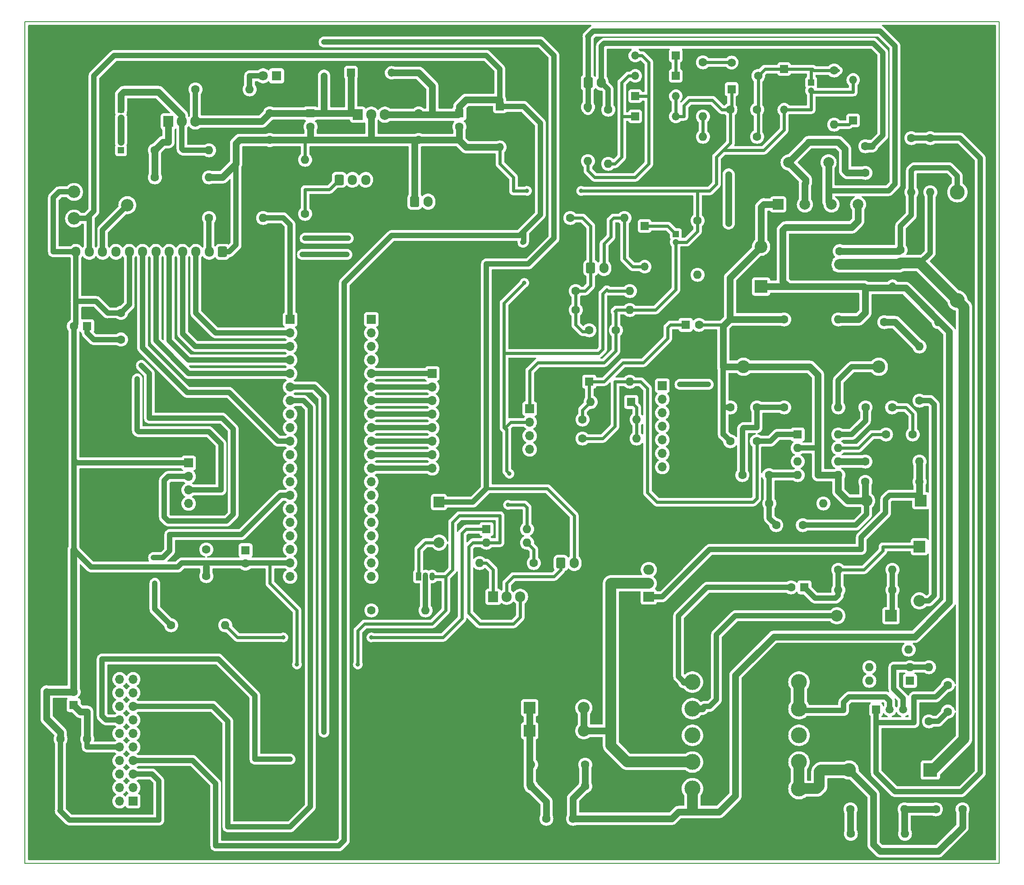
<source format=gbr>
%TF.GenerationSoftware,KiCad,Pcbnew,(6.99.0-1031-g46d719ed42)*%
%TF.CreationDate,2022-03-30T16:51:23+01:00*%
%TF.ProjectId,EnAcess PCB,456e4163-6573-4732-9050-43422e6b6963,rev?*%
%TF.SameCoordinates,Original*%
%TF.FileFunction,Copper,L2,Bot*%
%TF.FilePolarity,Positive*%
%FSLAX46Y46*%
G04 Gerber Fmt 4.6, Leading zero omitted, Abs format (unit mm)*
G04 Created by KiCad (PCBNEW (6.99.0-1031-g46d719ed42)) date 2022-03-30 16:51:23*
%MOMM*%
%LPD*%
G01*
G04 APERTURE LIST*
G04 Aperture macros list*
%AMRoundRect*
0 Rectangle with rounded corners*
0 $1 Rounding radius*
0 $2 $3 $4 $5 $6 $7 $8 $9 X,Y pos of 4 corners*
0 Add a 4 corners polygon primitive as box body*
4,1,4,$2,$3,$4,$5,$6,$7,$8,$9,$2,$3,0*
0 Add four circle primitives for the rounded corners*
1,1,$1+$1,$2,$3*
1,1,$1+$1,$4,$5*
1,1,$1+$1,$6,$7*
1,1,$1+$1,$8,$9*
0 Add four rect primitives between the rounded corners*
20,1,$1+$1,$2,$3,$4,$5,0*
20,1,$1+$1,$4,$5,$6,$7,0*
20,1,$1+$1,$6,$7,$8,$9,0*
20,1,$1+$1,$8,$9,$2,$3,0*%
G04 Aperture macros list end*
%TA.AperFunction,NonConductor*%
%ADD10C,0.200000*%
%TD*%
%TA.AperFunction,ComponentPad*%
%ADD11RoundRect,0.250000X-0.600000X-0.750000X0.600000X-0.750000X0.600000X0.750000X-0.600000X0.750000X0*%
%TD*%
%TA.AperFunction,ComponentPad*%
%ADD12O,1.700000X2.000000*%
%TD*%
%TA.AperFunction,ComponentPad*%
%ADD13R,1.700000X1.700000*%
%TD*%
%TA.AperFunction,ComponentPad*%
%ADD14O,1.700000X1.700000*%
%TD*%
%TA.AperFunction,ComponentPad*%
%ADD15C,1.600000*%
%TD*%
%TA.AperFunction,ComponentPad*%
%ADD16O,1.600000X1.600000*%
%TD*%
%TA.AperFunction,ComponentPad*%
%ADD17R,1.600000X1.600000*%
%TD*%
%TA.AperFunction,ComponentPad*%
%ADD18R,1.200000X1.200000*%
%TD*%
%TA.AperFunction,ComponentPad*%
%ADD19C,1.200000*%
%TD*%
%TA.AperFunction,ComponentPad*%
%ADD20R,2.000000X1.905000*%
%TD*%
%TA.AperFunction,ComponentPad*%
%ADD21O,2.000000X1.905000*%
%TD*%
%TA.AperFunction,ComponentPad*%
%ADD22R,1.500000X1.500000*%
%TD*%
%TA.AperFunction,ComponentPad*%
%ADD23C,1.500000*%
%TD*%
%TA.AperFunction,ComponentPad*%
%ADD24R,1.050000X1.500000*%
%TD*%
%TA.AperFunction,ComponentPad*%
%ADD25O,1.050000X1.500000*%
%TD*%
%TA.AperFunction,ComponentPad*%
%ADD26C,2.340000*%
%TD*%
%TA.AperFunction,ComponentPad*%
%ADD27RoundRect,0.250000X0.600000X0.725000X-0.600000X0.725000X-0.600000X-0.725000X0.600000X-0.725000X0*%
%TD*%
%TA.AperFunction,ComponentPad*%
%ADD28O,1.700000X1.950000*%
%TD*%
%TA.AperFunction,ComponentPad*%
%ADD29C,3.000000*%
%TD*%
%TA.AperFunction,ComponentPad*%
%ADD30O,1.500000X1.500000*%
%TD*%
%TA.AperFunction,ComponentPad*%
%ADD31R,2.200000X2.200000*%
%TD*%
%TA.AperFunction,ComponentPad*%
%ADD32O,2.200000X2.200000*%
%TD*%
%TA.AperFunction,ComponentPad*%
%ADD33C,2.000000*%
%TD*%
%TA.AperFunction,ComponentPad*%
%ADD34R,1.560000X1.560000*%
%TD*%
%TA.AperFunction,ComponentPad*%
%ADD35C,1.560000*%
%TD*%
%TA.AperFunction,ComponentPad*%
%ADD36R,1.905000X2.000000*%
%TD*%
%TA.AperFunction,ComponentPad*%
%ADD37O,1.905000X2.000000*%
%TD*%
%TA.AperFunction,ComponentPad*%
%ADD38C,2.800000*%
%TD*%
%TA.AperFunction,ComponentPad*%
%ADD39O,2.800000X2.800000*%
%TD*%
%TA.AperFunction,ComponentPad*%
%ADD40R,1.800000X1.800000*%
%TD*%
%TA.AperFunction,ComponentPad*%
%ADD41C,1.800000*%
%TD*%
%TA.AperFunction,ComponentPad*%
%ADD42C,2.400000*%
%TD*%
%TA.AperFunction,ComponentPad*%
%ADD43O,2.400000X2.400000*%
%TD*%
%TA.AperFunction,ComponentPad*%
%ADD44RoundRect,0.250000X-0.600000X-0.725000X0.600000X-0.725000X0.600000X0.725000X-0.600000X0.725000X0*%
%TD*%
%TA.AperFunction,ComponentPad*%
%ADD45R,2.000000X2.000000*%
%TD*%
%TA.AperFunction,ComponentPad*%
%ADD46R,2.400000X2.400000*%
%TD*%
%TA.AperFunction,ComponentPad*%
%ADD47O,2.600000X2.600000*%
%TD*%
%TA.AperFunction,ComponentPad*%
%ADD48R,2.600000X2.600000*%
%TD*%
%TA.AperFunction,ViaPad*%
%ADD49C,0.800000*%
%TD*%
%TA.AperFunction,Conductor*%
%ADD50C,1.000000*%
%TD*%
%TA.AperFunction,Conductor*%
%ADD51C,0.600000*%
%TD*%
%TA.AperFunction,Conductor*%
%ADD52C,0.599948*%
%TD*%
%TA.AperFunction,Conductor*%
%ADD53C,1.300000*%
%TD*%
%TA.AperFunction,Conductor*%
%ADD54C,0.999998*%
%TD*%
%TA.AperFunction,Conductor*%
%ADD55C,2.000000*%
%TD*%
G04 APERTURE END LIST*
D10*
X14224000Y-14732000D02*
X197104000Y-14732000D01*
X197104000Y-14732000D02*
X197104000Y-172720000D01*
X197104000Y-172720000D02*
X14224000Y-172720000D01*
X14224000Y-172720000D02*
X14224000Y-14732000D01*
D11*
%TO.P,J13,1,Pin_1*%
%TO.N,GND*%
X87396000Y-48506500D03*
D12*
%TO.P,J13,2,Pin_2*%
%TO.N,Net-(D19-K)*%
X89895999Y-48506499D03*
%TD*%
D13*
%TO.P,J12,1,Pin_1*%
%TO.N,GND*%
X44957999Y-97545999D03*
D14*
%TO.P,J12,2,Pin_2*%
%TO.N,Net-(J5-Pin_14)*%
X44957999Y-100085999D03*
%TO.P,J12,3,Pin_3*%
%TO.N,Net-(J5-Pin_13)*%
X44957999Y-102625999D03*
%TO.P,J12,4,Pin_4*%
%TO.N,+5V*%
X44957999Y-105165999D03*
%TD*%
D15*
%TO.P,R38,1*%
%TO.N,Net-(D19-K)*%
X169164000Y-162560000D03*
D16*
%TO.P,R38,2*%
%TO.N,Net-(C17-Pad1)*%
X179323999Y-162559999D03*
%TD*%
D15*
%TO.P,R37,1*%
%TO.N,Net-(D19-K)*%
X169242000Y-167146000D03*
D16*
%TO.P,R37,2*%
%TO.N,Net-(C17-Pad1)*%
X179401999Y-167145999D03*
%TD*%
D15*
%TO.P,C17,2*%
%TO.N,Net-(D11-+)*%
X190206000Y-162560000D03*
%TO.P,C17,1*%
%TO.N,Net-(C17-Pad1)*%
X185206000Y-162560000D03*
%TD*%
D16*
%TO.P,R31,2*%
%TO.N,Net-(Q3-S)*%
X166877999Y-87121999D03*
D15*
%TO.P,R31,1*%
%TO.N,Net-(C16-Pad2)*%
X156718000Y-87122000D03*
%TD*%
%TO.P,C15,1*%
%TO.N,Net-(J4-Pin_10)*%
X25908000Y-149352000D03*
%TO.P,C15,2*%
%TO.N,GND*%
X20908000Y-149352000D03*
%TD*%
%TO.P,R24,1*%
%TO.N,Net-(U6-REF)*%
X184150000Y-36576000D03*
D16*
%TO.P,R24,2*%
%TO.N,Net-(D19-K)*%
X184149999Y-46735999D03*
%TD*%
D15*
%TO.P,C20,2*%
%TO.N,GND*%
X67818000Y-34433000D03*
D17*
%TO.P,C20,1*%
%TO.N,Net-(D19-K)*%
X67817999Y-31932999D03*
%TD*%
D18*
%TO.P,C2,1*%
%TO.N,Net-(D3-A)*%
X136397999Y-54609999D03*
D19*
%TO.P,C2,2*%
%TO.N,GND*%
X136398000Y-56110000D03*
%TD*%
D13*
%TO.P,J6,1,Pin_1*%
%TO.N,Net-(J6-Pin_1)*%
X64002999Y-70616999D03*
D14*
%TO.P,J6,2,Pin_2*%
%TO.N,Net-(J2-Pin_3)*%
X64002999Y-73156999D03*
%TO.P,J6,3,Pin_3*%
%TO.N,Net-(J2-Pin_4)*%
X64002999Y-75696999D03*
%TO.P,J6,4,Pin_4*%
%TO.N,Net-(J2-Pin_5)*%
X64002999Y-78236999D03*
%TO.P,J6,5,Pin_5*%
%TO.N,Net-(J2-Pin_6)*%
X64002999Y-80776999D03*
%TO.P,J6,6,Pin_6*%
%TO.N,Net-(J4-Pin_14)*%
X64002999Y-83316999D03*
%TO.P,J6,7,Pin_7*%
%TO.N,Net-(J4-Pin_15)*%
X64002999Y-85856999D03*
%TO.P,J6,8,Pin_8*%
%TO.N,Net-(J6-Pin_8)*%
X64002999Y-88396999D03*
%TO.P,J6,9,Pin_9*%
%TO.N,Net-(J6-Pin_9)*%
X64002999Y-90936999D03*
%TO.P,J6,10,Pin_10*%
%TO.N,Net-(J2-Pin_7)*%
X64002999Y-93476999D03*
%TO.P,J6,11,Pin_11*%
%TO.N,Net-(J2-Pin_9)*%
X64002999Y-96016999D03*
%TO.P,J6,12,Pin_12*%
%TO.N,unconnected-(J6-Pin_12)*%
X64002999Y-98556999D03*
%TO.P,J6,13,Pin_13*%
%TO.N,unconnected-(J6-Pin_13)*%
X64002999Y-101096999D03*
%TO.P,J6,14,Pin_14*%
%TO.N,Net-(J6-Pin_14)*%
X64002999Y-103636999D03*
%TO.P,J6,15,Pin_15*%
%TO.N,Net-(J6-Pin_15)*%
X64002999Y-106176999D03*
%TO.P,J6,16,Pin_16*%
%TO.N,Net-(J1-Pin_4)*%
X64002999Y-108716999D03*
%TO.P,J6,17,Pin_17*%
%TO.N,Net-(J1-Pin_3)*%
X64002999Y-111256999D03*
%TO.P,J6,18,Pin_18*%
%TO.N,+5V*%
X64002999Y-113796999D03*
%TO.P,J6,19,Pin_19*%
%TO.N,GND*%
X64002999Y-116336999D03*
%TO.P,J6,20,Pin_20*%
%TO.N,unconnected-(J6-Pin_20)*%
X64002999Y-118876999D03*
%TD*%
D17*
%TO.P,C26,1*%
%TO.N,Net-(D17-K)*%
X160527999Y-120903999D03*
D15*
%TO.P,C26,2*%
%TO.N,Net-(D11--)*%
X158028000Y-120904000D03*
%TD*%
%TO.P,R5,1*%
%TO.N,Net-(R5-Pad1)*%
X141478000Y-22352000D03*
D16*
%TO.P,R5,2*%
%TO.N,Net-(D5-A)*%
X141477999Y-32511999D03*
%TD*%
D15*
%TO.P,C8,1*%
%TO.N,Net-(D19-K)*%
X60198000Y-31933000D03*
%TO.P,C8,2*%
%TO.N,GND*%
X60198000Y-36933000D03*
%TD*%
%TO.P,TH1,1*%
%TO.N,Net-(J8-Pin_2)*%
X171958000Y-38100000D03*
%TO.P,TH1,2*%
%TO.N,Net-(C10-Pad2)*%
X171958000Y-43100000D03*
%TD*%
D20*
%TO.P,Q3,1,G*%
%TO.N,Net-(D13-K)*%
X131317999Y-122681999D03*
D21*
%TO.P,Q3,2,D*%
%TO.N,Net-(D15-A)*%
X131317999Y-120141999D03*
%TO.P,Q3,3,S*%
%TO.N,Net-(Q3-S)*%
X131317999Y-117601999D03*
%TD*%
D15*
%TO.P,R16,1*%
%TO.N,GND*%
X140462000Y-52070000D03*
D16*
%TO.P,R16,2*%
%TO.N,Net-(D3-A)*%
X140461999Y-62229999D03*
%TD*%
D15*
%TO.P,R11,1*%
%TO.N,Net-(R11-Pad1)*%
X109728000Y-116332000D03*
D16*
%TO.P,R11,2*%
%TO.N,Net-(Q1-B)*%
X99567999Y-116331999D03*
%TD*%
D15*
%TO.P,R17,1*%
%TO.N,Net-(J9-Pin_1)*%
X66802000Y-50800000D03*
D16*
%TO.P,R17,2*%
%TO.N,GND*%
X66801999Y-40639999D03*
%TD*%
D22*
%TO.P,U6,1,REF*%
%TO.N,Net-(U6-REF)*%
X173989999Y-143869999D03*
D23*
%TO.P,U6,2,A*%
%TO.N,GND*%
X176530000Y-143870000D03*
%TO.P,U6,3,K*%
%TO.N,Net-(U6-K)*%
X179070000Y-143870000D03*
%TD*%
D15*
%TO.P,C27,1*%
%TO.N,Net-(D11-+)*%
X117094000Y-164338000D03*
%TO.P,C27,2*%
%TO.N,Net-(D15-K)*%
X112094000Y-164338000D03*
%TD*%
D13*
%TO.P,J1,1,Pin_1*%
%TO.N,GND*%
X108965999Y-87375999D03*
D14*
%TO.P,J1,2,Pin_2*%
%TO.N,+5V*%
X108965999Y-89915999D03*
%TO.P,J1,3,Pin_3*%
%TO.N,Net-(J1-Pin_3)*%
X108965999Y-92455999D03*
%TO.P,J1,4,Pin_4*%
%TO.N,Net-(J1-Pin_4)*%
X108965999Y-94995999D03*
%TD*%
D17*
%TO.P,D12,1,K*%
%TO.N,Net-(D12-K)*%
X128015999Y-86105999D03*
D16*
%TO.P,D12,2,A*%
%TO.N,Net-(D12-A)*%
X120395999Y-86105999D03*
%TD*%
D24*
%TO.P,Q2,1,C*%
%TO.N,Net-(BZ1-+)*%
X88137999Y-118871999D03*
D25*
%TO.P,Q2,2,B*%
%TO.N,Net-(Q2-B)*%
X89407999Y-118871999D03*
%TO.P,Q2,3,E*%
%TO.N,GND*%
X90677999Y-118871999D03*
%TD*%
D15*
%TO.P,R23,1*%
%TO.N,Net-(D17-A)*%
X182118000Y-85852000D03*
D16*
%TO.P,R23,2*%
%TO.N,Net-(R22-Pad1)*%
X182117999Y-75691999D03*
%TD*%
D15*
%TO.P,R34,1*%
%TO.N,Net-(D12-A)*%
X118872000Y-89408000D03*
D16*
%TO.P,R34,2*%
%TO.N,Net-(D12-K)*%
X129031999Y-89407999D03*
%TD*%
D26*
%TO.P,RV2,1,1*%
%TO.N,+5V*%
X23448000Y-51672000D03*
%TO.P,RV2,2,2*%
%TO.N,Net-(J2-Pin_10)*%
X33448000Y-49172000D03*
%TO.P,RV2,3,3*%
%TO.N,GND*%
X23448000Y-46672000D03*
%TD*%
D17*
%TO.P,C5,1*%
%TO.N,+5V*%
X25907999Y-71881999D03*
D15*
%TO.P,C5,2*%
%TO.N,GND*%
X23408000Y-71882000D03*
%TD*%
D27*
%TO.P,J2,1,Pin_1*%
%TO.N,GND*%
X51308000Y-57919500D03*
D28*
%TO.P,J2,2,Pin_2*%
%TO.N,Net-(J2-Pin_2)*%
X48807999Y-57919499D03*
%TO.P,J2,3,Pin_3*%
%TO.N,Net-(J2-Pin_3)*%
X46307999Y-57919499D03*
%TO.P,J2,4,Pin_4*%
%TO.N,Net-(J2-Pin_4)*%
X43807999Y-57919499D03*
%TO.P,J2,5,Pin_5*%
%TO.N,Net-(J2-Pin_5)*%
X41307999Y-57919499D03*
%TO.P,J2,6,Pin_6*%
%TO.N,Net-(J2-Pin_6)*%
X38807999Y-57919499D03*
%TO.P,J2,7,Pin_7*%
%TO.N,Net-(J2-Pin_7)*%
X36307999Y-57919499D03*
%TO.P,J2,8,Pin_8*%
%TO.N,GND*%
X33807999Y-57919499D03*
%TO.P,J2,9,Pin_9*%
%TO.N,Net-(J2-Pin_9)*%
X31307999Y-57919499D03*
%TO.P,J2,10,Pin_10*%
%TO.N,Net-(J2-Pin_10)*%
X28807999Y-57919499D03*
%TO.P,J2,11,Pin_11*%
%TO.N,+5V*%
X26307999Y-57919499D03*
%TO.P,J2,12,Pin_12*%
%TO.N,GND*%
X23807999Y-57919499D03*
%TD*%
D29*
%TO.P,TR1,1*%
%TO.N,Net-(D11-+)*%
X159512000Y-138684000D03*
%TO.P,TR1,2*%
%TO.N,GND*%
X159512000Y-143684000D03*
%TO.P,TR1,3*%
%TO.N,Net-(D11--)*%
X159512000Y-148684000D03*
%TO.P,TR1,4*%
%TO.N,Net-(D14-A)*%
X159512000Y-153684000D03*
%TO.P,TR1,5*%
%TO.N,Net-(D15-A)*%
X159512000Y-158684000D03*
%TO.P,TR1,6*%
%TO.N,Net-(D11-+)*%
X139512000Y-158684000D03*
%TO.P,TR1,7*%
%TO.N,N/C*%
X139512000Y-153684000D03*
%TO.P,TR1,8*%
X139512000Y-148684000D03*
%TO.P,TR1,9*%
X139512000Y-143684000D03*
%TO.P,TR1,10*%
%TO.N,Net-(D11--)*%
X139512000Y-138684000D03*
%TD*%
D15*
%TO.P,C12,1*%
%TO.N,Net-(D8-K)*%
X151638000Y-31242000D03*
%TO.P,C12,2*%
%TO.N,GND*%
X146638000Y-31242000D03*
%TD*%
%TO.P,R27,1*%
%TO.N,Net-(D11--)*%
X156718000Y-70612000D03*
D16*
%TO.P,R27,2*%
%TO.N,Net-(D11-+)*%
X166877999Y-70611999D03*
%TD*%
D22*
%TO.P,D4,1,K*%
%TO.N,Net-(D4-K)*%
X169671999Y-33278999D03*
D30*
%TO.P,D4,2,A*%
%TO.N,GND*%
X169671999Y-25658999D03*
%TD*%
D17*
%TO.P,C31,1*%
%TO.N,Net-(D12-A)*%
X138240887Y-71627999D03*
D15*
%TO.P,C31,2*%
%TO.N,Net-(D11--)*%
X140740888Y-71628000D03*
%TD*%
D18*
%TO.P,C21,1*%
%TO.N,Net-(D19-K)*%
X32257999Y-38861999D03*
D19*
%TO.P,C21,2*%
%TO.N,GND*%
X32258000Y-37362000D03*
%TD*%
D17*
%TO.P,C4,1*%
%TO.N,+5V*%
X95757999Y-31932999D03*
D15*
%TO.P,C4,2*%
%TO.N,GND*%
X95758000Y-34433000D03*
%TD*%
%TO.P,C23,1*%
%TO.N,Net-(D17-K)*%
X175848000Y-92202000D03*
%TO.P,C23,2*%
%TO.N,Net-(D11--)*%
X180848000Y-92202000D03*
%TD*%
%TO.P,R19,1*%
%TO.N,Net-(U6-REF)*%
X180594000Y-36576000D03*
D16*
%TO.P,R19,2*%
%TO.N,GND*%
X180593999Y-46735999D03*
%TD*%
D31*
%TO.P,D14,1,K*%
%TO.N,Net-(D14-K)*%
X176783999Y-126237999D03*
D32*
%TO.P,D14,2,A*%
%TO.N,Net-(D14-A)*%
X166623999Y-126237999D03*
%TD*%
D31*
%TO.P,D16,1,K*%
%TO.N,Net-(D15-K)*%
X108965999Y-143509999D03*
D32*
%TO.P,D16,2,A*%
%TO.N,Net-(D15-A)*%
X119125999Y-143509999D03*
%TD*%
D15*
%TO.P,R36,1*%
%TO.N,Net-(D19-K)*%
X190246000Y-132588000D03*
D16*
%TO.P,R36,2*%
%TO.N,Net-(R36-Pad2)*%
X180085999Y-132587999D03*
%TD*%
D18*
%TO.P,C29,1*%
%TO.N,Net-(D8-K)*%
X161797999Y-26161999D03*
D19*
%TO.P,C29,2*%
%TO.N,GND*%
X161798000Y-27662000D03*
%TD*%
D11*
%TO.P,J8,1,Pin_1*%
%TO.N,Net-(J8-Pin_1)*%
X119928000Y-26162000D03*
D12*
%TO.P,J8,2,Pin_2*%
%TO.N,Net-(J8-Pin_2)*%
X122427999Y-26161999D03*
%TD*%
D33*
%TO.P,C10,1*%
%TO.N,Net-(J8-Pin_1)*%
X165060000Y-41148000D03*
%TO.P,C10,2*%
%TO.N,Net-(C10-Pad2)*%
X157560000Y-41148000D03*
%TD*%
D15*
%TO.P,R28,1*%
%TO.N,Net-(D11--)*%
X171958000Y-101092000D03*
D16*
%TO.P,R28,2*%
%TO.N,Net-(D13-K)*%
X182117999Y-101091999D03*
%TD*%
D22*
%TO.P,D2,1,K*%
%TO.N,Net-(D19-K)*%
X75432999Y-24312999D03*
D30*
%TO.P,D2,2,A*%
%TO.N,+5V*%
X83052999Y-24312999D03*
%TD*%
D22*
%TO.P,D7,1,K*%
%TO.N,+5V*%
X136397999Y-24891999D03*
D30*
%TO.P,D7,2,A*%
%TO.N,Net-(D5-K)*%
X128777999Y-24891999D03*
%TD*%
D15*
%TO.P,R33,1*%
%TO.N,Net-(C7-Pad1)*%
X183896000Y-146050000D03*
D16*
%TO.P,R33,2*%
%TO.N,Net-(U6-K)*%
X183895999Y-135889999D03*
%TD*%
D34*
%TO.P,RV1,1,1*%
%TO.N,+5V*%
X146857999Y-27391999D03*
D35*
%TO.P,RV1,2,2*%
%TO.N,Net-(D8-K)*%
X151858000Y-24892000D03*
%TO.P,RV1,3,3*%
%TO.N,Net-(R5-Pad1)*%
X146858000Y-22392000D03*
%TD*%
D31*
%TO.P,D13,1,K*%
%TO.N,Net-(D13-K)*%
X182371999Y-104647999D03*
D32*
%TO.P,D13,2,A*%
%TO.N,Net-(D11--)*%
X172211999Y-104647999D03*
%TD*%
D11*
%TO.P,J10,1,Pin_1*%
%TO.N,Net-(J10-Pin_1)*%
X120416000Y-60952500D03*
D12*
%TO.P,J10,2,Pin_2*%
%TO.N,Net-(D3-K)*%
X122915999Y-60952499D03*
%TD*%
D17*
%TO.P,UC3843,1,COMP*%
%TO.N,Net-(D18-A)*%
X159267999Y-92211999D03*
D16*
%TO.P,UC3843,2,FB*%
%TO.N,Net-(D11--)*%
X159267999Y-94751999D03*
%TO.P,UC3843,3,CS*%
%TO.N,Net-(C16-Pad2)*%
X159267999Y-97291999D03*
%TO.P,UC3843,4,RC*%
%TO.N,Net-(U1-RC)*%
X159267999Y-99831999D03*
%TO.P,UC3843,5,GND*%
%TO.N,Net-(D11--)*%
X166887999Y-99831999D03*
%TO.P,UC3843,6,OUT*%
%TO.N,Net-(U1-OUT)*%
X166887999Y-97291999D03*
%TO.P,UC3843,7,VCC*%
%TO.N,Net-(D17-K)*%
X166887999Y-94751999D03*
%TO.P,UC3843,8,VREF*%
%TO.N,Net-(D12-K)*%
X166887999Y-92211999D03*
%TD*%
D22*
%TO.P,D3,1,K*%
%TO.N,Net-(D3-K)*%
X130555999Y-53085999D03*
D30*
%TO.P,D3,2,A*%
%TO.N,Net-(D3-A)*%
X130555999Y-60705999D03*
%TD*%
D15*
%TO.P,R1,1*%
%TO.N,Net-(J6-Pin_15)*%
X79248000Y-125222000D03*
D16*
%TO.P,R1,2*%
%TO.N,Net-(Q2-B)*%
X89407999Y-125221999D03*
%TD*%
D15*
%TO.P,C11,1*%
%TO.N,+5V*%
X48260000Y-113792000D03*
%TO.P,C11,2*%
%TO.N,GND*%
X48260000Y-118792000D03*
%TD*%
%TO.P,R8,1*%
%TO.N,Net-(J8-Pin_1)*%
X119888000Y-30734000D03*
D16*
%TO.P,R8,2*%
%TO.N,Net-(D10-A)*%
X119887999Y-40893999D03*
%TD*%
D15*
%TO.P,R29,1*%
%TO.N,Net-(U1-OUT)*%
X171958000Y-97282000D03*
D16*
%TO.P,R29,2*%
%TO.N,Net-(D13-K)*%
X182117999Y-97281999D03*
%TD*%
D15*
%TO.P,R20,1*%
%TO.N,Net-(D11-+)*%
X119380000Y-158242000D03*
D16*
%TO.P,R20,2*%
%TO.N,Net-(D15-K)*%
X109219999Y-158241999D03*
%TD*%
D15*
%TO.P,R9,1*%
%TO.N,Net-(D8-K)*%
X166116000Y-23876000D03*
D16*
%TO.P,R9,2*%
%TO.N,Net-(D4-K)*%
X166115999Y-34035999D03*
%TD*%
D36*
%TO.P,Q1,1,B*%
%TO.N,Net-(Q1-B)*%
X102107999Y-122681999D03*
D37*
%TO.P,Q1,2,C*%
%TO.N,Net-(J7-Pin_1)*%
X104647999Y-122681999D03*
%TO.P,Q1,3,E*%
%TO.N,GND*%
X107187999Y-122681999D03*
%TD*%
D11*
%TO.P,J7,1,Pin_1*%
%TO.N,Net-(J7-Pin_1)*%
X114828000Y-116324500D03*
D12*
%TO.P,J7,2,Pin_2*%
%TO.N,Net-(D19-K)*%
X117327999Y-116324499D03*
%TD*%
D38*
%TO.P,R18,1*%
%TO.N,GND*%
X189230000Y-46736000D03*
D39*
%TO.P,R18,2*%
%TO.N,Net-(D19-K)*%
X189229999Y-67055999D03*
%TD*%
D40*
%TO.P,D1,1,K*%
%TO.N,GND*%
X61467999Y-24891999D03*
D41*
%TO.P,D1,2,A*%
%TO.N,Net-(D1-A)*%
X58928000Y-24892000D03*
%TD*%
D15*
%TO.P,R6,1*%
%TO.N,Net-(J10-Pin_1)*%
X116586000Y-51562000D03*
D16*
%TO.P,R6,2*%
%TO.N,Net-(D3-K)*%
X126745999Y-51561999D03*
%TD*%
D15*
%TO.P,R3,1*%
%TO.N,Net-(D19-K)*%
X46228000Y-27432000D03*
D16*
%TO.P,R3,2*%
%TO.N,Net-(D1-A)*%
X56387999Y-27431999D03*
%TD*%
D17*
%TO.P,C3,1*%
%TO.N,Net-(J4-Pin_10)*%
X23367999Y-143001999D03*
D15*
%TO.P,C3,2*%
%TO.N,GND*%
X23368000Y-140502000D03*
%TD*%
D22*
%TO.P,D9,1,K*%
%TO.N,Net-(D10-A)*%
X128772999Y-28701999D03*
D30*
%TO.P,D9,2,A*%
%TO.N,Net-(D5-A)*%
X136392999Y-28701999D03*
%TD*%
D13*
%TO.P,J11,1,Pin_1*%
%TO.N,unconnected-(J11-Pin_1)*%
X133857999Y-83057999D03*
D14*
%TO.P,J11,2,Pin_2*%
%TO.N,unconnected-(J11-Pin_2)*%
X133857999Y-85597999D03*
%TO.P,J11,3,Pin_3*%
%TO.N,unconnected-(J11-Pin_3)*%
X133857999Y-88137999D03*
%TO.P,J11,4,Pin_4*%
%TO.N,unconnected-(J11-Pin_4)*%
X133857999Y-90677999D03*
%TO.P,J11,5,Pin_5*%
%TO.N,unconnected-(J11-Pin_5)*%
X133857999Y-93217999D03*
%TO.P,J11,6,Pin_6*%
%TO.N,unconnected-(J11-Pin_6)*%
X133857999Y-95757999D03*
%TO.P,J11,7,Pin_7*%
%TO.N,unconnected-(J11-Pin_7)*%
X133857999Y-98297999D03*
%TD*%
D15*
%TO.P,C22,1*%
%TO.N,Net-(U1-RC)*%
X155234000Y-109220000D03*
%TO.P,C22,2*%
%TO.N,Net-(D11--)*%
X160234000Y-109220000D03*
%TD*%
D42*
%TO.P,R30,1*%
%TO.N,Net-(D11--)*%
X149098000Y-79502000D03*
D43*
%TO.P,R30,2*%
%TO.N,Net-(Q3-S)*%
X174497999Y-79501999D03*
%TD*%
D31*
%TO.P,D17,1,K*%
%TO.N,Net-(D17-K)*%
X182117999Y-113283999D03*
D32*
%TO.P,D17,2,A*%
%TO.N,Net-(D17-A)*%
X182117999Y-123443999D03*
%TD*%
D15*
%TO.P,R4,1*%
%TO.N,Net-(J6-Pin_14)*%
X41656000Y-128016000D03*
D16*
%TO.P,R4,2*%
%TO.N,Net-(R4-Pad2)*%
X51815999Y-128015999D03*
%TD*%
D17*
%TO.P,U4,1*%
%TO.N,Net-(R36-Pad2)*%
X180329999Y-138434999D03*
D16*
%TO.P,U4,2*%
%TO.N,Net-(U6-K)*%
X180329999Y-135894999D03*
%TO.P,U4,3*%
%TO.N,Net-(D11--)*%
X172709999Y-135894999D03*
%TO.P,U4,4*%
%TO.N,Net-(D18-A)*%
X172709999Y-138434999D03*
%TD*%
D36*
%TO.P,U5,1,ADJ*%
%TO.N,Net-(U5-ADJ)*%
X41147999Y-33456999D03*
D37*
%TO.P,U5,2,VO*%
%TO.N,Net-(J4-Pin_10)*%
X43687999Y-33456999D03*
%TO.P,U5,3,VI*%
%TO.N,Net-(D19-K)*%
X46227999Y-33456999D03*
%TD*%
D15*
%TO.P,R15,1*%
%TO.N,Net-(J10-Pin_1)*%
X117602000Y-68834000D03*
D16*
%TO.P,R15,2*%
%TO.N,GND*%
X127761999Y-68833999D03*
%TD*%
D15*
%TO.P,R32,1*%
%TO.N,Net-(U1-RC)*%
X153924000Y-105156000D03*
D16*
%TO.P,R32,2*%
%TO.N,Net-(D12-K)*%
X164083999Y-105155999D03*
%TD*%
D22*
%TO.P,D10,1,K*%
%TO.N,+5V*%
X136392999Y-21081999D03*
D30*
%TO.P,D10,2,A*%
%TO.N,Net-(D10-A)*%
X128772999Y-21081999D03*
%TD*%
D15*
%TO.P,R14,1*%
%TO.N,Net-(U5-ADJ)*%
X38608000Y-43942000D03*
D16*
%TO.P,R14,2*%
%TO.N,GND*%
X48767999Y-43941999D03*
%TD*%
D15*
%TO.P,C24,1*%
%TO.N,Net-(D11--)*%
X146598000Y-93472000D03*
%TO.P,C24,2*%
%TO.N,Net-(D18-A)*%
X151598000Y-93472000D03*
%TD*%
D31*
%TO.P,D15,1,K*%
%TO.N,Net-(D15-K)*%
X108965999Y-147827999D03*
D32*
%TO.P,D15,2,A*%
%TO.N,Net-(D15-A)*%
X119125999Y-147827999D03*
%TD*%
D15*
%TO.P,C25,1*%
%TO.N,Net-(D12-K)*%
X171998000Y-87122000D03*
%TO.P,C25,2*%
%TO.N,Net-(D11--)*%
X176998000Y-87122000D03*
%TD*%
%TO.P,R25,1*%
%TO.N,Net-(D17-K)*%
X166878000Y-117602000D03*
D16*
%TO.P,R25,2*%
%TO.N,Net-(D14-K)*%
X177037999Y-117601999D03*
%TD*%
D44*
%TO.P,J9,1,Pin_1*%
%TO.N,Net-(J9-Pin_1)*%
X73192000Y-44404000D03*
D28*
%TO.P,J9,2,Pin_2*%
%TO.N,Net-(J6-Pin_8)*%
X75691999Y-44403999D03*
%TO.P,J9,3,Pin_3*%
%TO.N,Net-(J6-Pin_9)*%
X78191999Y-44403999D03*
%TD*%
D15*
%TO.P,R12,1*%
%TO.N,Net-(J10-Pin_1)*%
X117602000Y-65278000D03*
D16*
%TO.P,R12,2*%
%TO.N,+5V*%
X127761999Y-65277999D03*
%TD*%
D17*
%TO.P,C30,1*%
%TO.N,Net-(D19-K)*%
X178561999Y-60045676D03*
D15*
%TO.P,C30,2*%
%TO.N,GND*%
X178562000Y-57545677D03*
%TD*%
D17*
%TO.P,U3,1*%
%TO.N,Net-(R4-Pad2)*%
X100847999Y-109976999D03*
D16*
%TO.P,U3,2*%
%TO.N,GND*%
X100847999Y-112516999D03*
%TO.P,U3,3*%
%TO.N,Net-(R11-Pad1)*%
X108467999Y-112516999D03*
%TO.P,U3,4*%
%TO.N,+5V*%
X108467999Y-109976999D03*
%TD*%
D15*
%TO.P,R26,1*%
%TO.N,Net-(D14-K)*%
X177038000Y-121412000D03*
D16*
%TO.P,R26,2*%
%TO.N,Net-(D17-K)*%
X166877999Y-121411999D03*
%TD*%
D18*
%TO.P,C19,1*%
%TO.N,Net-(J4-Pin_10)*%
X32257999Y-31241999D03*
D19*
%TO.P,C19,2*%
%TO.N,GND*%
X32258000Y-32742000D03*
%TD*%
D36*
%TO.P,U2,1,IN*%
%TO.N,Net-(D19-K)*%
X76707999Y-32186999D03*
D37*
%TO.P,U2,2,GND*%
%TO.N,GND*%
X79247999Y-32186999D03*
%TO.P,U2,3,OUT*%
%TO.N,+5V*%
X81787999Y-32186999D03*
%TD*%
D22*
%TO.P,D6,1,K*%
%TO.N,+5V*%
X103377999Y-30657999D03*
D30*
%TO.P,D6,2,A*%
%TO.N,GND*%
X103377999Y-38277999D03*
%TD*%
D14*
%TO.P,J4,20,Pin_20*%
%TO.N,unconnected-(J4-Pin_20)*%
X32003999Y-138175999D03*
%TO.P,J4,19,Pin_19*%
%TO.N,unconnected-(J4-Pin_19)*%
X34543999Y-138175999D03*
%TO.P,J4,18,Pin_18*%
%TO.N,unconnected-(J4-Pin_18)*%
X32003999Y-140715999D03*
%TO.P,J4,17,Pin_17*%
%TO.N,unconnected-(J4-Pin_17)*%
X34543999Y-140715999D03*
%TO.P,J4,16,Pin_16*%
%TO.N,unconnected-(J4-Pin_16)*%
X32003999Y-143255999D03*
%TO.P,J4,15,Pin_15*%
%TO.N,Net-(J4-Pin_15)*%
X34543999Y-143255999D03*
%TO.P,J4,14,Pin_14*%
%TO.N,Net-(J4-Pin_14)*%
X32003999Y-145795999D03*
%TO.P,J4,13,Pin_13*%
%TO.N,unconnected-(J4-Pin_13)*%
X34543999Y-145795999D03*
%TO.P,J4,12,Pin_12*%
%TO.N,unconnected-(J4-Pin_12)*%
X32003999Y-148335999D03*
%TO.P,J4,11,Pin_11*%
%TO.N,unconnected-(J4-Pin_11)*%
X34543999Y-148335999D03*
%TO.P,J4,10,Pin_10*%
%TO.N,Net-(J4-Pin_10)*%
X32003999Y-150875999D03*
%TO.P,J4,9,Pin_9*%
%TO.N,unconnected-(J4-Pin_9)*%
X34543999Y-150875999D03*
%TO.P,J4,8,Pin_8*%
%TO.N,unconnected-(J4-Pin_8)*%
X32003999Y-153415999D03*
%TO.P,J4,7,Pin_7*%
%TO.N,+5V*%
X34543999Y-153415999D03*
%TO.P,J4,6,Pin_6*%
%TO.N,unconnected-(J4-Pin_6)*%
X32003999Y-155955999D03*
%TO.P,J4,5,Pin_5*%
%TO.N,GND*%
X34543999Y-155955999D03*
%TO.P,J4,4,Pin_4*%
%TO.N,unconnected-(J4-Pin_4)*%
X32003999Y-158495999D03*
%TO.P,J4,3,Pin_3*%
%TO.N,unconnected-(J4-Pin_3)*%
X34543999Y-158495999D03*
%TO.P,J4,2,Pin_2*%
%TO.N,unconnected-(J4-Pin_2)*%
X32003999Y-161035999D03*
D13*
%TO.P,J4,1,Pin_1*%
%TO.N,unconnected-(J4-Pin_1)*%
X34543999Y-161035999D03*
%TD*%
D22*
%TO.P,D5,1,K*%
%TO.N,Net-(D5-K)*%
X128767999Y-32511999D03*
D30*
%TO.P,D5,2,A*%
%TO.N,Net-(D5-A)*%
X136387999Y-32511999D03*
%TD*%
D17*
%TO.P,C6,1*%
%TO.N,+5V*%
X55625999Y-113944322D03*
D15*
%TO.P,C6,2*%
%TO.N,GND*%
X55626000Y-116444323D03*
%TD*%
D45*
%TO.P,D11,1,-*%
%TO.N,Net-(D11--)*%
X155610499Y-49039499D03*
D33*
%TO.P,D11,2*%
%TO.N,Net-(C10-Pad2)*%
X160610500Y-49039500D03*
%TO.P,D11,3*%
%TO.N,Net-(J8-Pin_1)*%
X165610500Y-49039500D03*
%TO.P,D11,4,+*%
%TO.N,Net-(D11-+)*%
X170610500Y-49039500D03*
%TD*%
D22*
%TO.P,D8,1,K*%
%TO.N,Net-(D8-K)*%
X156717999Y-23621999D03*
D30*
%TO.P,D8,2,A*%
%TO.N,GND*%
X156717999Y-31241999D03*
%TD*%
D15*
%TO.P,C14,1*%
%TO.N,+5V*%
X88138000Y-31933000D03*
%TO.P,C14,2*%
%TO.N,GND*%
X88138000Y-36933000D03*
%TD*%
%TO.P,C18,1*%
%TO.N,Net-(C16-Pad2)*%
X148884000Y-99822000D03*
%TO.P,C18,2*%
%TO.N,Net-(U1-RC)*%
X153884000Y-99822000D03*
%TD*%
D13*
%TO.P,J3,1,Pin_1*%
%TO.N,Net-(J3-Pin_1)*%
X90677999Y-80771999D03*
D14*
%TO.P,J3,2,Pin_2*%
%TO.N,Net-(J3-Pin_2)*%
X90677999Y-83311999D03*
%TO.P,J3,3,Pin_3*%
%TO.N,Net-(J3-Pin_3)*%
X90677999Y-85851999D03*
%TO.P,J3,4,Pin_4*%
%TO.N,Net-(J3-Pin_4)*%
X90677999Y-88391999D03*
%TO.P,J3,5,Pin_5*%
%TO.N,Net-(J3-Pin_5)*%
X90677999Y-90931999D03*
%TO.P,J3,6,Pin_6*%
%TO.N,Net-(J3-Pin_6)*%
X90677999Y-93471999D03*
%TO.P,J3,7,Pin_7*%
%TO.N,Net-(J3-Pin_7)*%
X90677999Y-96011999D03*
%TO.P,J3,8,Pin_8*%
%TO.N,Net-(J3-Pin_8)*%
X90677999Y-98551999D03*
%TD*%
D17*
%TO.P,D18,1,K*%
%TO.N,Net-(D12-A)*%
X120141999Y-82295999D03*
D16*
%TO.P,D18,2,A*%
%TO.N,Net-(D18-A)*%
X127761999Y-82295999D03*
%TD*%
D15*
%TO.P,R35,1*%
%TO.N,Net-(D18-A)*%
X118872000Y-92964000D03*
D16*
%TO.P,R35,2*%
%TO.N,Net-(D12-K)*%
X129031999Y-92963999D03*
%TD*%
D15*
%TO.P,C13,1*%
%TO.N,+5V*%
X32258000Y-74382000D03*
%TO.P,C13,2*%
%TO.N,GND*%
X32258000Y-69382000D03*
%TD*%
D46*
%TO.P,C9,1*%
%TO.N,Net-(D11-+)*%
X152399999Y-64455266D03*
D42*
%TO.P,C9,2*%
%TO.N,Net-(D11--)*%
X152400000Y-56955267D03*
%TD*%
D15*
%TO.P,R2,1*%
%TO.N,Net-(J2-Pin_2)*%
X48768000Y-51562000D03*
D16*
%TO.P,R2,2*%
%TO.N,Net-(J6-Pin_1)*%
X58927999Y-51561999D03*
%TD*%
D15*
%TO.P,R13,1*%
%TO.N,Net-(U5-ADJ)*%
X38608000Y-38862000D03*
D16*
%TO.P,R13,2*%
%TO.N,Net-(J4-Pin_10)*%
X48767999Y-38861999D03*
%TD*%
D15*
%TO.P,C7,1*%
%TO.N,Net-(C7-Pad1)*%
X187452000Y-144232000D03*
%TO.P,C7,2*%
%TO.N,Net-(U6-REF)*%
X187452000Y-139232000D03*
%TD*%
%TO.P,C16,1*%
%TO.N,Net-(D11--)*%
X146638000Y-87122000D03*
%TO.P,C16,2*%
%TO.N,Net-(C16-Pad2)*%
X151638000Y-87122000D03*
%TD*%
%TO.P,R21,1*%
%TO.N,Net-(D11-+)*%
X119380000Y-154178000D03*
D16*
%TO.P,R21,2*%
%TO.N,Net-(D15-K)*%
X109219999Y-154177999D03*
%TD*%
D45*
%TO.P,BZ1,1,-*%
%TO.N,Net-(D19-K)*%
X91947999Y-104911999D03*
D33*
%TO.P,BZ1,2,+*%
%TO.N,Net-(BZ1-+)*%
X91948000Y-112512000D03*
%TD*%
D15*
%TO.P,R22,1*%
%TO.N,Net-(R22-Pad1)*%
X175514000Y-71120000D03*
D16*
%TO.P,R22,2*%
%TO.N,Net-(D11-+)*%
X185673999Y-71119999D03*
%TD*%
D15*
%TO.P,C1,1*%
%TO.N,Net-(J10-Pin_1)*%
X120142000Y-72644000D03*
%TO.P,C1,2*%
%TO.N,GND*%
X125142000Y-72644000D03*
%TD*%
%TO.P,R10,1*%
%TO.N,Net-(D8-K)*%
X151638000Y-36322000D03*
D16*
%TO.P,R10,2*%
%TO.N,Net-(D5-A)*%
X141477999Y-36321999D03*
%TD*%
D15*
%TO.P,R7,1*%
%TO.N,Net-(J8-Pin_2)*%
X123698000Y-31242000D03*
D16*
%TO.P,R7,2*%
%TO.N,Net-(D5-K)*%
X123697999Y-41401999D03*
%TD*%
D47*
%TO.P,D19,2,A*%
%TO.N,Net-(D11-+)*%
X168909999Y-155193999D03*
D48*
%TO.P,D19,1,K*%
%TO.N,Net-(D19-K)*%
X184149999Y-155193999D03*
%TD*%
D17*
%TO.P,C28,1*%
%TO.N,Net-(D19-K)*%
X167131999Y-60299676D03*
D15*
%TO.P,C28,2*%
%TO.N,GND*%
X167132000Y-57799677D03*
%TD*%
D13*
%TO.P,J5,1,Pin_1*%
%TO.N,unconnected-(J5-Pin_1)*%
X79242999Y-70616999D03*
D14*
%TO.P,J5,2,Pin_2*%
%TO.N,unconnected-(J5-Pin_2)*%
X79242999Y-73156999D03*
%TO.P,J5,3,Pin_3*%
%TO.N,unconnected-(J5-Pin_3)*%
X79242999Y-75696999D03*
%TO.P,J5,4,Pin_4*%
%TO.N,unconnected-(J5-Pin_4)*%
X79242999Y-78236999D03*
%TO.P,J5,5,Pin_5*%
%TO.N,Net-(J3-Pin_1)*%
X79242999Y-80776999D03*
%TO.P,J5,6,Pin_6*%
%TO.N,Net-(J3-Pin_2)*%
X79242999Y-83316999D03*
%TO.P,J5,7,Pin_7*%
%TO.N,Net-(J3-Pin_3)*%
X79242999Y-85856999D03*
%TO.P,J5,8,Pin_8*%
%TO.N,Net-(J3-Pin_4)*%
X79242999Y-88396999D03*
%TO.P,J5,9,Pin_9*%
%TO.N,Net-(J3-Pin_5)*%
X79242999Y-90936999D03*
%TO.P,J5,10,Pin_10*%
%TO.N,Net-(J3-Pin_6)*%
X79242999Y-93476999D03*
%TO.P,J5,11,Pin_11*%
%TO.N,Net-(J3-Pin_7)*%
X79242999Y-96016999D03*
%TO.P,J5,12,Pin_12*%
%TO.N,Net-(J3-Pin_8)*%
X79242999Y-98556999D03*
%TO.P,J5,13,Pin_13*%
%TO.N,Net-(J5-Pin_13)*%
X79242999Y-101096999D03*
%TO.P,J5,14,Pin_14*%
%TO.N,Net-(J5-Pin_14)*%
X79242999Y-103636999D03*
%TO.P,J5,15,Pin_15*%
%TO.N,Net-(D4-K)*%
X79242999Y-106176999D03*
%TO.P,J5,16,Pin_16*%
%TO.N,Net-(D3-A)*%
X79242999Y-108716999D03*
%TO.P,J5,17,Pin_17*%
%TO.N,unconnected-(J5-Pin_17)*%
X79242999Y-111256999D03*
%TO.P,J5,18,Pin_18*%
%TO.N,unconnected-(J5-Pin_18)*%
X79242999Y-113796999D03*
%TO.P,J5,19,Pin_19*%
%TO.N,unconnected-(J5-Pin_19)*%
X79242999Y-116336999D03*
%TO.P,J5,20,Pin_20*%
%TO.N,unconnected-(J5-Pin_20)*%
X79242999Y-118876999D03*
%TD*%
D49*
%TO.N,Net-(D12-K)*%
X137160000Y-82804000D03*
X142494000Y-82804000D03*
%TO.N,GND*%
X146304000Y-52578000D03*
X146304000Y-43434000D03*
%TO.N,Net-(J5-Pin_14)*%
X66802000Y-55372000D03*
X36068000Y-79248000D03*
X74930000Y-55372000D03*
%TO.N,Net-(J5-Pin_13)*%
X66294000Y-58420000D03*
X35306000Y-81788000D03*
X74676000Y-58420000D03*
%TO.N,Net-(J6-Pin_14)*%
X38354000Y-115316000D03*
X38608000Y-120142000D03*
%TO.N,Net-(D19-K)*%
X70358000Y-24892000D03*
X70358000Y-18542000D03*
%TO.N,GND*%
X118618000Y-46482000D03*
X76708000Y-135382000D03*
X108458000Y-46482000D03*
X65278000Y-135382000D03*
%TO.N,+5V*%
X105156000Y-99568000D03*
X107950000Y-63754000D03*
X104902000Y-105410000D03*
X107696000Y-56134000D03*
%TO.N,Net-(J4-Pin_14)*%
X70358000Y-148082000D03*
X64008000Y-153162000D03*
%TO.N,Net-(R4-Pad2)*%
X62738000Y-130302000D03*
X79248000Y-130302000D03*
%TD*%
D50*
%TO.N,Net-(D11--)*%
X136906000Y-137414000D02*
X136906000Y-126238000D01*
X136906000Y-126238000D02*
X142240000Y-120904000D01*
X142240000Y-120904000D02*
X158028000Y-120904000D01*
D51*
%TO.N,+5V*%
X108966000Y-89916000D02*
X105410000Y-89916000D01*
X105410000Y-89916000D02*
X104394000Y-90932000D01*
D52*
%TO.N,Net-(R4-Pad2)*%
X62738000Y-130302000D02*
X54102000Y-130302000D01*
X54102000Y-130302000D02*
X51816000Y-128016000D01*
D50*
%TO.N,Net-(J6-Pin_14)*%
X41656000Y-128016000D02*
X38608000Y-124968000D01*
X38608000Y-124968000D02*
X38608000Y-120142000D01*
D51*
%TO.N,GND*%
X161798000Y-27662000D02*
X161798000Y-31242000D01*
X161798000Y-31242000D02*
X156718000Y-31242000D01*
D50*
X176530000Y-143870000D02*
X176530000Y-142240000D01*
X168910000Y-141478000D02*
X167894000Y-142494000D01*
X167894000Y-142494000D02*
X167894000Y-144018000D01*
X176530000Y-142240000D02*
X175768000Y-141478000D01*
X175768000Y-141478000D02*
X168910000Y-141478000D01*
X167894000Y-144018000D02*
X159846000Y-144018000D01*
%TO.N,Net-(J4-Pin_14)*%
X64003000Y-83317000D02*
X68575000Y-83317000D01*
X68580000Y-83312000D02*
X70358000Y-85090000D01*
X68575000Y-83317000D02*
X68580000Y-83312000D01*
X70358000Y-85090000D02*
X70358000Y-148082000D01*
%TO.N,GND*%
X43683000Y-116337000D02*
X64003000Y-116337000D01*
D53*
X146304000Y-52578000D02*
X146304000Y-43434000D01*
D50*
%TO.N,+5V*%
X27178000Y-50292000D02*
X26308000Y-51162000D01*
X26308000Y-51162000D02*
X26308000Y-57919500D01*
X23448000Y-51672000D02*
X25798000Y-51672000D01*
D53*
%TO.N,GND*%
X87396000Y-48506500D02*
X87396000Y-37104000D01*
X87396000Y-37104000D02*
X87376000Y-37084000D01*
%TO.N,Net-(J4-Pin_10)*%
X32258000Y-31242000D02*
X32258000Y-28448000D01*
X32258000Y-28448000D02*
X32766000Y-27940000D01*
X32766000Y-27940000D02*
X39282522Y-27940000D01*
X43688000Y-32345478D02*
X43688000Y-33457000D01*
X39282522Y-27940000D02*
X43688000Y-32345478D01*
D51*
%TO.N,GND*%
X107188000Y-122682000D02*
X107188000Y-126492000D01*
X107188000Y-126492000D02*
X105918000Y-127762000D01*
X98303000Y-112517000D02*
X100848000Y-112517000D01*
X105918000Y-127762000D02*
X99568000Y-127762000D01*
X97536000Y-125730000D02*
X97536000Y-113284000D01*
X99568000Y-127762000D02*
X97536000Y-125730000D01*
X97536000Y-113284000D02*
X98303000Y-112517000D01*
D50*
%TO.N,Net-(J4-Pin_10)*%
X43942000Y-38862000D02*
X43688000Y-38608000D01*
X48768000Y-38862000D02*
X43942000Y-38862000D01*
X43688000Y-38608000D02*
X43688000Y-33457000D01*
D53*
%TO.N,Net-(U5-ADJ)*%
X40132000Y-37338000D02*
X41148000Y-37338000D01*
X38608000Y-38862000D02*
X40132000Y-37338000D01*
X41148000Y-37338000D02*
X41148000Y-33457000D01*
D51*
%TO.N,GND*%
X108966000Y-87376000D02*
X108966000Y-80264000D01*
X108966000Y-80264000D02*
X110490000Y-78740000D01*
X110490000Y-78740000D02*
X122936000Y-78740000D01*
X122936000Y-78740000D02*
X125142000Y-76534000D01*
X125142000Y-76534000D02*
X125142000Y-72644000D01*
D50*
%TO.N,Net-(J4-Pin_14)*%
X32004000Y-145796000D02*
X29464000Y-145796000D01*
X29464000Y-145796000D02*
X28702000Y-145034000D01*
X28702000Y-145034000D02*
X28702000Y-134366000D01*
X28702000Y-134366000D02*
X50546000Y-134366000D01*
X50546000Y-134366000D02*
X57404000Y-141224000D01*
X57404000Y-141224000D02*
X57404000Y-153162000D01*
X57404000Y-153162000D02*
X64008000Y-153162000D01*
%TO.N,GND*%
X34544000Y-155956000D02*
X38100000Y-155956000D01*
X38100000Y-155956000D02*
X39370000Y-157226000D01*
X39370000Y-164592000D02*
X22606000Y-164592000D01*
X39370000Y-157226000D02*
X39370000Y-164592000D01*
X22606000Y-164592000D02*
X20828000Y-162814000D01*
X20908000Y-162734000D02*
X20908000Y-149352000D01*
X20828000Y-162814000D02*
X20908000Y-162734000D01*
%TO.N,Net-(J4-Pin_10)*%
X32004000Y-150876000D02*
X25908000Y-150876000D01*
X25908000Y-150876000D02*
X25908000Y-149352000D01*
%TO.N,+5V*%
X34544000Y-153416000D02*
X45720000Y-153416000D01*
X45720000Y-153416000D02*
X50038000Y-157734000D01*
X50038000Y-157734000D02*
X50038000Y-169418000D01*
X50038000Y-169418000D02*
X50067489Y-169447489D01*
X50067489Y-169447489D02*
X73122511Y-169447489D01*
X73122511Y-169447489D02*
X74168000Y-168402000D01*
X74168000Y-168402000D02*
X74168000Y-63754000D01*
X83058000Y-54864000D02*
X107061000Y-54864000D01*
X74168000Y-63754000D02*
X83058000Y-54864000D01*
X107061000Y-54864000D02*
X107823000Y-54102000D01*
%TO.N,Net-(J4-Pin_15)*%
X52324000Y-146050000D02*
X52324000Y-165862000D01*
X49530000Y-143256000D02*
X52324000Y-146050000D01*
X34544000Y-143256000D02*
X49530000Y-143256000D01*
X52324000Y-165862000D02*
X64008000Y-165862000D01*
X64008000Y-165862000D02*
X67818000Y-162052000D01*
X67818000Y-162052000D02*
X67818000Y-87122000D01*
X67818000Y-87122000D02*
X66553000Y-85857000D01*
X66553000Y-85857000D02*
X64003000Y-85857000D01*
%TO.N,Net-(D12-K)*%
X142494000Y-82804000D02*
X137160000Y-82804000D01*
%TO.N,GND*%
X86614000Y-37084000D02*
X86463000Y-36933000D01*
D54*
%TO.N,Net-(D19-K)*%
X100838000Y-102362000D02*
X100838000Y-62230000D01*
X100838000Y-62230000D02*
X100838000Y-60198000D01*
D53*
%TO.N,GND*%
X79328000Y-36933000D02*
X86463000Y-36933000D01*
X86463000Y-36933000D02*
X88138000Y-36933000D01*
D50*
%TO.N,Net-(J5-Pin_14)*%
X74930000Y-55372000D02*
X66802000Y-55372000D01*
%TO.N,Net-(J6-Pin_1)*%
X58928000Y-51562000D02*
X62738000Y-51562000D01*
X64008000Y-52832000D02*
X64008000Y-68072000D01*
X62738000Y-51562000D02*
X64008000Y-52832000D01*
X64008000Y-68072000D02*
X64003000Y-68077000D01*
X64003000Y-68077000D02*
X64003000Y-70617000D01*
%TO.N,Net-(J5-Pin_14)*%
X37592000Y-80772000D02*
X36068000Y-79248000D01*
X37592000Y-84328000D02*
X37592000Y-80772000D01*
X44958000Y-100086000D02*
X41138000Y-100086000D01*
X41138000Y-100086000D02*
X40386000Y-100838000D01*
X40386000Y-100838000D02*
X40386000Y-107696000D01*
X52070000Y-108458000D02*
X53340000Y-107188000D01*
X40386000Y-107696000D02*
X41148000Y-108458000D01*
X37592000Y-89154000D02*
X37592000Y-84328000D01*
X41148000Y-108458000D02*
X52070000Y-108458000D01*
X53340000Y-107188000D02*
X53340000Y-91186000D01*
X51308000Y-89154000D02*
X37592000Y-89154000D01*
X53340000Y-91186000D02*
X51308000Y-89154000D01*
%TO.N,Net-(J6-Pin_14)*%
X64003000Y-103637000D02*
X62225000Y-103637000D01*
X62225000Y-103637000D02*
X54864000Y-110998000D01*
X41402000Y-110998000D02*
X41402000Y-114046000D01*
X54864000Y-110998000D02*
X41402000Y-110998000D01*
X41402000Y-114046000D02*
X40132000Y-115316000D01*
X40132000Y-115316000D02*
X38354000Y-115316000D01*
%TO.N,Net-(J5-Pin_13)*%
X74676000Y-58420000D02*
X66294000Y-58420000D01*
X44958000Y-102626000D02*
X51044000Y-102626000D01*
X51054000Y-93980000D02*
X48768000Y-91694000D01*
X51044000Y-102626000D02*
X51054000Y-102616000D01*
X48768000Y-91694000D02*
X35560000Y-91694000D01*
X51054000Y-102616000D02*
X51054000Y-93980000D01*
X35306000Y-91440000D02*
X35306000Y-81788000D01*
X35560000Y-91694000D02*
X35306000Y-91440000D01*
%TO.N,GND*%
X23408000Y-71882000D02*
X23408000Y-96988000D01*
X23408000Y-96988000D02*
X23408000Y-113832000D01*
X44958000Y-97546000D02*
X23966000Y-97546000D01*
X23966000Y-97546000D02*
X23408000Y-96988000D01*
%TO.N,Net-(J2-Pin_7)*%
X36308000Y-57919500D02*
X36308000Y-75932000D01*
X36308000Y-75932000D02*
X44704000Y-84328000D01*
X44704000Y-84328000D02*
X52578000Y-84328000D01*
X52578000Y-84328000D02*
X61727000Y-93477000D01*
X61727000Y-93477000D02*
X64003000Y-93477000D01*
%TO.N,GND*%
X23408000Y-113832000D02*
X26670000Y-117094000D01*
X26670000Y-117094000D02*
X42926000Y-117094000D01*
X42926000Y-117094000D02*
X43683000Y-116337000D01*
D53*
X48260000Y-118792000D02*
X48260000Y-117094000D01*
%TO.N,Net-(D11-+)*%
X190206000Y-162560000D02*
X190206000Y-165902000D01*
X190206000Y-165902000D02*
X185674000Y-170434000D01*
X173482000Y-169164000D02*
X173482000Y-159766000D01*
X173482000Y-159766000D02*
X168910000Y-155194000D01*
X185674000Y-170434000D02*
X174752000Y-170434000D01*
X174752000Y-170434000D02*
X173482000Y-169164000D01*
%TO.N,Net-(C17-Pad1)*%
X185206000Y-162560000D02*
X179324000Y-162560000D01*
X179324000Y-162560000D02*
X179324000Y-167068000D01*
X179324000Y-167068000D02*
X179402000Y-167146000D01*
%TO.N,Net-(D19-K)*%
X169164000Y-162560000D02*
X169164000Y-167068000D01*
X169164000Y-167068000D02*
X169242000Y-167146000D01*
X70358000Y-31242000D02*
X70358000Y-24892000D01*
D54*
X113538000Y-55372000D02*
X113538000Y-21082000D01*
D53*
X58674000Y-33457000D02*
X60198000Y-31933000D01*
D51*
X117328000Y-107422000D02*
X112268000Y-102362000D01*
D54*
X108712000Y-60198000D02*
X113538000Y-55372000D01*
X91948000Y-104912008D02*
X98287992Y-104912008D01*
X113538000Y-21082000D02*
X110998000Y-18542000D01*
D53*
X75438000Y-31933000D02*
X76454000Y-31933000D01*
X76454000Y-31933000D02*
X76708000Y-32187000D01*
X69667000Y-31933000D02*
X75438000Y-31933000D01*
D54*
X110998000Y-18542000D02*
X70358000Y-18542000D01*
D51*
X117328000Y-116324500D02*
X117328000Y-107422000D01*
D53*
X60198000Y-31933000D02*
X69667000Y-31933000D01*
X46228000Y-33457000D02*
X58674000Y-33457000D01*
D51*
X112268000Y-102362000D02*
X100838000Y-102362000D01*
D50*
X46228000Y-27432000D02*
X46228000Y-33457000D01*
D54*
X98287992Y-104912008D02*
X100838000Y-102362000D01*
D53*
X75433000Y-24313000D02*
X75433000Y-31928000D01*
X75433000Y-31928000D02*
X75438000Y-31933000D01*
D54*
X100838000Y-60198000D02*
X108712000Y-60198000D01*
D53*
%TO.N,Net-(U5-ADJ)*%
X38608000Y-43942000D02*
X38608000Y-38862000D01*
D51*
%TO.N,Net-(BZ1-+)*%
X88138000Y-118872000D02*
X88138000Y-113792000D01*
X88138000Y-113792000D02*
X89418000Y-112512000D01*
X89418000Y-112512000D02*
X91948000Y-112512000D01*
%TO.N,Net-(J10-Pin_1)*%
X117602000Y-71628000D02*
X118872000Y-72898000D01*
X116586000Y-51562000D02*
X118872000Y-51562000D01*
X120416000Y-64242000D02*
X120416000Y-60952500D01*
X119380000Y-65278000D02*
X120416000Y-64242000D01*
X117602000Y-68834000D02*
X117602000Y-65278000D01*
X118872000Y-72898000D02*
X119888000Y-72898000D01*
X117602000Y-65278000D02*
X119380000Y-65278000D01*
X117602000Y-68834000D02*
X117602000Y-71628000D01*
X118872000Y-51562000D02*
X120416000Y-53106000D01*
X120416000Y-53106000D02*
X120416000Y-60952500D01*
X119888000Y-72898000D02*
X120142000Y-72644000D01*
D53*
%TO.N,GND*%
X97033000Y-38278000D02*
X103378000Y-38278000D01*
D51*
X138406000Y-56110000D02*
X140462000Y-54054000D01*
D50*
X19558000Y-47752000D02*
X20638000Y-46672000D01*
D53*
X18288000Y-145542000D02*
X18288000Y-140462000D01*
D51*
X146638000Y-37512000D02*
X144018000Y-40132000D01*
X169672000Y-25659000D02*
X169672000Y-27940000D01*
X156718000Y-35052000D02*
X152908000Y-38862000D01*
D52*
X105918000Y-46482000D02*
X108458000Y-46482000D01*
D51*
X146858000Y-31022000D02*
X146638000Y-31242000D01*
D53*
X20908000Y-148162000D02*
X18288000Y-145542000D01*
D51*
X143256000Y-29464000D02*
X138938000Y-29464000D01*
X90678000Y-127762000D02*
X77978000Y-127762000D01*
X66802000Y-40640000D02*
X66802000Y-37036000D01*
D50*
X19565500Y-57919500D02*
X19558000Y-57912000D01*
D51*
X90678000Y-118872000D02*
X93218000Y-118872000D01*
D50*
X51308000Y-57919500D02*
X52570500Y-57919500D01*
X19558000Y-57912000D02*
X19558000Y-47752000D01*
D51*
X93218000Y-118872000D02*
X93218000Y-125222000D01*
D50*
X23808000Y-57919500D02*
X23808000Y-67242000D01*
X23808000Y-71482000D02*
X23408000Y-71882000D01*
D51*
X136398000Y-56110000D02*
X138406000Y-56110000D01*
X132588000Y-68834000D02*
X127762000Y-68834000D01*
D53*
X23368000Y-140502000D02*
X23368000Y-113872000D01*
X67738000Y-36933000D02*
X79328000Y-36933000D01*
D50*
X52570500Y-57919500D02*
X53848000Y-56642000D01*
D51*
X169672000Y-27940000D02*
X162076000Y-27940000D01*
D50*
X32258000Y-69382000D02*
X29758000Y-69382000D01*
D51*
X136398000Y-65024000D02*
X132588000Y-68834000D01*
D53*
X66699000Y-36933000D02*
X67738000Y-36933000D01*
D51*
X152908000Y-38862000D02*
X145288000Y-38862000D01*
D50*
X53848000Y-56642000D02*
X53848000Y-41402000D01*
D51*
X137922000Y-32512000D02*
X136388000Y-32512000D01*
X94488000Y-117602000D02*
X94488000Y-108712000D01*
D50*
X33808000Y-67832000D02*
X32258000Y-69382000D01*
D51*
X76708000Y-129032000D02*
X76708000Y-135382000D01*
X146638000Y-31242000D02*
X146638000Y-37512000D01*
X146858000Y-27392000D02*
X146858000Y-31022000D01*
D52*
X103378000Y-38278003D02*
X103378000Y-41402000D01*
D53*
X51308000Y-43942000D02*
X53848000Y-41402000D01*
X97028000Y-38283000D02*
X97033000Y-38278000D01*
D51*
X136398000Y-56110000D02*
X136398000Y-65024000D01*
X144018000Y-40132000D02*
X144018000Y-45212000D01*
D53*
X48768000Y-43942000D02*
X51308000Y-43942000D01*
X95758000Y-34433000D02*
X95758000Y-37013000D01*
D51*
X125222000Y-68834000D02*
X127762000Y-68834000D01*
D50*
X23808000Y-57919500D02*
X19565500Y-57919500D01*
D53*
X95758000Y-37013000D02*
X95678000Y-36933000D01*
D52*
X60192996Y-120136996D02*
X65278000Y-125222000D01*
D51*
X136393000Y-28702000D02*
X136393000Y-32507000D01*
D50*
X29758000Y-69382000D02*
X27618000Y-67242000D01*
X23808000Y-67242000D02*
X23808000Y-71482000D01*
D51*
X66802000Y-37036000D02*
X66699000Y-36933000D01*
D53*
X32258000Y-32742000D02*
X32258000Y-37362000D01*
D51*
X139954000Y-46482000D02*
X118618000Y-46482000D01*
D53*
X53848000Y-41402000D02*
X53848000Y-37592000D01*
X67818000Y-36853000D02*
X67738000Y-36933000D01*
D51*
X140462000Y-54054000D02*
X140462000Y-46482000D01*
D53*
X95758000Y-37013000D02*
X97028000Y-38283000D01*
D51*
X95758000Y-107442000D02*
X103378000Y-107442000D01*
D53*
X53848000Y-37592000D02*
X54507000Y-36933000D01*
D51*
X93218000Y-125222000D02*
X90678000Y-127762000D01*
X124968000Y-69088000D02*
X125222000Y-68834000D01*
X156718000Y-31242000D02*
X156718000Y-35052000D01*
D53*
X79248000Y-32187000D02*
X79248000Y-36853000D01*
D52*
X103378000Y-41402000D02*
X105918000Y-43942000D01*
D53*
X95678000Y-36933000D02*
X88138000Y-36933000D01*
D51*
X138938000Y-29464000D02*
X137922000Y-30480000D01*
X125142000Y-72644000D02*
X125142000Y-69262000D01*
X125142000Y-69262000D02*
X124968000Y-69088000D01*
X144018000Y-45212000D02*
X142748000Y-46482000D01*
X103378000Y-112522000D02*
X103373000Y-112517000D01*
D50*
X33808000Y-57919500D02*
X33808000Y-67832000D01*
D53*
X18328000Y-140502000D02*
X23368000Y-140502000D01*
D50*
X20638000Y-46672000D02*
X23448000Y-46672000D01*
D51*
X146638000Y-31242000D02*
X145034000Y-31242000D01*
D53*
X67818000Y-34433000D02*
X67818000Y-36853000D01*
D51*
X103378000Y-107442000D02*
X103378000Y-112522000D01*
X137922000Y-30480000D02*
X137922000Y-32512000D01*
X142748000Y-46482000D02*
X139954000Y-46482000D01*
D53*
X23368000Y-113872000D02*
X23408000Y-113832000D01*
D52*
X60192996Y-116337004D02*
X60192996Y-120136996D01*
D51*
X145034000Y-31242000D02*
X143256000Y-29464000D01*
D53*
X54507000Y-36933000D02*
X60198000Y-36933000D01*
X60198000Y-36933000D02*
X66699000Y-36933000D01*
D51*
X94488000Y-108712000D02*
X95758000Y-107442000D01*
D52*
X105918000Y-43942000D02*
X105918000Y-46482000D01*
D51*
X162076000Y-27940000D02*
X161798000Y-27662000D01*
X136393000Y-32507000D02*
X136388000Y-32512000D01*
X103373000Y-112517000D02*
X100848000Y-112517000D01*
X93218000Y-118872000D02*
X94488000Y-117602000D01*
D50*
X27618000Y-67242000D02*
X23808000Y-67242000D01*
D53*
X20908000Y-149352000D02*
X20908000Y-148162000D01*
D52*
X65278000Y-125222000D02*
X65278000Y-135382000D01*
D53*
X18288000Y-140462000D02*
X18328000Y-140502000D01*
D51*
X140462000Y-46482000D02*
X139954000Y-46482000D01*
D53*
X79248000Y-36853000D02*
X79328000Y-36933000D01*
D51*
X77978000Y-127762000D02*
X76708000Y-129032000D01*
D53*
%TO.N,Net-(J4-Pin_10)*%
X23368000Y-143002000D02*
X24638000Y-144272000D01*
X25908000Y-144272000D02*
X25908000Y-149352000D01*
X24638000Y-144272000D02*
X25908000Y-144272000D01*
%TO.N,+5V*%
X85019000Y-24313000D02*
X88138000Y-24313000D01*
D51*
X121920000Y-76962000D02*
X104394000Y-76962000D01*
D50*
X107823000Y-54102000D02*
X107823000Y-56007000D01*
X25798000Y-51672000D02*
X27178000Y-50292000D01*
D51*
X136393000Y-21082000D02*
X136393000Y-24887000D01*
D53*
X103378000Y-29393000D02*
X103378000Y-30658000D01*
X95504000Y-32187000D02*
X95758000Y-31933000D01*
D51*
X127762000Y-65278000D02*
X123698000Y-65278000D01*
D50*
X107823000Y-56007000D02*
X107696000Y-56134000D01*
D51*
X141478000Y-32512000D02*
X141478000Y-36322000D01*
X122682000Y-76200000D02*
X121920000Y-76962000D01*
D53*
X90678000Y-26853000D02*
X90678000Y-31933000D01*
D51*
X104140000Y-67564000D02*
X107950000Y-63754000D01*
X108468000Y-105928000D02*
X107950000Y-105410000D01*
D50*
X27178000Y-50292000D02*
X27178000Y-24892000D01*
D53*
X97028000Y-29393000D02*
X103378000Y-29393000D01*
D50*
X27178000Y-74422000D02*
X30988000Y-74422000D01*
X31028000Y-74382000D02*
X32258000Y-74382000D01*
X30988000Y-74422000D02*
X31028000Y-74382000D01*
D53*
X81788000Y-32187000D02*
X95504000Y-32187000D01*
D50*
X103378000Y-23622000D02*
X103378000Y-30658000D01*
D51*
X136393000Y-24887000D02*
X136398000Y-24892000D01*
D53*
X88138000Y-24313000D02*
X90678000Y-26853000D01*
D51*
X104648000Y-91186000D02*
X104394000Y-91186000D01*
X123698000Y-65278000D02*
X123444000Y-65024000D01*
X122682000Y-65786000D02*
X122682000Y-76200000D01*
D50*
X107874000Y-30658000D02*
X110998000Y-33782000D01*
X30988000Y-21082000D02*
X100838000Y-21082000D01*
D51*
X104394000Y-91186000D02*
X104140000Y-90932000D01*
D50*
X100838000Y-21082000D02*
X103378000Y-23622000D01*
X103378000Y-30658000D02*
X107874000Y-30658000D01*
D51*
X108468000Y-109977000D02*
X108468000Y-105928000D01*
D50*
X27178000Y-24892000D02*
X30988000Y-21082000D01*
D51*
X123444000Y-65024000D02*
X122682000Y-65786000D01*
D53*
X83053000Y-24313000D02*
X85019000Y-24313000D01*
D51*
X104648000Y-99060000D02*
X105156000Y-99568000D01*
D53*
X95758000Y-30663000D02*
X97028000Y-29393000D01*
D50*
X110998000Y-33782000D02*
X110998000Y-50927000D01*
X110998000Y-50927000D02*
X107823000Y-54102000D01*
X25908000Y-73152000D02*
X27178000Y-74422000D01*
D51*
X104648000Y-91186000D02*
X104648000Y-99060000D01*
D53*
X95758000Y-31933000D02*
X95758000Y-30663000D01*
D50*
X25908000Y-71882000D02*
X25908000Y-73152000D01*
D51*
X107950000Y-105410000D02*
X104902000Y-105410000D01*
X104140000Y-90932000D02*
X104140000Y-67564000D01*
D50*
%TO.N,Net-(D1-A)*%
X56388000Y-24892000D02*
X58928000Y-24892000D01*
X56388000Y-27432000D02*
X56388000Y-24892000D01*
%TO.N,Net-(J2-Pin_2)*%
X48768000Y-57879500D02*
X48808000Y-57919500D01*
X48768000Y-51562000D02*
X48768000Y-57879500D01*
%TO.N,Net-(J2-Pin_3)*%
X46308000Y-69422000D02*
X50043000Y-73157000D01*
X46308000Y-57919500D02*
X46308000Y-69422000D01*
X50043000Y-73157000D02*
X64003000Y-73157000D01*
%TO.N,Net-(J2-Pin_4)*%
X43808000Y-73272000D02*
X46233000Y-75697000D01*
X43808000Y-57919500D02*
X43808000Y-73272000D01*
X46233000Y-75697000D02*
X64003000Y-75697000D01*
%TO.N,Net-(J2-Pin_5)*%
X41308000Y-74582000D02*
X44958000Y-78232000D01*
X62743000Y-78237000D02*
X64003000Y-78237000D01*
X62738000Y-78232000D02*
X62743000Y-78237000D01*
X44958000Y-78232000D02*
X62738000Y-78232000D01*
X41308000Y-57919500D02*
X41308000Y-74582000D01*
%TO.N,Net-(J2-Pin_6)*%
X44963000Y-80777000D02*
X64003000Y-80777000D01*
X38808000Y-74622000D02*
X44963000Y-80777000D01*
X38808000Y-57919500D02*
X38808000Y-74622000D01*
%TO.N,Net-(J2-Pin_10)*%
X28808000Y-53812000D02*
X33448000Y-49172000D01*
X28808000Y-57919500D02*
X28808000Y-53812000D01*
%TO.N,Net-(J3-Pin_2)*%
X79243000Y-83317000D02*
X90673000Y-83317000D01*
X90673000Y-83317000D02*
X90678000Y-83312000D01*
D51*
%TO.N,Net-(J7-Pin_1)*%
X114828000Y-117582000D02*
X114828000Y-116324500D01*
X104648000Y-122682000D02*
X104648000Y-120142000D01*
X113538000Y-118872000D02*
X114828000Y-117582000D01*
X104648000Y-120142000D02*
X105918000Y-118872000D01*
X105918000Y-118872000D02*
X113538000Y-118872000D01*
%TO.N,Net-(D5-K)*%
X126238000Y-40132000D02*
X126238000Y-32512000D01*
X126238000Y-26162000D02*
X126238000Y-32512000D01*
X126238000Y-32512000D02*
X128768000Y-32512000D01*
X123698000Y-41402000D02*
X124968000Y-41402000D01*
X127508000Y-24892000D02*
X126238000Y-26162000D01*
X128778000Y-24892000D02*
X127508000Y-24892000D01*
X124968000Y-41402000D02*
X126238000Y-40132000D01*
%TO.N,Net-(Q1-B)*%
X99568000Y-116332000D02*
X100838000Y-116332000D01*
X100838000Y-116332000D02*
X102108000Y-117602000D01*
X102108000Y-117602000D02*
X102108000Y-122682000D01*
D50*
%TO.N,Net-(Q2-B)*%
X89408000Y-118872000D02*
X89408000Y-125222000D01*
D51*
%TO.N,Net-(R5-Pad1)*%
X146818000Y-22352000D02*
X146858000Y-22392000D01*
X141478000Y-22352000D02*
X146818000Y-22352000D01*
%TO.N,Net-(R11-Pad1)*%
X108468000Y-112517000D02*
X109728000Y-113777000D01*
X109728000Y-113777000D02*
X109728000Y-116332000D01*
%TO.N,Net-(D10-A)*%
X131318000Y-28702000D02*
X128773000Y-28702000D01*
X131318000Y-22352000D02*
X131318000Y-28702000D01*
X121158000Y-43942000D02*
X128778000Y-43942000D01*
X119888000Y-40894000D02*
X119888000Y-42672000D01*
X128773000Y-21082000D02*
X130048000Y-21082000D01*
X128778000Y-43942000D02*
X131318000Y-41402000D01*
X131318000Y-41402000D02*
X131318000Y-28702000D01*
X130048000Y-21082000D02*
X131318000Y-22352000D01*
X119888000Y-42672000D02*
X121158000Y-43942000D01*
D50*
%TO.N,Net-(J3-Pin_1)*%
X90673000Y-80777000D02*
X90678000Y-80772000D01*
X79243000Y-80777000D02*
X90673000Y-80777000D01*
%TO.N,Net-(J3-Pin_3)*%
X79243000Y-85857000D02*
X90673000Y-85857000D01*
X90673000Y-85857000D02*
X90678000Y-85852000D01*
%TO.N,Net-(J3-Pin_4)*%
X90673000Y-88397000D02*
X90678000Y-88392000D01*
X79243000Y-88397000D02*
X90673000Y-88397000D01*
%TO.N,Net-(J3-Pin_5)*%
X79243000Y-90937000D02*
X90673000Y-90937000D01*
X90673000Y-90937000D02*
X90678000Y-90932000D01*
%TO.N,Net-(J3-Pin_6)*%
X90673000Y-93477000D02*
X90678000Y-93472000D01*
X79243000Y-93477000D02*
X90673000Y-93477000D01*
%TO.N,Net-(J3-Pin_7)*%
X79243000Y-96017000D02*
X90673000Y-96017000D01*
X90673000Y-96017000D02*
X90678000Y-96012000D01*
%TO.N,Net-(J3-Pin_8)*%
X90673000Y-98557000D02*
X90678000Y-98552000D01*
X79243000Y-98557000D02*
X90673000Y-98557000D01*
%TO.N,Net-(J8-Pin_1)*%
X165060000Y-46442000D02*
X176316000Y-46442000D01*
X120396000Y-17018000D02*
X119928000Y-17486000D01*
X177546000Y-19304000D02*
X174752000Y-16510000D01*
D53*
X165060000Y-46442000D02*
X165060000Y-48489000D01*
D50*
X176316000Y-46442000D02*
X177546000Y-45212000D01*
X119928000Y-31202000D02*
X119888000Y-31242000D01*
X120904000Y-16510000D02*
X119888000Y-17526000D01*
X177546000Y-45212000D02*
X177546000Y-19304000D01*
D53*
X165060000Y-41148000D02*
X165060000Y-46442000D01*
D50*
X174752000Y-16510000D02*
X120904000Y-16510000D01*
X119928000Y-26162000D02*
X119928000Y-31202000D01*
D53*
X165060000Y-48489000D02*
X165610500Y-49039500D01*
D50*
X119928000Y-17486000D02*
X119928000Y-26162000D01*
%TO.N,Net-(J8-Pin_2)*%
X123698000Y-27432000D02*
X123698000Y-31242000D01*
X122428000Y-26162000D02*
X122428000Y-19304000D01*
X175260000Y-36068000D02*
X175260000Y-34544000D01*
X175260000Y-20574000D02*
X175260000Y-34544000D01*
X173482000Y-18796000D02*
X175260000Y-20574000D01*
X173228000Y-38100000D02*
X175260000Y-36068000D01*
D53*
X171958000Y-38100000D02*
X173228000Y-38100000D01*
D50*
X122428000Y-26162000D02*
X123698000Y-27432000D01*
X122936000Y-18796000D02*
X173482000Y-18796000D01*
X122428000Y-19304000D02*
X122936000Y-18796000D01*
D52*
%TO.N,Net-(R4-Pad2)*%
X97028000Y-109982000D02*
X96266000Y-110744000D01*
X92710000Y-130302000D02*
X79248000Y-130302000D01*
X96266000Y-110744000D02*
X96266000Y-126746000D01*
X100848008Y-109976996D02*
X97033004Y-109976996D01*
X96266000Y-126746000D02*
X92710000Y-130302000D01*
D51*
%TO.N,Net-(D3-A)*%
X130556000Y-53086000D02*
X134874000Y-53086000D01*
X134874000Y-53086000D02*
X136398000Y-54610000D01*
%TO.N,Net-(D8-K)*%
X162052000Y-23622000D02*
X161798000Y-23876000D01*
X161798000Y-24384000D02*
X161798000Y-23622000D01*
X151858000Y-36102000D02*
X151638000Y-36322000D01*
X161798000Y-26162000D02*
X161798000Y-24384000D01*
X166878000Y-23876000D02*
X162306000Y-23876000D01*
X161798000Y-23622000D02*
X156718000Y-23622000D01*
X151858000Y-24892000D02*
X151858000Y-36102000D01*
X153128000Y-23622000D02*
X156718000Y-23622000D01*
X151858000Y-24892000D02*
X153128000Y-23622000D01*
X161798000Y-23876000D02*
X161798000Y-24384000D01*
X162306000Y-23876000D02*
X162052000Y-23622000D01*
%TO.N,Net-(D3-K)*%
X128270000Y-60706000D02*
X126746000Y-59182000D01*
X124206000Y-55118000D02*
X124206000Y-52070000D01*
X130556000Y-60706000D02*
X128270000Y-60706000D01*
X122916000Y-60952500D02*
X122916000Y-56408000D01*
X126746000Y-59182000D02*
X126746000Y-51562000D01*
X124206000Y-52070000D02*
X124714000Y-51562000D01*
X124714000Y-51562000D02*
X126746000Y-51562000D01*
X122916000Y-56408000D02*
X124206000Y-55118000D01*
%TO.N,Net-(D4-K)*%
X168915000Y-34036000D02*
X169672000Y-33279000D01*
X166116000Y-34036000D02*
X168915000Y-34036000D01*
%TO.N,Net-(J9-Pin_1)*%
X66802000Y-46228000D02*
X66802000Y-50800000D01*
X71368000Y-46228000D02*
X66802000Y-46228000D01*
X73192000Y-44404000D02*
X71368000Y-46228000D01*
D53*
%TO.N,Net-(D11-+)*%
X170610500Y-52147500D02*
X169418000Y-53340000D01*
D55*
X159512000Y-158684000D02*
X162880000Y-158684000D01*
D53*
X181229000Y-130175000D02*
X154813000Y-130175000D01*
X156464000Y-63500000D02*
X157419267Y-64455267D01*
X157419267Y-64455267D02*
X171704000Y-64455267D01*
X187706000Y-123698000D02*
X181229000Y-130175000D01*
X171958000Y-64709267D02*
X179517267Y-64709267D01*
X147574000Y-160020000D02*
X144526000Y-163068000D01*
X171704000Y-64455267D02*
X171958000Y-64709267D01*
D55*
X159512000Y-153684000D02*
X159512000Y-158684000D01*
D53*
X152400000Y-64455267D02*
X157419267Y-64455267D01*
X176590733Y-64709267D02*
X171958000Y-64709267D01*
X171958000Y-69342000D02*
X171958000Y-64709267D01*
X117094000Y-160528000D02*
X119380000Y-158242000D01*
X154813000Y-130175000D02*
X147574000Y-137414000D01*
X169418000Y-53340000D02*
X156972000Y-53340000D01*
D55*
X163322000Y-158242000D02*
X163322000Y-155448000D01*
D53*
X179517267Y-64709267D02*
X187706000Y-72898000D01*
X139954000Y-163068000D02*
X136906000Y-163068000D01*
X144526000Y-163068000D02*
X139954000Y-163068000D01*
D55*
X163576000Y-155194000D02*
X168910000Y-155194000D01*
D53*
X135636000Y-164338000D02*
X117094000Y-164338000D01*
X187706000Y-72898000D02*
X187706000Y-123698000D01*
X156464000Y-53848000D02*
X156464000Y-63500000D01*
X117094000Y-164338000D02*
X117094000Y-160528000D01*
D55*
X162880000Y-158684000D02*
X163322000Y-158242000D01*
D53*
X156972000Y-53340000D02*
X156464000Y-53848000D01*
X170610500Y-49039500D02*
X170610500Y-52147500D01*
D55*
X139512000Y-158684000D02*
X139512000Y-162626000D01*
D53*
X136906000Y-163068000D02*
X135636000Y-164338000D01*
X147574000Y-137414000D02*
X147574000Y-160020000D01*
X119380000Y-154178000D02*
X119380000Y-158242000D01*
X166878000Y-70612000D02*
X170688000Y-70612000D01*
X170688000Y-70612000D02*
X171958000Y-69342000D01*
X177038000Y-64262000D02*
X176590733Y-64709267D01*
D55*
X163322000Y-155448000D02*
X163576000Y-155194000D01*
D53*
%TO.N,Net-(D11--)*%
X152400000Y-49530000D02*
X152908000Y-49022000D01*
D51*
X179578000Y-87122000D02*
X180848000Y-88392000D01*
D53*
X152400000Y-56955267D02*
X146558000Y-62797267D01*
D50*
X146598000Y-93472000D02*
X145328000Y-92202000D01*
D53*
X161544000Y-79502000D02*
X163068000Y-81026000D01*
D50*
X172212000Y-107188000D02*
X172212000Y-104648000D01*
D53*
X166888000Y-99832000D02*
X163078000Y-99832000D01*
X146558000Y-70612000D02*
X156718000Y-70612000D01*
X163078000Y-99832000D02*
X163068000Y-99822000D01*
X166888000Y-102880000D02*
X168656000Y-104648000D01*
D51*
X140740888Y-71628000D02*
X145034000Y-71628000D01*
D53*
X152400000Y-56955267D02*
X152400000Y-49530000D01*
D50*
X145288000Y-92202000D02*
X145288000Y-87122000D01*
X159268000Y-94752000D02*
X163058000Y-94752000D01*
D53*
X166888000Y-99832000D02*
X166888000Y-102880000D01*
X149098000Y-79502000D02*
X145288000Y-79502000D01*
X152908000Y-49022000D02*
X152925500Y-49039500D01*
D50*
X145328000Y-92202000D02*
X145288000Y-92202000D01*
X170180000Y-109220000D02*
X172212000Y-107188000D01*
D53*
X139512000Y-138684000D02*
X137922000Y-138684000D01*
X146558000Y-62797267D02*
X146558000Y-70612000D01*
X145288000Y-71882000D02*
X146558000Y-70612000D01*
D50*
X163058000Y-94752000D02*
X163068000Y-94742000D01*
D53*
X171958000Y-104394000D02*
X172212000Y-104648000D01*
X171958000Y-101092000D02*
X171958000Y-104394000D01*
X163068000Y-81026000D02*
X163068000Y-94742000D01*
X145288000Y-79502000D02*
X145288000Y-71882000D01*
X163068000Y-94742000D02*
X163068000Y-99822000D01*
D50*
X137922000Y-138684000D02*
X136906000Y-137668000D01*
X160234000Y-109220000D02*
X170180000Y-109220000D01*
D53*
X168656000Y-104648000D02*
X172212000Y-104648000D01*
X152925500Y-49039500D02*
X155610500Y-49039500D01*
D50*
X145288000Y-87122000D02*
X145288000Y-79502000D01*
D51*
X180848000Y-88392000D02*
X180848000Y-92202000D01*
D50*
X146638000Y-87122000D02*
X145288000Y-87122000D01*
D53*
X149098000Y-79502000D02*
X161544000Y-79502000D01*
D51*
X176998000Y-87122000D02*
X179578000Y-87122000D01*
X145034000Y-71628000D02*
X145288000Y-71882000D01*
D53*
%TO.N,Net-(C10-Pad2)*%
X171958000Y-43100000D02*
X168576000Y-43100000D01*
X168148000Y-42672000D02*
X168148000Y-38608000D01*
X168576000Y-43100000D02*
X168148000Y-42672000D01*
X166878000Y-37338000D02*
X161290000Y-37338000D01*
X160782000Y-44958000D02*
X160610500Y-45129500D01*
X161290000Y-37418000D02*
X157560000Y-41148000D01*
X157560000Y-41148000D02*
X160782000Y-44370000D01*
X160782000Y-44370000D02*
X160782000Y-44958000D01*
X161290000Y-37338000D02*
X161290000Y-37418000D01*
X160610500Y-45129500D02*
X160610500Y-49039500D01*
X168148000Y-38608000D02*
X166878000Y-37338000D01*
%TO.N,Net-(U1-OUT)*%
X171958000Y-97282000D02*
X166898000Y-97282000D01*
X166898000Y-97282000D02*
X166888000Y-97292000D01*
D50*
%TO.N,Net-(D13-K)*%
X176530000Y-103632000D02*
X182118000Y-103632000D01*
X133858000Y-122682000D02*
X142748000Y-113792000D01*
X142748000Y-113792000D02*
X171196000Y-113792000D01*
D53*
X182118000Y-103632000D02*
X182118000Y-104394000D01*
X182118000Y-104394000D02*
X182372000Y-104648000D01*
D50*
X131318000Y-122682000D02*
X133858000Y-122682000D01*
X175768000Y-104394000D02*
X176530000Y-103632000D01*
X171196000Y-111506000D02*
X175768000Y-106934000D01*
D53*
X182118000Y-97282000D02*
X182118000Y-103632000D01*
D50*
X175768000Y-106934000D02*
X175768000Y-104394000D01*
X171196000Y-113792000D02*
X171196000Y-111506000D01*
%TO.N,Net-(Q3-S)*%
X166878000Y-82042000D02*
X169418000Y-79502000D01*
X166878000Y-87122000D02*
X166878000Y-82042000D01*
X169418000Y-79502000D02*
X174498000Y-79502000D01*
%TO.N,Net-(C16-Pad2)*%
X148884000Y-99822000D02*
X148884000Y-91146000D01*
X148884000Y-91146000D02*
X149098000Y-90932000D01*
X149098000Y-90932000D02*
X151638000Y-90932000D01*
X151638000Y-87122000D02*
X156718000Y-87122000D01*
X151638000Y-90932000D02*
X151638000Y-87122000D01*
%TO.N,Net-(U1-RC)*%
X153924000Y-107910000D02*
X155234000Y-109220000D01*
X159268000Y-99832000D02*
X153894000Y-99832000D01*
X153884000Y-105116000D02*
X153924000Y-105156000D01*
X153884000Y-99822000D02*
X153884000Y-105116000D01*
X153894000Y-99832000D02*
X153884000Y-99822000D01*
X153924000Y-105156000D02*
X153924000Y-107910000D01*
%TO.N,Net-(D12-K)*%
X171998000Y-89622000D02*
X171998000Y-87122000D01*
D51*
X129032000Y-87122000D02*
X128016000Y-86106000D01*
D50*
X169408000Y-92212000D02*
X171998000Y-89622000D01*
X166888000Y-92212000D02*
X169408000Y-92212000D01*
D51*
X129032000Y-92964000D02*
X129032000Y-87122000D01*
%TO.N,Net-(D18-A)*%
X122682000Y-92964000D02*
X124968000Y-90678000D01*
D50*
X154178000Y-93472000D02*
X155448000Y-92202000D01*
D51*
X129794000Y-82296000D02*
X131064000Y-83566000D01*
D50*
X155448000Y-92202000D02*
X155458000Y-92212000D01*
D51*
X127762000Y-82296000D02*
X129794000Y-82296000D01*
X132842000Y-104902000D02*
X150876000Y-104902000D01*
X131064000Y-83566000D02*
X131064000Y-103124000D01*
D50*
X151598000Y-93472000D02*
X154178000Y-93472000D01*
D51*
X124968000Y-90678000D02*
X124968000Y-82296000D01*
X131064000Y-103124000D02*
X132842000Y-104902000D01*
X118872000Y-92964000D02*
X122682000Y-92964000D01*
X150876000Y-104902000D02*
X151598000Y-104180000D01*
X124968000Y-82296000D02*
X127762000Y-82296000D01*
X151598000Y-104180000D02*
X151598000Y-93472000D01*
D50*
X155458000Y-92212000D02*
X159268000Y-92212000D01*
D51*
%TO.N,Net-(D17-K)*%
X171704000Y-117602000D02*
X175260000Y-114046000D01*
D50*
X166878000Y-117602000D02*
X166878000Y-121412000D01*
D51*
X166878000Y-117602000D02*
X171704000Y-117602000D01*
D50*
X160528000Y-120904000D02*
X162560000Y-122936000D01*
X166370000Y-122936000D02*
X166878000Y-122428000D01*
D51*
X166888000Y-94752000D02*
X170678000Y-94752000D01*
X175260000Y-114046000D02*
X175260000Y-113284000D01*
X175260000Y-113284000D02*
X182118000Y-113284000D01*
X173228000Y-92202000D02*
X175848000Y-92202000D01*
X170678000Y-94752000D02*
X173228000Y-92202000D01*
D50*
X162560000Y-122936000D02*
X166370000Y-122936000D01*
X166878000Y-122428000D02*
X166878000Y-121412000D01*
%TO.N,Net-(D14-K)*%
X177038000Y-117602000D02*
X177038000Y-125984000D01*
X177038000Y-125984000D02*
X176784000Y-126238000D01*
D55*
%TO.N,Net-(D15-A)*%
X124206000Y-120142000D02*
X124206000Y-148082000D01*
X126238000Y-152654000D02*
X127254000Y-153670000D01*
D53*
X119126000Y-147828000D02*
X123952000Y-147828000D01*
X119126000Y-143510000D02*
X119126000Y-147828000D01*
X123952000Y-147828000D02*
X124206000Y-148082000D01*
D55*
X124206000Y-150622000D02*
X126238000Y-152654000D01*
X124206000Y-148082000D02*
X124206000Y-150622000D01*
X131318000Y-120142000D02*
X124206000Y-120142000D01*
X127268000Y-153684000D02*
X126238000Y-152654000D01*
X139512000Y-153684000D02*
X127268000Y-153684000D01*
D53*
%TO.N,Net-(D15-K)*%
X112094000Y-164338000D02*
X112094000Y-161116000D01*
X108966000Y-157988000D02*
X109220000Y-158242000D01*
X108966000Y-143510000D02*
X108966000Y-157988000D01*
X112094000Y-161116000D02*
X109220000Y-158242000D01*
D50*
%TO.N,Net-(D17-A)*%
X184912000Y-122428000D02*
X183896000Y-123444000D01*
X183896000Y-123444000D02*
X182118000Y-123444000D01*
X182118000Y-85852000D02*
X184150000Y-85852000D01*
X184150000Y-85852000D02*
X184912000Y-86614000D01*
X184912000Y-86614000D02*
X184912000Y-122428000D01*
D53*
%TO.N,Net-(R22-Pad1)*%
X177546000Y-71120000D02*
X182118000Y-75692000D01*
X175514000Y-71120000D02*
X177546000Y-71120000D01*
D51*
%TO.N,Net-(D12-A)*%
X135382000Y-71628000D02*
X134874000Y-72136000D01*
X120142000Y-85852000D02*
X120396000Y-86106000D01*
X118872000Y-87630000D02*
X120396000Y-86106000D01*
X134874000Y-72136000D02*
X134874000Y-74168000D01*
X118872000Y-89408000D02*
X118872000Y-87630000D01*
X122936000Y-82296000D02*
X124206000Y-81026000D01*
X126492000Y-78740000D02*
X123952000Y-81280000D01*
X120142000Y-82296000D02*
X120142000Y-85852000D01*
X120142000Y-82296000D02*
X122936000Y-82296000D01*
X138240888Y-71628000D02*
X135382000Y-71628000D01*
X130302000Y-78740000D02*
X126492000Y-78740000D01*
X134874000Y-74168000D02*
X130302000Y-78740000D01*
D50*
%TO.N,Net-(C7-Pad1)*%
X183896000Y-146050000D02*
X185634000Y-146050000D01*
X185634000Y-146050000D02*
X187452000Y-144232000D01*
%TO.N,Net-(U6-REF)*%
X189738000Y-36576000D02*
X184150000Y-36576000D01*
X181102000Y-141478000D02*
X185166000Y-141478000D01*
X174244000Y-146304000D02*
X181102000Y-146304000D01*
X181102000Y-146304000D02*
X181102000Y-141478000D01*
X180594000Y-36576000D02*
X184150000Y-36576000D01*
X193548000Y-40386000D02*
X189738000Y-36576000D01*
X173990000Y-146558000D02*
X174244000Y-146304000D01*
X193548000Y-155702000D02*
X193548000Y-40386000D01*
X173990000Y-143870000D02*
X173990000Y-146558000D01*
X173990000Y-155702000D02*
X177546000Y-159258000D01*
X173990000Y-143870000D02*
X173990000Y-155702000D01*
X177546000Y-159258000D02*
X189992000Y-159258000D01*
X189992000Y-159258000D02*
X193548000Y-155702000D01*
X185420000Y-141264000D02*
X187452000Y-139232000D01*
D55*
%TO.N,Net-(D19-K)*%
X178562000Y-60045677D02*
X182219677Y-60045677D01*
D53*
X178308000Y-60299677D02*
X178562000Y-60045677D01*
D55*
X184150000Y-155194000D02*
X184658000Y-155194000D01*
X182219677Y-60045677D02*
X190500000Y-68326000D01*
D50*
X184150000Y-46736000D02*
X184150000Y-58115354D01*
X184150000Y-58115354D02*
X182219677Y-60045677D01*
D55*
X167132000Y-60299677D02*
X178308000Y-60299677D01*
X190500000Y-149352000D02*
X184658000Y-155194000D01*
X190500000Y-68326000D02*
X190500000Y-149352000D01*
D50*
%TO.N,Net-(U6-K)*%
X180335000Y-135890000D02*
X180330000Y-135895000D01*
X183896000Y-135890000D02*
X180335000Y-135890000D01*
X177292000Y-135890000D02*
X177297000Y-135895000D01*
X177297000Y-135895000D02*
X180330000Y-135895000D01*
X179070000Y-143870000D02*
X179070000Y-141732000D01*
X177292000Y-139954000D02*
X177292000Y-135890000D01*
X179070000Y-141732000D02*
X177292000Y-139954000D01*
D55*
%TO.N,GND*%
X159512000Y-138684000D02*
X159512000Y-143684000D01*
D50*
X189230000Y-43688000D02*
X187706000Y-42164000D01*
X180594000Y-46736000D02*
X180594000Y-51054000D01*
X180594000Y-42672000D02*
X180594000Y-46736000D01*
D53*
X178308000Y-57799677D02*
X178562000Y-57545677D01*
X167132000Y-57799677D02*
X178308000Y-57799677D01*
D50*
X189230000Y-46736000D02*
X189230000Y-43688000D01*
X187706000Y-42164000D02*
X181102000Y-42164000D01*
X178562000Y-53086000D02*
X178562000Y-57545677D01*
X181102000Y-42164000D02*
X180594000Y-42672000D01*
X180594000Y-51054000D02*
X178562000Y-53086000D01*
D53*
%TO.N,Net-(D14-A)*%
X139512000Y-143684000D02*
X141398480Y-143684000D01*
D50*
X144018000Y-141986000D02*
X142748000Y-143256000D01*
X144018000Y-129794000D02*
X144018000Y-141986000D01*
D53*
X141398480Y-143684000D02*
X141398480Y-143589520D01*
D50*
X147574000Y-126238000D02*
X144018000Y-129794000D01*
X166624000Y-126238000D02*
X147574000Y-126238000D01*
X142748000Y-143256000D02*
X141732000Y-143256000D01*
%TD*%
%TA.AperFunction,NonConductor*%
G36*
X175366197Y-142506502D02*
G01*
X175387171Y-142523405D01*
X175484595Y-142620829D01*
X175518621Y-142683141D01*
X175521500Y-142709924D01*
X175521500Y-143076433D01*
X175498714Y-143148702D01*
X175477713Y-143178695D01*
X175422258Y-143223024D01*
X175351638Y-143230334D01*
X175288277Y-143198304D01*
X175252292Y-143137103D01*
X175248500Y-143106425D01*
X175248500Y-143071362D01*
X175241989Y-143010799D01*
X175190889Y-142873796D01*
X175149455Y-142818446D01*
X175108659Y-142763950D01*
X175103261Y-142756739D01*
X175045324Y-142713368D01*
X175002777Y-142656533D01*
X174997712Y-142585717D01*
X175031737Y-142523405D01*
X175094050Y-142489380D01*
X175120833Y-142486500D01*
X175298076Y-142486500D01*
X175366197Y-142506502D01*
G37*
%TD.AperFunction*%
%TA.AperFunction,NonConductor*%
G36*
X177654513Y-141754544D02*
G01*
X177692291Y-141780525D01*
X178024595Y-142112829D01*
X178058621Y-142175141D01*
X178061500Y-142201924D01*
X178061500Y-143076433D01*
X178038713Y-143148703D01*
X177975944Y-143238347D01*
X177973623Y-143243325D01*
X177973621Y-143243328D01*
X177914195Y-143370769D01*
X177867278Y-143424054D01*
X177799001Y-143443515D01*
X177731041Y-143422973D01*
X177685805Y-143370769D01*
X177626379Y-143243328D01*
X177626377Y-143243325D01*
X177624056Y-143238347D01*
X177561287Y-143148703D01*
X177538500Y-143076433D01*
X177538500Y-142295737D01*
X177539107Y-142283388D01*
X177542773Y-142246164D01*
X177542773Y-142246163D01*
X177543380Y-142240000D01*
X177523909Y-142042299D01*
X177482622Y-141906196D01*
X177481988Y-141835203D01*
X177519837Y-141775136D01*
X177584151Y-141745068D01*
X177654513Y-141754544D01*
G37*
%TD.AperFunction*%
%TA.AperFunction,NonConductor*%
G36*
X180021652Y-144816123D02*
G01*
X180074564Y-144863461D01*
X180093500Y-144929893D01*
X180093500Y-145169500D01*
X180073498Y-145237621D01*
X180019842Y-145284114D01*
X179967500Y-145295500D01*
X179559218Y-145295500D01*
X179491097Y-145275498D01*
X179444604Y-145221842D01*
X179434500Y-145151568D01*
X179463994Y-145086988D01*
X179505969Y-145055305D01*
X179696663Y-144966384D01*
X179696669Y-144966380D01*
X179701654Y-144964056D01*
X179882038Y-144837749D01*
X179885929Y-144833858D01*
X179886507Y-144833373D01*
X179951547Y-144804907D01*
X180021652Y-144816123D01*
G37*
%TD.AperFunction*%
%TA.AperFunction,NonConductor*%
G36*
X177868959Y-144317028D02*
G01*
X177914195Y-144369232D01*
X177973618Y-144496667D01*
X177973621Y-144496672D01*
X177975944Y-144501654D01*
X178030908Y-144580150D01*
X178097877Y-144675791D01*
X178102251Y-144682038D01*
X178257962Y-144837749D01*
X178262468Y-144840904D01*
X178262473Y-144840908D01*
X178308902Y-144873418D01*
X178438346Y-144964056D01*
X178443331Y-144966380D01*
X178443337Y-144966384D01*
X178634031Y-145055305D01*
X178687317Y-145102222D01*
X178706778Y-145170499D01*
X178686236Y-145238459D01*
X178632214Y-145284525D01*
X178580782Y-145295500D01*
X177019218Y-145295500D01*
X176951097Y-145275498D01*
X176904604Y-145221842D01*
X176894500Y-145151568D01*
X176923994Y-145086988D01*
X176965969Y-145055305D01*
X177156663Y-144966384D01*
X177156669Y-144966380D01*
X177161654Y-144964056D01*
X177291098Y-144873418D01*
X177337527Y-144840908D01*
X177337532Y-144840904D01*
X177342038Y-144837749D01*
X177497749Y-144682038D01*
X177502124Y-144675791D01*
X177569092Y-144580150D01*
X177624056Y-144501654D01*
X177626379Y-144496672D01*
X177626382Y-144496667D01*
X177685805Y-144369232D01*
X177732722Y-144315947D01*
X177800999Y-144296486D01*
X177868959Y-144317028D01*
G37*
%TD.AperFunction*%
%TA.AperFunction,NonConductor*%
G36*
X175457012Y-144538353D02*
G01*
X175477713Y-144561306D01*
X175557877Y-144675791D01*
X175562251Y-144682038D01*
X175717962Y-144837749D01*
X175722468Y-144840904D01*
X175722473Y-144840908D01*
X175768902Y-144873418D01*
X175898346Y-144964056D01*
X175903331Y-144966380D01*
X175903337Y-144966384D01*
X176094031Y-145055305D01*
X176147317Y-145102222D01*
X176166778Y-145170499D01*
X176146236Y-145238459D01*
X176092214Y-145284525D01*
X176040782Y-145295500D01*
X175124500Y-145295500D01*
X175056379Y-145275498D01*
X175009886Y-145221842D01*
X174998500Y-145169500D01*
X174998500Y-145124755D01*
X175018502Y-145056634D01*
X175048991Y-145023887D01*
X175096050Y-144988659D01*
X175103261Y-144983261D01*
X175153886Y-144915634D01*
X175185489Y-144873418D01*
X175185490Y-144873416D01*
X175190889Y-144866204D01*
X175241989Y-144729201D01*
X175247544Y-144677527D01*
X175248140Y-144671988D01*
X175248140Y-144671985D01*
X175248500Y-144668638D01*
X175248500Y-144633577D01*
X175268502Y-144565456D01*
X175322158Y-144518963D01*
X175392432Y-144508859D01*
X175457012Y-144538353D01*
G37*
%TD.AperFunction*%
%TA.AperFunction,NonConductor*%
G36*
X110145898Y-77790502D02*
G01*
X110192391Y-77844158D01*
X110202495Y-77914432D01*
X110173001Y-77979012D01*
X110136812Y-78006685D01*
X110136984Y-78006958D01*
X110114792Y-78020902D01*
X110104288Y-78027502D01*
X110091924Y-78034335D01*
X110063505Y-78048021D01*
X110063499Y-78048025D01*
X110057130Y-78051092D01*
X110051602Y-78055500D01*
X110051601Y-78055501D01*
X110026940Y-78075168D01*
X110015424Y-78083339D01*
X109982719Y-78103889D01*
X109853889Y-78232719D01*
X109853887Y-78232722D01*
X108458719Y-79627889D01*
X108329889Y-79756719D01*
X108309341Y-79789422D01*
X108301177Y-79800928D01*
X108277091Y-79831130D01*
X108260719Y-79865127D01*
X108260337Y-79865920D01*
X108253502Y-79878287D01*
X108232957Y-79910985D01*
X108227176Y-79927507D01*
X108220203Y-79947434D01*
X108214797Y-79960485D01*
X108198041Y-79995280D01*
X108196468Y-80002173D01*
X108196466Y-80002178D01*
X108189449Y-80032925D01*
X108185538Y-80046503D01*
X108172783Y-80082953D01*
X108171992Y-80089976D01*
X108171991Y-80089979D01*
X108168459Y-80121329D01*
X108166092Y-80135257D01*
X108157500Y-80172903D01*
X108157500Y-85894630D01*
X108137498Y-85962751D01*
X108083842Y-86009244D01*
X108044969Y-86019907D01*
X108006799Y-86024011D01*
X107869796Y-86075111D01*
X107862584Y-86080510D01*
X107862582Y-86080511D01*
X107783099Y-86140012D01*
X107752739Y-86162739D01*
X107747341Y-86169950D01*
X107671615Y-86271108D01*
X107665111Y-86279796D01*
X107614011Y-86416799D01*
X107607500Y-86477362D01*
X107607500Y-88274638D01*
X107614011Y-88335201D01*
X107665111Y-88472204D01*
X107670510Y-88479416D01*
X107670511Y-88479418D01*
X107718203Y-88543126D01*
X107752739Y-88589261D01*
X107869796Y-88676889D01*
X107984808Y-88719787D01*
X108041642Y-88762333D01*
X108066453Y-88828853D01*
X108051361Y-88898227D01*
X108033475Y-88923180D01*
X107901227Y-89066838D01*
X107840374Y-89103409D01*
X107808526Y-89107500D01*
X105318903Y-89107500D01*
X105312002Y-89109075D01*
X105281258Y-89116092D01*
X105267331Y-89118459D01*
X105259807Y-89119306D01*
X105235979Y-89121991D01*
X105235976Y-89121992D01*
X105228953Y-89122783D01*
X105192505Y-89135537D01*
X105178925Y-89139449D01*
X105148178Y-89146466D01*
X105148173Y-89146468D01*
X105141280Y-89148041D01*
X105134905Y-89151111D01*
X105129167Y-89153874D01*
X105059113Y-89165408D01*
X104993945Y-89137237D01*
X104954352Y-89078305D01*
X104948500Y-89040351D01*
X104948500Y-77896500D01*
X104968502Y-77828379D01*
X105022158Y-77781886D01*
X105074500Y-77770500D01*
X110077777Y-77770500D01*
X110145898Y-77790502D01*
G37*
%TD.AperFunction*%
%TA.AperFunction,NonConductor*%
G36*
X130223406Y-90254756D02*
G01*
X130253918Y-90318861D01*
X130255500Y-90338765D01*
X130255500Y-92033235D01*
X130235498Y-92101356D01*
X130181842Y-92147849D01*
X130111568Y-92157953D01*
X130046988Y-92128459D01*
X130038282Y-92119616D01*
X130038198Y-92119700D01*
X129877405Y-91958907D01*
X129843379Y-91896595D01*
X129840500Y-91869812D01*
X129840500Y-90502188D01*
X129860502Y-90434067D01*
X129877405Y-90413093D01*
X130038198Y-90252300D01*
X130039399Y-90253501D01*
X130092093Y-90218446D01*
X130163080Y-90217322D01*
X130223406Y-90254756D01*
G37*
%TD.AperFunction*%
%TA.AperFunction,NonConductor*%
G36*
X147853373Y-80680502D02*
G01*
X147870952Y-80694133D01*
X148029781Y-80841505D01*
X148100241Y-80889544D01*
X148237288Y-80982981D01*
X148241355Y-80985754D01*
X148245600Y-80987798D01*
X148245603Y-80987800D01*
X148411123Y-81067510D01*
X148472065Y-81096858D01*
X148716757Y-81172335D01*
X148721407Y-81173036D01*
X148721412Y-81173037D01*
X148829525Y-81189332D01*
X148969966Y-81210500D01*
X149226034Y-81210500D01*
X149366475Y-81189332D01*
X149474588Y-81173037D01*
X149474593Y-81173036D01*
X149479243Y-81172335D01*
X149723935Y-81096858D01*
X149728184Y-81094812D01*
X149950396Y-80987801D01*
X149950399Y-80987799D01*
X149954646Y-80985754D01*
X150153815Y-80849962D01*
X150162331Y-80844156D01*
X150162333Y-80844155D01*
X150166219Y-80841505D01*
X150325047Y-80694135D01*
X150388587Y-80662464D01*
X150410748Y-80660500D01*
X161011943Y-80660500D01*
X161080064Y-80680502D01*
X161101038Y-80697405D01*
X161872595Y-81468962D01*
X161906621Y-81531274D01*
X161909500Y-81558057D01*
X161909500Y-93617500D01*
X161889498Y-93685621D01*
X161835842Y-93732114D01*
X161783500Y-93743500D01*
X160260230Y-93743500D01*
X160192109Y-93723498D01*
X160145616Y-93669842D01*
X160135512Y-93599568D01*
X160165006Y-93534988D01*
X160216197Y-93499444D01*
X160230474Y-93494119D01*
X160314204Y-93462889D01*
X160324651Y-93455069D01*
X160424050Y-93380659D01*
X160431261Y-93375261D01*
X160489771Y-93297101D01*
X160513489Y-93265418D01*
X160513490Y-93265416D01*
X160518889Y-93258204D01*
X160569989Y-93121201D01*
X160576500Y-93060638D01*
X160576500Y-91363362D01*
X160575773Y-91356595D01*
X160571817Y-91319804D01*
X160569989Y-91302799D01*
X160518889Y-91165796D01*
X160511832Y-91156368D01*
X160451059Y-91075186D01*
X160431261Y-91048739D01*
X160350523Y-90988299D01*
X160321418Y-90966511D01*
X160321416Y-90966510D01*
X160314204Y-90961111D01*
X160177201Y-90910011D01*
X160140295Y-90906043D01*
X160119988Y-90903860D01*
X160119985Y-90903860D01*
X160116638Y-90903500D01*
X158419362Y-90903500D01*
X158416015Y-90903860D01*
X158416012Y-90903860D01*
X158395705Y-90906043D01*
X158358799Y-90910011D01*
X158221796Y-90961111D01*
X158214584Y-90966510D01*
X158214582Y-90966511D01*
X158185477Y-90988299D01*
X158104739Y-91048739D01*
X158083108Y-91077634D01*
X158026683Y-91153009D01*
X157969847Y-91195556D01*
X157925815Y-91203500D01*
X155605273Y-91203500D01*
X155592923Y-91202893D01*
X155454163Y-91189227D01*
X155448000Y-91188620D01*
X155250299Y-91208091D01*
X155060196Y-91265759D01*
X155054741Y-91268675D01*
X155054738Y-91268676D01*
X154954942Y-91322018D01*
X154884996Y-91359405D01*
X154880207Y-91363335D01*
X154880206Y-91363336D01*
X154879637Y-91363803D01*
X154855392Y-91383701D01*
X154731432Y-91485432D01*
X154703762Y-91519148D01*
X154695468Y-91528298D01*
X153797171Y-92426595D01*
X153734859Y-92460621D01*
X153708076Y-92463500D01*
X152478740Y-92463500D01*
X152406469Y-92440713D01*
X152369019Y-92414490D01*
X152254749Y-92334477D01*
X152249767Y-92332154D01*
X152249762Y-92332151D01*
X152052225Y-92240039D01*
X152052224Y-92240039D01*
X152047243Y-92237716D01*
X152041935Y-92236294D01*
X152041933Y-92236293D01*
X151831402Y-92179881D01*
X151831400Y-92179881D01*
X151826087Y-92178457D01*
X151820607Y-92177978D01*
X151815188Y-92177022D01*
X151815506Y-92175219D01*
X151757003Y-92152341D01*
X151715358Y-92094841D01*
X151711411Y-92023954D01*
X151746415Y-91962186D01*
X151809256Y-91929148D01*
X151821741Y-91927283D01*
X151829539Y-91926515D01*
X151829540Y-91926515D01*
X151835701Y-91925908D01*
X151841619Y-91924113D01*
X151841623Y-91924112D01*
X152019881Y-91870038D01*
X152019884Y-91870037D01*
X152025804Y-91868241D01*
X152031262Y-91865324D01*
X152031266Y-91865322D01*
X152195545Y-91777513D01*
X152195546Y-91777512D01*
X152201004Y-91774595D01*
X152354568Y-91648568D01*
X152480595Y-91495004D01*
X152487808Y-91481510D01*
X152571322Y-91325266D01*
X152571324Y-91325262D01*
X152574241Y-91319804D01*
X152577023Y-91310633D01*
X152630112Y-91135623D01*
X152630113Y-91135619D01*
X152631908Y-91129701D01*
X152651380Y-90932000D01*
X152647107Y-90888616D01*
X152646500Y-90876266D01*
X152646500Y-88256500D01*
X152666502Y-88188379D01*
X152720158Y-88141886D01*
X152772500Y-88130500D01*
X155837260Y-88130500D01*
X155909531Y-88153287D01*
X156061251Y-88259523D01*
X156066233Y-88261846D01*
X156066238Y-88261849D01*
X156263775Y-88353961D01*
X156268757Y-88356284D01*
X156274065Y-88357706D01*
X156274067Y-88357707D01*
X156484598Y-88414119D01*
X156484600Y-88414119D01*
X156489913Y-88415543D01*
X156718000Y-88435498D01*
X156946087Y-88415543D01*
X156951400Y-88414119D01*
X156951402Y-88414119D01*
X157161933Y-88357707D01*
X157161935Y-88357706D01*
X157167243Y-88356284D01*
X157172225Y-88353961D01*
X157369762Y-88261849D01*
X157369767Y-88261846D01*
X157374749Y-88259523D01*
X157514183Y-88161890D01*
X157557789Y-88131357D01*
X157557792Y-88131355D01*
X157562300Y-88128198D01*
X157724198Y-87966300D01*
X157728998Y-87959446D01*
X157852366Y-87783257D01*
X157855523Y-87778749D01*
X157857846Y-87773767D01*
X157857849Y-87773762D01*
X157949961Y-87576225D01*
X157949961Y-87576224D01*
X157952284Y-87571243D01*
X157955369Y-87559732D01*
X158010119Y-87355402D01*
X158010119Y-87355400D01*
X158011543Y-87350087D01*
X158031498Y-87122000D01*
X158011543Y-86893913D01*
X158007950Y-86880502D01*
X157953707Y-86678067D01*
X157953706Y-86678065D01*
X157952284Y-86672757D01*
X157945841Y-86658940D01*
X157857849Y-86470238D01*
X157857846Y-86470233D01*
X157855523Y-86465251D01*
X157776550Y-86352466D01*
X157727357Y-86282211D01*
X157727355Y-86282208D01*
X157724198Y-86277700D01*
X157562300Y-86115802D01*
X157557792Y-86112645D01*
X157557789Y-86112643D01*
X157461747Y-86045394D01*
X157374749Y-85984477D01*
X157369767Y-85982154D01*
X157369762Y-85982151D01*
X157172225Y-85890039D01*
X157172224Y-85890039D01*
X157167243Y-85887716D01*
X157161935Y-85886294D01*
X157161933Y-85886293D01*
X156951402Y-85829881D01*
X156951400Y-85829881D01*
X156946087Y-85828457D01*
X156718000Y-85808502D01*
X156489913Y-85828457D01*
X156484600Y-85829881D01*
X156484598Y-85829881D01*
X156274067Y-85886293D01*
X156274065Y-85886294D01*
X156268757Y-85887716D01*
X156263776Y-85890039D01*
X156263775Y-85890039D01*
X156066238Y-85982151D01*
X156066233Y-85982154D01*
X156061251Y-85984477D01*
X155988306Y-86035554D01*
X155909531Y-86090713D01*
X155837260Y-86113500D01*
X152518740Y-86113500D01*
X152446469Y-86090713D01*
X152367694Y-86035554D01*
X152294749Y-85984477D01*
X152289767Y-85982154D01*
X152289762Y-85982151D01*
X152092225Y-85890039D01*
X152092224Y-85890039D01*
X152087243Y-85887716D01*
X152081935Y-85886294D01*
X152081933Y-85886293D01*
X151871402Y-85829881D01*
X151871400Y-85829881D01*
X151866087Y-85828457D01*
X151638000Y-85808502D01*
X151409913Y-85828457D01*
X151404600Y-85829881D01*
X151404598Y-85829881D01*
X151194067Y-85886293D01*
X151194065Y-85886294D01*
X151188757Y-85887716D01*
X151183776Y-85890039D01*
X151183775Y-85890039D01*
X150986238Y-85982151D01*
X150986233Y-85982154D01*
X150981251Y-85984477D01*
X150894253Y-86045394D01*
X150798211Y-86112643D01*
X150798208Y-86112645D01*
X150793700Y-86115802D01*
X150631802Y-86277700D01*
X150628645Y-86282208D01*
X150628643Y-86282211D01*
X150579450Y-86352466D01*
X150500477Y-86465251D01*
X150498154Y-86470233D01*
X150498151Y-86470238D01*
X150410159Y-86658940D01*
X150403716Y-86672757D01*
X150402294Y-86678065D01*
X150402293Y-86678067D01*
X150348050Y-86880502D01*
X150344457Y-86893913D01*
X150324502Y-87122000D01*
X150344457Y-87350087D01*
X150345881Y-87355400D01*
X150345881Y-87355402D01*
X150400632Y-87559732D01*
X150403716Y-87571243D01*
X150406039Y-87576224D01*
X150406039Y-87576225D01*
X150498151Y-87773762D01*
X150498154Y-87773767D01*
X150500477Y-87778749D01*
X150503634Y-87783257D01*
X150606713Y-87930469D01*
X150629500Y-88002740D01*
X150629500Y-89797500D01*
X150609498Y-89865621D01*
X150555842Y-89912114D01*
X150503500Y-89923500D01*
X149153737Y-89923500D01*
X149141388Y-89922893D01*
X149104164Y-89919227D01*
X149104163Y-89919227D01*
X149098000Y-89918620D01*
X148900300Y-89938091D01*
X148894375Y-89939888D01*
X148894372Y-89939889D01*
X148767865Y-89978265D01*
X148767864Y-89978266D01*
X148710196Y-89995759D01*
X148704742Y-89998674D01*
X148704740Y-89998675D01*
X148590454Y-90059762D01*
X148534996Y-90089405D01*
X148381432Y-90215432D01*
X148377510Y-90220211D01*
X148353766Y-90249143D01*
X148345462Y-90258304D01*
X148210304Y-90393462D01*
X148201143Y-90401766D01*
X148167432Y-90429432D01*
X148041405Y-90582996D01*
X148038488Y-90588454D01*
X148038487Y-90588455D01*
X147966355Y-90723405D01*
X147966355Y-90723406D01*
X147947759Y-90758196D01*
X147890091Y-90948299D01*
X147870620Y-91146000D01*
X147871227Y-91152163D01*
X147871227Y-91152164D01*
X147874893Y-91189388D01*
X147875500Y-91201737D01*
X147875500Y-92615538D01*
X147855498Y-92683659D01*
X147801842Y-92730152D01*
X147731568Y-92740256D01*
X147666988Y-92710762D01*
X147646287Y-92687809D01*
X147607357Y-92632211D01*
X147607355Y-92632208D01*
X147604198Y-92627700D01*
X147442300Y-92465802D01*
X147437792Y-92462645D01*
X147437789Y-92462643D01*
X147347898Y-92399701D01*
X147254749Y-92334477D01*
X147249767Y-92332154D01*
X147249762Y-92332151D01*
X147052225Y-92240039D01*
X147052224Y-92240039D01*
X147047243Y-92237716D01*
X147041935Y-92236294D01*
X147041933Y-92236293D01*
X146936950Y-92208163D01*
X146826087Y-92178457D01*
X146767229Y-92173308D01*
X146701112Y-92147445D01*
X146689116Y-92136882D01*
X146333405Y-91781171D01*
X146299379Y-91718859D01*
X146296500Y-91692076D01*
X146296500Y-88543126D01*
X146316502Y-88475005D01*
X146370158Y-88428512D01*
X146433482Y-88417605D01*
X146638000Y-88435498D01*
X146866087Y-88415543D01*
X146871400Y-88414119D01*
X146871402Y-88414119D01*
X147081933Y-88357707D01*
X147081935Y-88357706D01*
X147087243Y-88356284D01*
X147092225Y-88353961D01*
X147289762Y-88261849D01*
X147289767Y-88261846D01*
X147294749Y-88259523D01*
X147434183Y-88161890D01*
X147477789Y-88131357D01*
X147477792Y-88131355D01*
X147482300Y-88128198D01*
X147644198Y-87966300D01*
X147648998Y-87959446D01*
X147772366Y-87783257D01*
X147775523Y-87778749D01*
X147777846Y-87773767D01*
X147777849Y-87773762D01*
X147869961Y-87576225D01*
X147869961Y-87576224D01*
X147872284Y-87571243D01*
X147875369Y-87559732D01*
X147930119Y-87355402D01*
X147930119Y-87355400D01*
X147931543Y-87350087D01*
X147951498Y-87122000D01*
X147931543Y-86893913D01*
X147927950Y-86880502D01*
X147873707Y-86678067D01*
X147873706Y-86678065D01*
X147872284Y-86672757D01*
X147865841Y-86658940D01*
X147777849Y-86470238D01*
X147777846Y-86470233D01*
X147775523Y-86465251D01*
X147696550Y-86352466D01*
X147647357Y-86282211D01*
X147647355Y-86282208D01*
X147644198Y-86277700D01*
X147482300Y-86115802D01*
X147477792Y-86112645D01*
X147477789Y-86112643D01*
X147381747Y-86045394D01*
X147294749Y-85984477D01*
X147289767Y-85982154D01*
X147289762Y-85982151D01*
X147092225Y-85890039D01*
X147092224Y-85890039D01*
X147087243Y-85887716D01*
X147081935Y-85886294D01*
X147081933Y-85886293D01*
X146871402Y-85829881D01*
X146871400Y-85829881D01*
X146866087Y-85828457D01*
X146638000Y-85808502D01*
X146433482Y-85826395D01*
X146363877Y-85812406D01*
X146312884Y-85763006D01*
X146296500Y-85700874D01*
X146296500Y-80786500D01*
X146316502Y-80718379D01*
X146370158Y-80671886D01*
X146422500Y-80660500D01*
X147785252Y-80660500D01*
X147853373Y-80680502D01*
G37*
%TD.AperFunction*%
%TA.AperFunction,NonConductor*%
G36*
X157993936Y-93240502D02*
G01*
X158026683Y-93270991D01*
X158046229Y-93297101D01*
X158104739Y-93375261D01*
X158111950Y-93380659D01*
X158211350Y-93455069D01*
X158221796Y-93462889D01*
X158358799Y-93513989D01*
X158368195Y-93514999D01*
X158369325Y-93515467D01*
X158374305Y-93516644D01*
X158374114Y-93517451D01*
X158433786Y-93542164D01*
X158474280Y-93600480D01*
X158476818Y-93671431D01*
X158440593Y-93732491D01*
X158432421Y-93739105D01*
X158432424Y-93739108D01*
X158428211Y-93742643D01*
X158423700Y-93745802D01*
X158261802Y-93907700D01*
X158258645Y-93912208D01*
X158258643Y-93912211D01*
X158238750Y-93940621D01*
X158130477Y-94095251D01*
X158128154Y-94100233D01*
X158128151Y-94100238D01*
X158055430Y-94256191D01*
X158033716Y-94302757D01*
X158032294Y-94308065D01*
X158032293Y-94308067D01*
X157975881Y-94518598D01*
X157974457Y-94523913D01*
X157954502Y-94752000D01*
X157974457Y-94980087D01*
X157975881Y-94985400D01*
X157975881Y-94985402D01*
X158007886Y-95104843D01*
X158033716Y-95201243D01*
X158036039Y-95206224D01*
X158036039Y-95206225D01*
X158128151Y-95403762D01*
X158128154Y-95403767D01*
X158130477Y-95408749D01*
X158192829Y-95497797D01*
X158250001Y-95579446D01*
X158261802Y-95596300D01*
X158423700Y-95758198D01*
X158428208Y-95761355D01*
X158428211Y-95761357D01*
X158480297Y-95797828D01*
X158611251Y-95889523D01*
X158616233Y-95891846D01*
X158616238Y-95891849D01*
X158650457Y-95907805D01*
X158703742Y-95954722D01*
X158723203Y-96022999D01*
X158702661Y-96090959D01*
X158650457Y-96136195D01*
X158616238Y-96152151D01*
X158616233Y-96152154D01*
X158611251Y-96154477D01*
X158554791Y-96194011D01*
X158428211Y-96282643D01*
X158428208Y-96282645D01*
X158423700Y-96285802D01*
X158261802Y-96447700D01*
X158258645Y-96452208D01*
X158258643Y-96452211D01*
X158249593Y-96465136D01*
X158130477Y-96635251D01*
X158128154Y-96640233D01*
X158128151Y-96640238D01*
X158040702Y-96827775D01*
X158033716Y-96842757D01*
X158032294Y-96848065D01*
X158032293Y-96848067D01*
X157975881Y-97058598D01*
X157974457Y-97063913D01*
X157954502Y-97292000D01*
X157974457Y-97520087D01*
X157975881Y-97525400D01*
X157975881Y-97525402D01*
X158029614Y-97725933D01*
X158033716Y-97741243D01*
X158036039Y-97746224D01*
X158036039Y-97746225D01*
X158128151Y-97943762D01*
X158128154Y-97943767D01*
X158130477Y-97948749D01*
X158133634Y-97953257D01*
X158257529Y-98130197D01*
X158261802Y-98136300D01*
X158423700Y-98298198D01*
X158428208Y-98301355D01*
X158428211Y-98301357D01*
X158480297Y-98337828D01*
X158611251Y-98429523D01*
X158616233Y-98431846D01*
X158616238Y-98431849D01*
X158650457Y-98447805D01*
X158703742Y-98494722D01*
X158723203Y-98562999D01*
X158702661Y-98630959D01*
X158650457Y-98676195D01*
X158616238Y-98692151D01*
X158616233Y-98692154D01*
X158611251Y-98694477D01*
X158468708Y-98794287D01*
X158459531Y-98800713D01*
X158387260Y-98823500D01*
X154779022Y-98823500D01*
X154706751Y-98800713D01*
X154545258Y-98687634D01*
X154545256Y-98687633D01*
X154540749Y-98684477D01*
X154535767Y-98682154D01*
X154535762Y-98682151D01*
X154338225Y-98590039D01*
X154338224Y-98590039D01*
X154333243Y-98587716D01*
X154327935Y-98586294D01*
X154327933Y-98586293D01*
X154117402Y-98529881D01*
X154117400Y-98529881D01*
X154112087Y-98528457D01*
X153884000Y-98508502D01*
X153655913Y-98528457D01*
X153650600Y-98529881D01*
X153650598Y-98529881D01*
X153440067Y-98586293D01*
X153440065Y-98586294D01*
X153434757Y-98587716D01*
X153429776Y-98590039D01*
X153429775Y-98590039D01*
X153232238Y-98682151D01*
X153232233Y-98682154D01*
X153227251Y-98684477D01*
X153140253Y-98745394D01*
X153044211Y-98812643D01*
X153044208Y-98812645D01*
X153039700Y-98815802D01*
X152877802Y-98977700D01*
X152874645Y-98982208D01*
X152874643Y-98982211D01*
X152836438Y-99036774D01*
X152746477Y-99165251D01*
X152744154Y-99170233D01*
X152744151Y-99170238D01*
X152667280Y-99335091D01*
X152649716Y-99372757D01*
X152649581Y-99372694D01*
X152608806Y-99428073D01*
X152542485Y-99453411D01*
X152472993Y-99438870D01*
X152422395Y-99389067D01*
X152406500Y-99327807D01*
X152406500Y-94606500D01*
X152426502Y-94538379D01*
X152480158Y-94491886D01*
X152532500Y-94480500D01*
X154122263Y-94480500D01*
X154134612Y-94481107D01*
X154171836Y-94484773D01*
X154171837Y-94484773D01*
X154178000Y-94485380D01*
X154375701Y-94465909D01*
X154565804Y-94408241D01*
X154571259Y-94405325D01*
X154571262Y-94405324D01*
X154600329Y-94389787D01*
X154735545Y-94317513D01*
X154735546Y-94317512D01*
X154741004Y-94314595D01*
X154894568Y-94188568D01*
X154922053Y-94155078D01*
X154922234Y-94154857D01*
X154930538Y-94145696D01*
X155818829Y-93257405D01*
X155881141Y-93223379D01*
X155907924Y-93220500D01*
X157925815Y-93220500D01*
X157993936Y-93240502D01*
G37*
%TD.AperFunction*%
%TA.AperFunction,NonConductor*%
G36*
X136884537Y-72456502D02*
G01*
X136931030Y-72510158D01*
X136938259Y-72531247D01*
X136938899Y-72537201D01*
X136989999Y-72674204D01*
X136995398Y-72681416D01*
X136995399Y-72681418D01*
X137020077Y-72714384D01*
X137077627Y-72791261D01*
X137084838Y-72796659D01*
X137185598Y-72872087D01*
X137194684Y-72878889D01*
X137331687Y-72929989D01*
X137368593Y-72933957D01*
X137388900Y-72936140D01*
X137388903Y-72936140D01*
X137392250Y-72936500D01*
X139089526Y-72936500D01*
X139092873Y-72936140D01*
X139092876Y-72936140D01*
X139113183Y-72933957D01*
X139150089Y-72929989D01*
X139287092Y-72878889D01*
X139296179Y-72872087D01*
X139396938Y-72796659D01*
X139404149Y-72791261D01*
X139461699Y-72714384D01*
X139486377Y-72681418D01*
X139486378Y-72681416D01*
X139491777Y-72674204D01*
X139542877Y-72537201D01*
X139545183Y-72538061D01*
X139574293Y-72486930D01*
X139637199Y-72454017D01*
X139707914Y-72460337D01*
X139750888Y-72488498D01*
X139896588Y-72634198D01*
X139901096Y-72637355D01*
X139901099Y-72637357D01*
X139931013Y-72658303D01*
X140084139Y-72765523D01*
X140089121Y-72767846D01*
X140089126Y-72767849D01*
X140219964Y-72828859D01*
X140291645Y-72862284D01*
X140296953Y-72863706D01*
X140296955Y-72863707D01*
X140507486Y-72920119D01*
X140507488Y-72920119D01*
X140512801Y-72921543D01*
X140740888Y-72941498D01*
X140968975Y-72921543D01*
X140974288Y-72920119D01*
X140974290Y-72920119D01*
X141184821Y-72863707D01*
X141184823Y-72863706D01*
X141190131Y-72862284D01*
X141261812Y-72828859D01*
X141392650Y-72767849D01*
X141392655Y-72767846D01*
X141397637Y-72765523D01*
X141550763Y-72658303D01*
X141580677Y-72637357D01*
X141580680Y-72637355D01*
X141585188Y-72634198D01*
X141745981Y-72473405D01*
X141808293Y-72439379D01*
X141835076Y-72436500D01*
X144003500Y-72436500D01*
X144071621Y-72456502D01*
X144118114Y-72510158D01*
X144129500Y-72562500D01*
X144129500Y-79609351D01*
X144133338Y-79629880D01*
X144138313Y-79656498D01*
X144139920Y-79668024D01*
X144143808Y-79709980D01*
X144143810Y-79709991D01*
X144144347Y-79715786D01*
X144145941Y-79721387D01*
X144145941Y-79721389D01*
X144157472Y-79761914D01*
X144160138Y-79773248D01*
X144167879Y-79814665D01*
X144167881Y-79814671D01*
X144168951Y-79820397D01*
X144171057Y-79825833D01*
X144171058Y-79825837D01*
X144186279Y-79865127D01*
X144189977Y-79876158D01*
X144203103Y-79922291D01*
X144205699Y-79927504D01*
X144205700Y-79927507D01*
X144224481Y-79965223D01*
X144229183Y-79975871D01*
X144246511Y-80020600D01*
X144249574Y-80025547D01*
X144249575Y-80025549D01*
X144260628Y-80043400D01*
X144279500Y-80109730D01*
X144279500Y-87066266D01*
X144278893Y-87078616D01*
X144274620Y-87122000D01*
X144275227Y-87128163D01*
X144278893Y-87165384D01*
X144279500Y-87177734D01*
X144279500Y-92146266D01*
X144278893Y-92158616D01*
X144275979Y-92188207D01*
X144274620Y-92202000D01*
X144279500Y-92251547D01*
X144294092Y-92399701D01*
X144295887Y-92405619D01*
X144295888Y-92405623D01*
X144346959Y-92573982D01*
X144351759Y-92589804D01*
X144354676Y-92595262D01*
X144354678Y-92595266D01*
X144431722Y-92739405D01*
X144445405Y-92765004D01*
X144571432Y-92918568D01*
X144724996Y-93044595D01*
X144730454Y-93047512D01*
X144730455Y-93047513D01*
X144750116Y-93058022D01*
X144779815Y-93080049D01*
X145262882Y-93563116D01*
X145296908Y-93625428D01*
X145299308Y-93641227D01*
X145304457Y-93700087D01*
X145324382Y-93774446D01*
X145361924Y-93914554D01*
X145363716Y-93921243D01*
X145366039Y-93926224D01*
X145366039Y-93926225D01*
X145458151Y-94123762D01*
X145458154Y-94123767D01*
X145460477Y-94128749D01*
X145518674Y-94211863D01*
X145578831Y-94297775D01*
X145591802Y-94316300D01*
X145753700Y-94478198D01*
X145758208Y-94481355D01*
X145758211Y-94481357D01*
X145826814Y-94529393D01*
X145941251Y-94609523D01*
X145946233Y-94611846D01*
X145946238Y-94611849D01*
X146105684Y-94686199D01*
X146148757Y-94706284D01*
X146154065Y-94707706D01*
X146154067Y-94707707D01*
X146364598Y-94764119D01*
X146364600Y-94764119D01*
X146369913Y-94765543D01*
X146598000Y-94785498D01*
X146826087Y-94765543D01*
X146831400Y-94764119D01*
X146831402Y-94764119D01*
X147041933Y-94707707D01*
X147041935Y-94707706D01*
X147047243Y-94706284D01*
X147090316Y-94686199D01*
X147249762Y-94611849D01*
X147249767Y-94611846D01*
X147254749Y-94609523D01*
X147369186Y-94529393D01*
X147437789Y-94481357D01*
X147437792Y-94481355D01*
X147442300Y-94478198D01*
X147604198Y-94316300D01*
X147617170Y-94297775D01*
X147646287Y-94256191D01*
X147701744Y-94211863D01*
X147772364Y-94204554D01*
X147835724Y-94236585D01*
X147871709Y-94297786D01*
X147875500Y-94328462D01*
X147875500Y-98941260D01*
X147852713Y-99013531D01*
X147746477Y-99165251D01*
X147744154Y-99170233D01*
X147744151Y-99170238D01*
X147667280Y-99335091D01*
X147649716Y-99372757D01*
X147648294Y-99378065D01*
X147648293Y-99378067D01*
X147598710Y-99563112D01*
X147590457Y-99593913D01*
X147570502Y-99822000D01*
X147590457Y-100050087D01*
X147591881Y-100055400D01*
X147591881Y-100055402D01*
X147646632Y-100259732D01*
X147649716Y-100271243D01*
X147652039Y-100276224D01*
X147652039Y-100276225D01*
X147744151Y-100473762D01*
X147744154Y-100473767D01*
X147746477Y-100478749D01*
X147784564Y-100533143D01*
X147873003Y-100659446D01*
X147877802Y-100666300D01*
X148039700Y-100828198D01*
X148044208Y-100831355D01*
X148044211Y-100831357D01*
X148089812Y-100863287D01*
X148227251Y-100959523D01*
X148232233Y-100961846D01*
X148232238Y-100961849D01*
X148429775Y-101053961D01*
X148434757Y-101056284D01*
X148440065Y-101057706D01*
X148440067Y-101057707D01*
X148650598Y-101114119D01*
X148650600Y-101114119D01*
X148655913Y-101115543D01*
X148884000Y-101135498D01*
X149112087Y-101115543D01*
X149117400Y-101114119D01*
X149117402Y-101114119D01*
X149327933Y-101057707D01*
X149327935Y-101057706D01*
X149333243Y-101056284D01*
X149338225Y-101053961D01*
X149535762Y-100961849D01*
X149535767Y-100961846D01*
X149540749Y-100959523D01*
X149678188Y-100863287D01*
X149723789Y-100831357D01*
X149723792Y-100831355D01*
X149728300Y-100828198D01*
X149890198Y-100666300D01*
X149894998Y-100659446D01*
X149983436Y-100533143D01*
X150021523Y-100478749D01*
X150023846Y-100473767D01*
X150023849Y-100473762D01*
X150115961Y-100276225D01*
X150115961Y-100276224D01*
X150118284Y-100271243D01*
X150121369Y-100259732D01*
X150176119Y-100055402D01*
X150176119Y-100055400D01*
X150177543Y-100050087D01*
X150197498Y-99822000D01*
X150177543Y-99593913D01*
X150169290Y-99563112D01*
X150119707Y-99378067D01*
X150119706Y-99378065D01*
X150118284Y-99372757D01*
X150100720Y-99335091D01*
X150023849Y-99170238D01*
X150023846Y-99170233D01*
X150021523Y-99165251D01*
X149915287Y-99013531D01*
X149892500Y-98941260D01*
X149892500Y-92066500D01*
X149912502Y-91998379D01*
X149966158Y-91951886D01*
X150018500Y-91940500D01*
X151300915Y-91940500D01*
X151369036Y-91960502D01*
X151415529Y-92014158D01*
X151425633Y-92084432D01*
X151396139Y-92149012D01*
X151333526Y-92188207D01*
X151302483Y-92196525D01*
X151154067Y-92236293D01*
X151154065Y-92236294D01*
X151148757Y-92237716D01*
X151143776Y-92240039D01*
X151143775Y-92240039D01*
X150946238Y-92332151D01*
X150946233Y-92332154D01*
X150941251Y-92334477D01*
X150848102Y-92399701D01*
X150758211Y-92462643D01*
X150758208Y-92462645D01*
X150753700Y-92465802D01*
X150591802Y-92627700D01*
X150588645Y-92632208D01*
X150588643Y-92632211D01*
X150554923Y-92680368D01*
X150460477Y-92815251D01*
X150458154Y-92820233D01*
X150458151Y-92820238D01*
X150379656Y-92988573D01*
X150363716Y-93022757D01*
X150362294Y-93028065D01*
X150362293Y-93028067D01*
X150309423Y-93225380D01*
X150304457Y-93243913D01*
X150284502Y-93472000D01*
X150304457Y-93700087D01*
X150305881Y-93705400D01*
X150305881Y-93705402D01*
X150361924Y-93914554D01*
X150363716Y-93921243D01*
X150366039Y-93926224D01*
X150366039Y-93926225D01*
X150458151Y-94123762D01*
X150458154Y-94123767D01*
X150460477Y-94128749D01*
X150518674Y-94211863D01*
X150578831Y-94297775D01*
X150591802Y-94316300D01*
X150752595Y-94477093D01*
X150786621Y-94539405D01*
X150789500Y-94566188D01*
X150789500Y-103792918D01*
X150769498Y-103861039D01*
X150752595Y-103882013D01*
X150578013Y-104056595D01*
X150515701Y-104090621D01*
X150488918Y-104093500D01*
X133229082Y-104093500D01*
X133160961Y-104073498D01*
X133139987Y-104056595D01*
X131909405Y-102826013D01*
X131875379Y-102763701D01*
X131872500Y-102736918D01*
X131872500Y-98298000D01*
X132494844Y-98298000D01*
X132495274Y-98303189D01*
X132512932Y-98516284D01*
X132513436Y-98522368D01*
X132514717Y-98527426D01*
X132514717Y-98527427D01*
X132553481Y-98680500D01*
X132568704Y-98740616D01*
X132579250Y-98764659D01*
X132640590Y-98904500D01*
X132659140Y-98946791D01*
X132661990Y-98951153D01*
X132661992Y-98951157D01*
X132693507Y-98999394D01*
X132782278Y-99135268D01*
X132785803Y-99139097D01*
X132785806Y-99139101D01*
X132851219Y-99210157D01*
X132934760Y-99300906D01*
X132938879Y-99304112D01*
X133104271Y-99432843D01*
X133112424Y-99439189D01*
X133135546Y-99451702D01*
X133288703Y-99534586D01*
X133310426Y-99546342D01*
X133523365Y-99619444D01*
X133528499Y-99620301D01*
X133528504Y-99620302D01*
X133740294Y-99655643D01*
X133740296Y-99655643D01*
X133745431Y-99656500D01*
X133970569Y-99656500D01*
X133975704Y-99655643D01*
X133975706Y-99655643D01*
X134187496Y-99620302D01*
X134187501Y-99620301D01*
X134192635Y-99619444D01*
X134405574Y-99546342D01*
X134427298Y-99534586D01*
X134580454Y-99451702D01*
X134603576Y-99439189D01*
X134611730Y-99432843D01*
X134777121Y-99304112D01*
X134781240Y-99300906D01*
X134864781Y-99210157D01*
X134930194Y-99139101D01*
X134930197Y-99139097D01*
X134933722Y-99135268D01*
X135022493Y-98999394D01*
X135054008Y-98951157D01*
X135054010Y-98951153D01*
X135056860Y-98946791D01*
X135075411Y-98904500D01*
X135136750Y-98764659D01*
X135147296Y-98740616D01*
X135162520Y-98680500D01*
X135201283Y-98527427D01*
X135201283Y-98527426D01*
X135202564Y-98522368D01*
X135203069Y-98516284D01*
X135220726Y-98303189D01*
X135221156Y-98298000D01*
X135207383Y-98131789D01*
X135202995Y-98078828D01*
X135202994Y-98078823D01*
X135202564Y-98073632D01*
X135170939Y-97948749D01*
X135148578Y-97860446D01*
X135148578Y-97860445D01*
X135147296Y-97855384D01*
X135097230Y-97741243D01*
X135058954Y-97653982D01*
X135058952Y-97653978D01*
X135056860Y-97649209D01*
X134994719Y-97554094D01*
X134936573Y-97465096D01*
X134933722Y-97460732D01*
X134930197Y-97456903D01*
X134930194Y-97456899D01*
X134825158Y-97342801D01*
X134781240Y-97295094D01*
X134686301Y-97221199D01*
X134607689Y-97160012D01*
X134607687Y-97160010D01*
X134603576Y-97156811D01*
X134570320Y-97138814D01*
X134519929Y-97088801D01*
X134504577Y-97019484D01*
X134529137Y-96952871D01*
X134570320Y-96917186D01*
X134598995Y-96901668D01*
X134603576Y-96899189D01*
X134656366Y-96858101D01*
X134777121Y-96764112D01*
X134781240Y-96760906D01*
X134864781Y-96670157D01*
X134930194Y-96599101D01*
X134930197Y-96599097D01*
X134933722Y-96595268D01*
X135018078Y-96466151D01*
X135054008Y-96411157D01*
X135054010Y-96411153D01*
X135056860Y-96406791D01*
X135147296Y-96200616D01*
X135150618Y-96187500D01*
X135201283Y-95987427D01*
X135201283Y-95987426D01*
X135202564Y-95982368D01*
X135203674Y-95968981D01*
X135220726Y-95763189D01*
X135221156Y-95758000D01*
X135208080Y-95600197D01*
X135202995Y-95538828D01*
X135202994Y-95538823D01*
X135202564Y-95533632D01*
X135170915Y-95408654D01*
X135148578Y-95320446D01*
X135148578Y-95320445D01*
X135147296Y-95315384D01*
X135107838Y-95225427D01*
X135058954Y-95113982D01*
X135058952Y-95113978D01*
X135056860Y-95109209D01*
X134994719Y-95014094D01*
X134936573Y-94925096D01*
X134933722Y-94920732D01*
X134930197Y-94916903D01*
X134930194Y-94916899D01*
X134796464Y-94771632D01*
X134781240Y-94755094D01*
X134686301Y-94681199D01*
X134607689Y-94620012D01*
X134607687Y-94620010D01*
X134603576Y-94616811D01*
X134570320Y-94598814D01*
X134519929Y-94548801D01*
X134504577Y-94479484D01*
X134529137Y-94412871D01*
X134570320Y-94377186D01*
X134598995Y-94361668D01*
X134603576Y-94359189D01*
X134612836Y-94351982D01*
X134777121Y-94224112D01*
X134781240Y-94220906D01*
X134842043Y-94154857D01*
X134930194Y-94059101D01*
X134930197Y-94059097D01*
X134933722Y-94055268D01*
X134976437Y-93989888D01*
X135054008Y-93871157D01*
X135054010Y-93871153D01*
X135056860Y-93866791D01*
X135063203Y-93852332D01*
X135129421Y-93701368D01*
X135147296Y-93660616D01*
X135158215Y-93617500D01*
X135201283Y-93447427D01*
X135201283Y-93447426D01*
X135202564Y-93442368D01*
X135203069Y-93436284D01*
X135220726Y-93223189D01*
X135221156Y-93218000D01*
X135218342Y-93184040D01*
X135202995Y-92998828D01*
X135202994Y-92998823D01*
X135202564Y-92993632D01*
X135170939Y-92868749D01*
X135148578Y-92780446D01*
X135148578Y-92780445D01*
X135147296Y-92775384D01*
X135107062Y-92683659D01*
X135058954Y-92573982D01*
X135058952Y-92573978D01*
X135056860Y-92569209D01*
X135035553Y-92536595D01*
X134953215Y-92410568D01*
X134933722Y-92380732D01*
X134930197Y-92376903D01*
X134930194Y-92376899D01*
X134796464Y-92231632D01*
X134781240Y-92215094D01*
X134746696Y-92188207D01*
X134607689Y-92080012D01*
X134607687Y-92080010D01*
X134603576Y-92076811D01*
X134570320Y-92058814D01*
X134519929Y-92008801D01*
X134504577Y-91939484D01*
X134529137Y-91872871D01*
X134570320Y-91837186D01*
X134577566Y-91833265D01*
X134603576Y-91819189D01*
X134612836Y-91811982D01*
X134777121Y-91684112D01*
X134781240Y-91680906D01*
X134864781Y-91590157D01*
X134930194Y-91519101D01*
X134930197Y-91519097D01*
X134933722Y-91515268D01*
X134976437Y-91449888D01*
X135054008Y-91331157D01*
X135054010Y-91331153D01*
X135056860Y-91326791D01*
X135063203Y-91312332D01*
X135133893Y-91151172D01*
X135147296Y-91120616D01*
X135150539Y-91107812D01*
X135201283Y-90907427D01*
X135201283Y-90907426D01*
X135202564Y-90902368D01*
X135203674Y-90888981D01*
X135220726Y-90683189D01*
X135221156Y-90678000D01*
X135210371Y-90547849D01*
X135202995Y-90458828D01*
X135202994Y-90458823D01*
X135202564Y-90453632D01*
X135197646Y-90434211D01*
X135148578Y-90240446D01*
X135148578Y-90240445D01*
X135147296Y-90235384D01*
X135107838Y-90145427D01*
X135058954Y-90033982D01*
X135058952Y-90033978D01*
X135056860Y-90029209D01*
X135040313Y-90003881D01*
X134953215Y-89870568D01*
X134933722Y-89840732D01*
X134930197Y-89836903D01*
X134930194Y-89836899D01*
X134796464Y-89691632D01*
X134781240Y-89675094D01*
X134713026Y-89622000D01*
X134607689Y-89540012D01*
X134607687Y-89540010D01*
X134603576Y-89536811D01*
X134570320Y-89518814D01*
X134519929Y-89468801D01*
X134504577Y-89399484D01*
X134529137Y-89332871D01*
X134570320Y-89297186D01*
X134598995Y-89281668D01*
X134603576Y-89279189D01*
X134612836Y-89271982D01*
X134777121Y-89144112D01*
X134781240Y-89140906D01*
X134864781Y-89050157D01*
X134930194Y-88979101D01*
X134930197Y-88979097D01*
X134933722Y-88975268D01*
X135022493Y-88839394D01*
X135054008Y-88791157D01*
X135054010Y-88791153D01*
X135056860Y-88786791D01*
X135060242Y-88779082D01*
X135145200Y-88585394D01*
X135147296Y-88580616D01*
X135150438Y-88568211D01*
X135201283Y-88367427D01*
X135201283Y-88367426D01*
X135202564Y-88362368D01*
X135203069Y-88356284D01*
X135220726Y-88143189D01*
X135221156Y-88138000D01*
X135209746Y-88000299D01*
X135202995Y-87918828D01*
X135202994Y-87918823D01*
X135202564Y-87913632D01*
X135147296Y-87695384D01*
X135101915Y-87591924D01*
X135058954Y-87493982D01*
X135058952Y-87493978D01*
X135056860Y-87489209D01*
X135035747Y-87456892D01*
X134936573Y-87305096D01*
X134933722Y-87300732D01*
X134930197Y-87296903D01*
X134930194Y-87296899D01*
X134814798Y-87171547D01*
X134781240Y-87135094D01*
X134775358Y-87130516D01*
X134607689Y-87000012D01*
X134607687Y-87000010D01*
X134603576Y-86996811D01*
X134570320Y-86978814D01*
X134519929Y-86928801D01*
X134504577Y-86859484D01*
X134529137Y-86792871D01*
X134570320Y-86757186D01*
X134598995Y-86741668D01*
X134603576Y-86739189D01*
X134617008Y-86728735D01*
X134777121Y-86604112D01*
X134781240Y-86600906D01*
X134828640Y-86549417D01*
X134930194Y-86439101D01*
X134930197Y-86439097D01*
X134933722Y-86435268D01*
X134993433Y-86343874D01*
X135054008Y-86251157D01*
X135054010Y-86251153D01*
X135056860Y-86246791D01*
X135063296Y-86232120D01*
X135129421Y-86081368D01*
X135147296Y-86040616D01*
X135155241Y-86009244D01*
X135201283Y-85827427D01*
X135201283Y-85827426D01*
X135202564Y-85822368D01*
X135203390Y-85812406D01*
X135220726Y-85603189D01*
X135221156Y-85598000D01*
X135210618Y-85470829D01*
X135202995Y-85378828D01*
X135202994Y-85378823D01*
X135202564Y-85373632D01*
X135175361Y-85266211D01*
X135148578Y-85160446D01*
X135148578Y-85160445D01*
X135147296Y-85155384D01*
X135085601Y-85014732D01*
X135058954Y-84953982D01*
X135058952Y-84953978D01*
X135056860Y-84949209D01*
X135049107Y-84937341D01*
X134936573Y-84765096D01*
X134933722Y-84760732D01*
X134930197Y-84756903D01*
X134930194Y-84756899D01*
X134790525Y-84605180D01*
X134759104Y-84541515D01*
X134767091Y-84470969D01*
X134811949Y-84415940D01*
X134839191Y-84401787D01*
X134954204Y-84358889D01*
X134963315Y-84352069D01*
X135064050Y-84276659D01*
X135071261Y-84271261D01*
X135158889Y-84154204D01*
X135209989Y-84017201D01*
X135216500Y-83956638D01*
X135216500Y-82804000D01*
X136146620Y-82804000D01*
X136166092Y-83001701D01*
X136167887Y-83007619D01*
X136167888Y-83007623D01*
X136221962Y-83185881D01*
X136223759Y-83191804D01*
X136226676Y-83197262D01*
X136226678Y-83197266D01*
X136300774Y-83335890D01*
X136317405Y-83367004D01*
X136443432Y-83520568D01*
X136596996Y-83646595D01*
X136602454Y-83649512D01*
X136602455Y-83649513D01*
X136766734Y-83737322D01*
X136766738Y-83737324D01*
X136772196Y-83740241D01*
X136778116Y-83742037D01*
X136778119Y-83742038D01*
X136956377Y-83796112D01*
X136956381Y-83796113D01*
X136962299Y-83797908D01*
X136968462Y-83798515D01*
X137107373Y-83812197D01*
X137107380Y-83812197D01*
X137110453Y-83812500D01*
X142543547Y-83812500D01*
X142546620Y-83812197D01*
X142546627Y-83812197D01*
X142685538Y-83798515D01*
X142691701Y-83797908D01*
X142697619Y-83796113D01*
X142697623Y-83796112D01*
X142875881Y-83742038D01*
X142875884Y-83742037D01*
X142881804Y-83740241D01*
X142887262Y-83737324D01*
X142887266Y-83737322D01*
X143051545Y-83649513D01*
X143051546Y-83649512D01*
X143057004Y-83646595D01*
X143210568Y-83520568D01*
X143336595Y-83367004D01*
X143353226Y-83335890D01*
X143427322Y-83197266D01*
X143427324Y-83197262D01*
X143430241Y-83191804D01*
X143432038Y-83185881D01*
X143486112Y-83007623D01*
X143486113Y-83007619D01*
X143487908Y-83001701D01*
X143507380Y-82804000D01*
X143487908Y-82606299D01*
X143486062Y-82600211D01*
X143432038Y-82422119D01*
X143432037Y-82422116D01*
X143430241Y-82416196D01*
X143410187Y-82378676D01*
X143339513Y-82246455D01*
X143339512Y-82246454D01*
X143336595Y-82240996D01*
X143210568Y-82087432D01*
X143057004Y-81961405D01*
X143044239Y-81954582D01*
X142887266Y-81870678D01*
X142887262Y-81870676D01*
X142881804Y-81867759D01*
X142875884Y-81865963D01*
X142875881Y-81865962D01*
X142697623Y-81811888D01*
X142697619Y-81811887D01*
X142691701Y-81810092D01*
X142682905Y-81809226D01*
X142546627Y-81795803D01*
X142546620Y-81795803D01*
X142543547Y-81795500D01*
X137110453Y-81795500D01*
X137107380Y-81795803D01*
X137107373Y-81795803D01*
X136971095Y-81809226D01*
X136962299Y-81810092D01*
X136956381Y-81811887D01*
X136956377Y-81811888D01*
X136778119Y-81865962D01*
X136778116Y-81865963D01*
X136772196Y-81867759D01*
X136766738Y-81870676D01*
X136766734Y-81870678D01*
X136609761Y-81954582D01*
X136596996Y-81961405D01*
X136443432Y-82087432D01*
X136317405Y-82240996D01*
X136314488Y-82246454D01*
X136314487Y-82246455D01*
X136243814Y-82378676D01*
X136223759Y-82416196D01*
X136221963Y-82422116D01*
X136221962Y-82422119D01*
X136167939Y-82600211D01*
X136166092Y-82606299D01*
X136146620Y-82804000D01*
X135216500Y-82804000D01*
X135216500Y-82159362D01*
X135209989Y-82098799D01*
X135158889Y-81961796D01*
X135071261Y-81844739D01*
X135018847Y-81805502D01*
X134961418Y-81762511D01*
X134961416Y-81762510D01*
X134954204Y-81757111D01*
X134817201Y-81706011D01*
X134780295Y-81702043D01*
X134759988Y-81699860D01*
X134759985Y-81699860D01*
X134756638Y-81699500D01*
X132959362Y-81699500D01*
X132956015Y-81699860D01*
X132956012Y-81699860D01*
X132935705Y-81702043D01*
X132898799Y-81706011D01*
X132761796Y-81757111D01*
X132754584Y-81762510D01*
X132754582Y-81762511D01*
X132697153Y-81805502D01*
X132644739Y-81844739D01*
X132557111Y-81961796D01*
X132506011Y-82098799D01*
X132499500Y-82159362D01*
X132499500Y-83956638D01*
X132506011Y-84017201D01*
X132557111Y-84154204D01*
X132644739Y-84271261D01*
X132651950Y-84276659D01*
X132752686Y-84352069D01*
X132761796Y-84358889D01*
X132876808Y-84401787D01*
X132933642Y-84444333D01*
X132958453Y-84510853D01*
X132943361Y-84580227D01*
X132925475Y-84605180D01*
X132785806Y-84756899D01*
X132785803Y-84756903D01*
X132782278Y-84760732D01*
X132779427Y-84765096D01*
X132666894Y-84937341D01*
X132659140Y-84949209D01*
X132657048Y-84953978D01*
X132657046Y-84953982D01*
X132630399Y-85014732D01*
X132568704Y-85155384D01*
X132567422Y-85160445D01*
X132567422Y-85160446D01*
X132540639Y-85266211D01*
X132513436Y-85373632D01*
X132513006Y-85378823D01*
X132513005Y-85378828D01*
X132505382Y-85470829D01*
X132494844Y-85598000D01*
X132495274Y-85603189D01*
X132512611Y-85812406D01*
X132513436Y-85822368D01*
X132514717Y-85827426D01*
X132514717Y-85827427D01*
X132560760Y-86009244D01*
X132568704Y-86040616D01*
X132586579Y-86081368D01*
X132652705Y-86232120D01*
X132659140Y-86246791D01*
X132661990Y-86251153D01*
X132661992Y-86251157D01*
X132722567Y-86343874D01*
X132782278Y-86435268D01*
X132785803Y-86439097D01*
X132785806Y-86439101D01*
X132887360Y-86549417D01*
X132934760Y-86600906D01*
X132938879Y-86604112D01*
X133098993Y-86728735D01*
X133112424Y-86739189D01*
X133117005Y-86741668D01*
X133145680Y-86757186D01*
X133196071Y-86807199D01*
X133211423Y-86876516D01*
X133186863Y-86943129D01*
X133145681Y-86978813D01*
X133112424Y-86996811D01*
X133108313Y-87000010D01*
X133108311Y-87000012D01*
X132940642Y-87130516D01*
X132934760Y-87135094D01*
X132901202Y-87171547D01*
X132785806Y-87296899D01*
X132785803Y-87296903D01*
X132782278Y-87300732D01*
X132779427Y-87305096D01*
X132680254Y-87456892D01*
X132659140Y-87489209D01*
X132657048Y-87493978D01*
X132657046Y-87493982D01*
X132614085Y-87591924D01*
X132568704Y-87695384D01*
X132513436Y-87913632D01*
X132513006Y-87918823D01*
X132513005Y-87918828D01*
X132506254Y-88000299D01*
X132494844Y-88138000D01*
X132495274Y-88143189D01*
X132512932Y-88356284D01*
X132513436Y-88362368D01*
X132514717Y-88367426D01*
X132514717Y-88367427D01*
X132565563Y-88568211D01*
X132568704Y-88580616D01*
X132570800Y-88585394D01*
X132655759Y-88779082D01*
X132659140Y-88786791D01*
X132661990Y-88791153D01*
X132661992Y-88791157D01*
X132693507Y-88839394D01*
X132782278Y-88975268D01*
X132785803Y-88979097D01*
X132785806Y-88979101D01*
X132851219Y-89050157D01*
X132934760Y-89140906D01*
X132938879Y-89144112D01*
X133103165Y-89271982D01*
X133112424Y-89279189D01*
X133117005Y-89281668D01*
X133145680Y-89297186D01*
X133196071Y-89347199D01*
X133211423Y-89416516D01*
X133186863Y-89483129D01*
X133145681Y-89518813D01*
X133112424Y-89536811D01*
X133108313Y-89540010D01*
X133108311Y-89540012D01*
X133002974Y-89622000D01*
X132934760Y-89675094D01*
X132919536Y-89691632D01*
X132785806Y-89836899D01*
X132785803Y-89836903D01*
X132782278Y-89840732D01*
X132762785Y-89870568D01*
X132675688Y-90003881D01*
X132659140Y-90029209D01*
X132657048Y-90033978D01*
X132657046Y-90033982D01*
X132608162Y-90145427D01*
X132568704Y-90235384D01*
X132567422Y-90240445D01*
X132567422Y-90240446D01*
X132518354Y-90434211D01*
X132513436Y-90453632D01*
X132513006Y-90458823D01*
X132513005Y-90458828D01*
X132505629Y-90547849D01*
X132494844Y-90678000D01*
X132495274Y-90683189D01*
X132512327Y-90888981D01*
X132513436Y-90902368D01*
X132514717Y-90907426D01*
X132514717Y-90907427D01*
X132565462Y-91107812D01*
X132568704Y-91120616D01*
X132582107Y-91151172D01*
X132652798Y-91312332D01*
X132659140Y-91326791D01*
X132661990Y-91331153D01*
X132661992Y-91331157D01*
X132739563Y-91449888D01*
X132782278Y-91515268D01*
X132785803Y-91519097D01*
X132785806Y-91519101D01*
X132851219Y-91590157D01*
X132934760Y-91680906D01*
X132938879Y-91684112D01*
X133103165Y-91811982D01*
X133112424Y-91819189D01*
X133138435Y-91833265D01*
X133145680Y-91837186D01*
X133196071Y-91887199D01*
X133211423Y-91956516D01*
X133186863Y-92023129D01*
X133145681Y-92058813D01*
X133112424Y-92076811D01*
X133108313Y-92080010D01*
X133108311Y-92080012D01*
X132969304Y-92188207D01*
X132934760Y-92215094D01*
X132919536Y-92231632D01*
X132785806Y-92376899D01*
X132785803Y-92376903D01*
X132782278Y-92380732D01*
X132762785Y-92410568D01*
X132680448Y-92536595D01*
X132659140Y-92569209D01*
X132657048Y-92573978D01*
X132657046Y-92573982D01*
X132608938Y-92683659D01*
X132568704Y-92775384D01*
X132567422Y-92780445D01*
X132567422Y-92780446D01*
X132545061Y-92868749D01*
X132513436Y-92993632D01*
X132513006Y-92998823D01*
X132513005Y-92998828D01*
X132497658Y-93184040D01*
X132494844Y-93218000D01*
X132495274Y-93223189D01*
X132512932Y-93436284D01*
X132513436Y-93442368D01*
X132514717Y-93447426D01*
X132514717Y-93447427D01*
X132557786Y-93617500D01*
X132568704Y-93660616D01*
X132586579Y-93701368D01*
X132652798Y-93852332D01*
X132659140Y-93866791D01*
X132661990Y-93871153D01*
X132661992Y-93871157D01*
X132739563Y-93989888D01*
X132782278Y-94055268D01*
X132785803Y-94059097D01*
X132785806Y-94059101D01*
X132873957Y-94154857D01*
X132934760Y-94220906D01*
X132938879Y-94224112D01*
X133103165Y-94351982D01*
X133112424Y-94359189D01*
X133117005Y-94361668D01*
X133145680Y-94377186D01*
X133196071Y-94427199D01*
X133211423Y-94496516D01*
X133186863Y-94563129D01*
X133145681Y-94598813D01*
X133112424Y-94616811D01*
X133108313Y-94620010D01*
X133108311Y-94620012D01*
X133029699Y-94681199D01*
X132934760Y-94755094D01*
X132919536Y-94771632D01*
X132785806Y-94916899D01*
X132785803Y-94916903D01*
X132782278Y-94920732D01*
X132779427Y-94925096D01*
X132721282Y-95014094D01*
X132659140Y-95109209D01*
X132657048Y-95113978D01*
X132657046Y-95113982D01*
X132608162Y-95225427D01*
X132568704Y-95315384D01*
X132567422Y-95320445D01*
X132567422Y-95320446D01*
X132545085Y-95408654D01*
X132513436Y-95533632D01*
X132513006Y-95538823D01*
X132513005Y-95538828D01*
X132507920Y-95600197D01*
X132494844Y-95758000D01*
X132495274Y-95763189D01*
X132512327Y-95968981D01*
X132513436Y-95982368D01*
X132514717Y-95987426D01*
X132514717Y-95987427D01*
X132565383Y-96187500D01*
X132568704Y-96200616D01*
X132659140Y-96406791D01*
X132661990Y-96411153D01*
X132661992Y-96411157D01*
X132697922Y-96466151D01*
X132782278Y-96595268D01*
X132785803Y-96599097D01*
X132785806Y-96599101D01*
X132851219Y-96670157D01*
X132934760Y-96760906D01*
X132938879Y-96764112D01*
X133059635Y-96858101D01*
X133112424Y-96899189D01*
X133117005Y-96901668D01*
X133145680Y-96917186D01*
X133196071Y-96967199D01*
X133211423Y-97036516D01*
X133186863Y-97103129D01*
X133145681Y-97138813D01*
X133112424Y-97156811D01*
X133108313Y-97160010D01*
X133108311Y-97160012D01*
X133029699Y-97221199D01*
X132934760Y-97295094D01*
X132890842Y-97342801D01*
X132785806Y-97456899D01*
X132785803Y-97456903D01*
X132782278Y-97460732D01*
X132779427Y-97465096D01*
X132721282Y-97554094D01*
X132659140Y-97649209D01*
X132657048Y-97653978D01*
X132657046Y-97653982D01*
X132618770Y-97741243D01*
X132568704Y-97855384D01*
X132567422Y-97860445D01*
X132567422Y-97860446D01*
X132545061Y-97948749D01*
X132513436Y-98073632D01*
X132513006Y-98078823D01*
X132513005Y-98078828D01*
X132508617Y-98131789D01*
X132494844Y-98298000D01*
X131872500Y-98298000D01*
X131872500Y-83474903D01*
X131863908Y-83437257D01*
X131861541Y-83423329D01*
X131858009Y-83391981D01*
X131858009Y-83391980D01*
X131857217Y-83384953D01*
X131849027Y-83361545D01*
X131844464Y-83348505D01*
X131840552Y-83334927D01*
X131833535Y-83304181D01*
X131833533Y-83304176D01*
X131831959Y-83297279D01*
X131815201Y-83262482D01*
X131809796Y-83249431D01*
X131808882Y-83246818D01*
X131797043Y-83212985D01*
X131776500Y-83180291D01*
X131769665Y-83167925D01*
X131766995Y-83162379D01*
X131752909Y-83133130D01*
X131728821Y-83102925D01*
X131720659Y-83091422D01*
X131700111Y-83058719D01*
X130301281Y-81659889D01*
X130268578Y-81639341D01*
X130257072Y-81631177D01*
X130226870Y-81607091D01*
X130220497Y-81604022D01*
X130220494Y-81604020D01*
X130204799Y-81596462D01*
X130192074Y-81590334D01*
X130179713Y-81583502D01*
X130153007Y-81566722D01*
X130153008Y-81566722D01*
X130147015Y-81562957D01*
X130110567Y-81550203D01*
X130097514Y-81544797D01*
X130069091Y-81531109D01*
X130069090Y-81531109D01*
X130062720Y-81528041D01*
X130055827Y-81526468D01*
X130055822Y-81526466D01*
X130025075Y-81519449D01*
X130011495Y-81515537D01*
X129983860Y-81505867D01*
X129975047Y-81502783D01*
X129968024Y-81501992D01*
X129968021Y-81501991D01*
X129944193Y-81499306D01*
X129936669Y-81498459D01*
X129922742Y-81496092D01*
X129911684Y-81493568D01*
X129885097Y-81487500D01*
X128856188Y-81487500D01*
X128788067Y-81467498D01*
X128767093Y-81450595D01*
X128606300Y-81289802D01*
X128601792Y-81286645D01*
X128601789Y-81286643D01*
X128463390Y-81189735D01*
X128418749Y-81158477D01*
X128413767Y-81156154D01*
X128413762Y-81156151D01*
X128216225Y-81064039D01*
X128216224Y-81064039D01*
X128211243Y-81061716D01*
X128205935Y-81060294D01*
X128205933Y-81060293D01*
X127995402Y-81003881D01*
X127995400Y-81003881D01*
X127990087Y-81002457D01*
X127762000Y-80982502D01*
X127533913Y-81002457D01*
X127528600Y-81003881D01*
X127528598Y-81003881D01*
X127318067Y-81060293D01*
X127318065Y-81060294D01*
X127312757Y-81061716D01*
X127307776Y-81064039D01*
X127307775Y-81064039D01*
X127110238Y-81156151D01*
X127110233Y-81156154D01*
X127105251Y-81158477D01*
X127060610Y-81189735D01*
X126922211Y-81286643D01*
X126922208Y-81286645D01*
X126917700Y-81289802D01*
X126756907Y-81450595D01*
X126694595Y-81484621D01*
X126667812Y-81487500D01*
X125192081Y-81487500D01*
X125123960Y-81467498D01*
X125077467Y-81413842D01*
X125067363Y-81343568D01*
X125096857Y-81278988D01*
X125102986Y-81272405D01*
X126789986Y-79585405D01*
X126852298Y-79551379D01*
X126879081Y-79548500D01*
X130393097Y-79548500D01*
X130430743Y-79539908D01*
X130444669Y-79537541D01*
X130452193Y-79536694D01*
X130476021Y-79534009D01*
X130476024Y-79534008D01*
X130483047Y-79533217D01*
X130519497Y-79520462D01*
X130533075Y-79516551D01*
X130563822Y-79509534D01*
X130563827Y-79509532D01*
X130570720Y-79507959D01*
X130605515Y-79491203D01*
X130618566Y-79485797D01*
X130622893Y-79484283D01*
X130655015Y-79473043D01*
X130687713Y-79452498D01*
X130700074Y-79445666D01*
X130714916Y-79438518D01*
X130728494Y-79431980D01*
X130728497Y-79431978D01*
X130734870Y-79428909D01*
X130765072Y-79404823D01*
X130776578Y-79396659D01*
X130809281Y-79376111D01*
X130938111Y-79247281D01*
X135381278Y-74804113D01*
X135381281Y-74804111D01*
X135510111Y-74675281D01*
X135530661Y-74642576D01*
X135538832Y-74631060D01*
X135541143Y-74628163D01*
X135562908Y-74600870D01*
X135565975Y-74594501D01*
X135565979Y-74594495D01*
X135579665Y-74566076D01*
X135586498Y-74553712D01*
X135587479Y-74552151D01*
X135607043Y-74521015D01*
X135619798Y-74484564D01*
X135625204Y-74471513D01*
X135641959Y-74436721D01*
X135643533Y-74429824D01*
X135643535Y-74429819D01*
X135650552Y-74399073D01*
X135654464Y-74385495D01*
X135664880Y-74355727D01*
X135664881Y-74355724D01*
X135667217Y-74349047D01*
X135671541Y-74310669D01*
X135673908Y-74296742D01*
X135680925Y-74265998D01*
X135682500Y-74259097D01*
X135682500Y-72562500D01*
X135702502Y-72494379D01*
X135756158Y-72447886D01*
X135808500Y-72436500D01*
X136816416Y-72436500D01*
X136884537Y-72456502D01*
G37*
%TD.AperFunction*%
%TA.AperFunction,NonConductor*%
G36*
X89326901Y-81805502D02*
G01*
X89367890Y-81852806D01*
X89369642Y-81851850D01*
X89373962Y-81859762D01*
X89377111Y-81868204D01*
X89464739Y-81985261D01*
X89581796Y-82072889D01*
X89584770Y-82073998D01*
X89632887Y-82122116D01*
X89647977Y-82191491D01*
X89623165Y-82258011D01*
X89566329Y-82300556D01*
X89522298Y-82308500D01*
X80202309Y-82308500D01*
X80134188Y-82288498D01*
X80124918Y-82281931D01*
X79992689Y-82179012D01*
X79992687Y-82179010D01*
X79988576Y-82175811D01*
X79955320Y-82157814D01*
X79904929Y-82107801D01*
X79889577Y-82038484D01*
X79914137Y-81971871D01*
X79955320Y-81936186D01*
X79983995Y-81920668D01*
X79988576Y-81918189D01*
X80043528Y-81875418D01*
X80124918Y-81812069D01*
X80190960Y-81786012D01*
X80202309Y-81785500D01*
X89258780Y-81785500D01*
X89326901Y-81805502D01*
G37*
%TD.AperFunction*%
%TA.AperFunction,NonConductor*%
G36*
X89793236Y-84345502D02*
G01*
X89802506Y-84352069D01*
X89815313Y-84362037D01*
X89932424Y-84453189D01*
X89937005Y-84455668D01*
X89965680Y-84471186D01*
X90016071Y-84521199D01*
X90031423Y-84590516D01*
X90006863Y-84657129D01*
X89965681Y-84692813D01*
X89932424Y-84710811D01*
X89928313Y-84714010D01*
X89928311Y-84714012D01*
X89789658Y-84821931D01*
X89723616Y-84847988D01*
X89712267Y-84848500D01*
X80202309Y-84848500D01*
X80134188Y-84828498D01*
X80124918Y-84821931D01*
X79992689Y-84719012D01*
X79992687Y-84719010D01*
X79988576Y-84715811D01*
X79955320Y-84697814D01*
X79904929Y-84647801D01*
X79889577Y-84578484D01*
X79914137Y-84511871D01*
X79955320Y-84476186D01*
X79964560Y-84471186D01*
X79988576Y-84458189D01*
X80006378Y-84444333D01*
X80124918Y-84352069D01*
X80190960Y-84326012D01*
X80202309Y-84325500D01*
X89725115Y-84325500D01*
X89793236Y-84345502D01*
G37*
%TD.AperFunction*%
%TA.AperFunction,NonConductor*%
G36*
X89793236Y-86885502D02*
G01*
X89802506Y-86892069D01*
X89923646Y-86986357D01*
X89932424Y-86993189D01*
X89937005Y-86995668D01*
X89965680Y-87011186D01*
X90016071Y-87061199D01*
X90031423Y-87130516D01*
X90006863Y-87197129D01*
X89965681Y-87232813D01*
X89932424Y-87250811D01*
X89928313Y-87254010D01*
X89928311Y-87254012D01*
X89789658Y-87361931D01*
X89723616Y-87387988D01*
X89712267Y-87388500D01*
X80202309Y-87388500D01*
X80134188Y-87368498D01*
X80124918Y-87361931D01*
X79992689Y-87259012D01*
X79992687Y-87259010D01*
X79988576Y-87255811D01*
X79955320Y-87237814D01*
X79904929Y-87187801D01*
X79889577Y-87118484D01*
X79914137Y-87051871D01*
X79955320Y-87016186D01*
X79964560Y-87011186D01*
X79988576Y-86998189D01*
X79992893Y-86994829D01*
X80124918Y-86892069D01*
X80190960Y-86866012D01*
X80202309Y-86865500D01*
X89725115Y-86865500D01*
X89793236Y-86885502D01*
G37*
%TD.AperFunction*%
%TA.AperFunction,NonConductor*%
G36*
X89793236Y-89425502D02*
G01*
X89802506Y-89432069D01*
X89913955Y-89518814D01*
X89932424Y-89533189D01*
X89937399Y-89535881D01*
X89965680Y-89551186D01*
X90016071Y-89601199D01*
X90031423Y-89670516D01*
X90006863Y-89737129D01*
X89965681Y-89772813D01*
X89932424Y-89790811D01*
X89928313Y-89794010D01*
X89928311Y-89794012D01*
X89789658Y-89901931D01*
X89723616Y-89927988D01*
X89712267Y-89928500D01*
X80202309Y-89928500D01*
X80134188Y-89908498D01*
X80124918Y-89901931D01*
X79992689Y-89799012D01*
X79992687Y-89799010D01*
X79988576Y-89795811D01*
X79955320Y-89777814D01*
X79904929Y-89727801D01*
X79889577Y-89658484D01*
X79914137Y-89591871D01*
X79955320Y-89556186D01*
X79964560Y-89551186D01*
X79988576Y-89538189D01*
X79992689Y-89534988D01*
X80124918Y-89432069D01*
X80190960Y-89406012D01*
X80202309Y-89405500D01*
X89725115Y-89405500D01*
X89793236Y-89425502D01*
G37*
%TD.AperFunction*%
%TA.AperFunction,NonConductor*%
G36*
X89793236Y-91965502D02*
G01*
X89802506Y-91972069D01*
X89913955Y-92058814D01*
X89932424Y-92073189D01*
X89953200Y-92084432D01*
X89965680Y-92091186D01*
X90016071Y-92141199D01*
X90031423Y-92210516D01*
X90006863Y-92277129D01*
X89965681Y-92312813D01*
X89932424Y-92330811D01*
X89928313Y-92334010D01*
X89928311Y-92334012D01*
X89789658Y-92441931D01*
X89723616Y-92467988D01*
X89712267Y-92468500D01*
X80202309Y-92468500D01*
X80134188Y-92448498D01*
X80124918Y-92441931D01*
X79992689Y-92339012D01*
X79992687Y-92339010D01*
X79988576Y-92335811D01*
X79955320Y-92317814D01*
X79904929Y-92267801D01*
X79889577Y-92198484D01*
X79914137Y-92131871D01*
X79955320Y-92096186D01*
X79957806Y-92094841D01*
X79988576Y-92078189D01*
X79992689Y-92074988D01*
X80124918Y-91972069D01*
X80190960Y-91946012D01*
X80202309Y-91945500D01*
X89725115Y-91945500D01*
X89793236Y-91965502D01*
G37*
%TD.AperFunction*%
%TA.AperFunction,NonConductor*%
G36*
X89793236Y-94505502D02*
G01*
X89802506Y-94512069D01*
X89913955Y-94598814D01*
X89932424Y-94613189D01*
X89937005Y-94615668D01*
X89965680Y-94631186D01*
X90016071Y-94681199D01*
X90031423Y-94750516D01*
X90006863Y-94817129D01*
X89965681Y-94852813D01*
X89932424Y-94870811D01*
X89928313Y-94874010D01*
X89928311Y-94874012D01*
X89789658Y-94981931D01*
X89723616Y-95007988D01*
X89712267Y-95008500D01*
X80202309Y-95008500D01*
X80134188Y-94988498D01*
X80124918Y-94981931D01*
X79992689Y-94879012D01*
X79992687Y-94879010D01*
X79988576Y-94875811D01*
X79955320Y-94857814D01*
X79904929Y-94807801D01*
X79889577Y-94738484D01*
X79914137Y-94671871D01*
X79955320Y-94636186D01*
X79964560Y-94631186D01*
X79988576Y-94618189D01*
X79992689Y-94614988D01*
X80124918Y-94512069D01*
X80190960Y-94486012D01*
X80202309Y-94485500D01*
X89725115Y-94485500D01*
X89793236Y-94505502D01*
G37*
%TD.AperFunction*%
%TA.AperFunction,NonConductor*%
G36*
X89793236Y-97045502D02*
G01*
X89802506Y-97052069D01*
X89913955Y-97138814D01*
X89932424Y-97153189D01*
X89937005Y-97155668D01*
X89965680Y-97171186D01*
X90016071Y-97221199D01*
X90031423Y-97290516D01*
X90006863Y-97357129D01*
X89965681Y-97392813D01*
X89932424Y-97410811D01*
X89928313Y-97414010D01*
X89928311Y-97414012D01*
X89789658Y-97521931D01*
X89723616Y-97547988D01*
X89712267Y-97548500D01*
X80202309Y-97548500D01*
X80134188Y-97528498D01*
X80124918Y-97521931D01*
X79992689Y-97419012D01*
X79992687Y-97419010D01*
X79988576Y-97415811D01*
X79955320Y-97397814D01*
X79904929Y-97347801D01*
X79889577Y-97278484D01*
X79914137Y-97211871D01*
X79955320Y-97176186D01*
X79964560Y-97171186D01*
X79988576Y-97158189D01*
X79992689Y-97154988D01*
X80124918Y-97052069D01*
X80190960Y-97026012D01*
X80202309Y-97025500D01*
X89725115Y-97025500D01*
X89793236Y-97045502D01*
G37*
%TD.AperFunction*%
%TA.AperFunction,NonConductor*%
G36*
X102511621Y-108270502D02*
G01*
X102558114Y-108324158D01*
X102569500Y-108376500D01*
X102569500Y-111582500D01*
X102549498Y-111650621D01*
X102495842Y-111697114D01*
X102443500Y-111708500D01*
X101942188Y-111708500D01*
X101874067Y-111688498D01*
X101853093Y-111671595D01*
X101692300Y-111510802D01*
X101687789Y-111507643D01*
X101683576Y-111504108D01*
X101684557Y-111502939D01*
X101644665Y-111453018D01*
X101637365Y-111382398D01*
X101669403Y-111319042D01*
X101730609Y-111283064D01*
X101747796Y-111280000D01*
X101757201Y-111278989D01*
X101894204Y-111227889D01*
X101958548Y-111179722D01*
X102004050Y-111145659D01*
X102011261Y-111140261D01*
X102062555Y-111071740D01*
X102093489Y-111030418D01*
X102093490Y-111030416D01*
X102098889Y-111023204D01*
X102149989Y-110886201D01*
X102156500Y-110825638D01*
X102156500Y-109128362D01*
X102149989Y-109067799D01*
X102098889Y-108930796D01*
X102011261Y-108813739D01*
X101894204Y-108726111D01*
X101757201Y-108675011D01*
X101720295Y-108671043D01*
X101699988Y-108668860D01*
X101699985Y-108668860D01*
X101696638Y-108668500D01*
X99999362Y-108668500D01*
X99996015Y-108668860D01*
X99996012Y-108668860D01*
X99975705Y-108671043D01*
X99938799Y-108675011D01*
X99801796Y-108726111D01*
X99684739Y-108813739D01*
X99597111Y-108930796D01*
X99546011Y-109067799D01*
X99545489Y-109072651D01*
X99511015Y-109133193D01*
X99448105Y-109166101D01*
X99423523Y-109168522D01*
X96987597Y-109168522D01*
X96943184Y-109173526D01*
X96936907Y-109173526D01*
X96930787Y-109174923D01*
X96930485Y-109174957D01*
X96858991Y-109183012D01*
X96858990Y-109183012D01*
X96851963Y-109183804D01*
X96783775Y-109207664D01*
X96770200Y-109211575D01*
X96766189Y-109212490D01*
X96766183Y-109212492D01*
X96759288Y-109214066D01*
X96752913Y-109217136D01*
X96752907Y-109217138D01*
X96749196Y-109218925D01*
X96736150Y-109224329D01*
X96680001Y-109243977D01*
X96629626Y-109275630D01*
X96617278Y-109282454D01*
X96595144Y-109293113D01*
X96589609Y-109297527D01*
X96575943Y-109308425D01*
X96564425Y-109316598D01*
X96525739Y-109340906D01*
X95629910Y-110236735D01*
X95626146Y-110242725D01*
X95626144Y-110242728D01*
X95609371Y-110269423D01*
X95601193Y-110280948D01*
X95581528Y-110305607D01*
X95581525Y-110305611D01*
X95577113Y-110311144D01*
X95560350Y-110345952D01*
X95553529Y-110358296D01*
X95532981Y-110390997D01*
X95532981Y-110390998D01*
X95532335Y-110390592D01*
X95488443Y-110439206D01*
X95419928Y-110457813D01*
X95352230Y-110436424D01*
X95306842Y-110381831D01*
X95296500Y-110331839D01*
X95296500Y-109099082D01*
X95316502Y-109030961D01*
X95333405Y-109009987D01*
X96055987Y-108287405D01*
X96118299Y-108253379D01*
X96145082Y-108250500D01*
X102443500Y-108250500D01*
X102511621Y-108270502D01*
G37*
%TD.AperFunction*%
%TA.AperFunction,NonConductor*%
G36*
X99491642Y-110805472D02*
G01*
X99538135Y-110859128D01*
X99545370Y-110880235D01*
X99546011Y-110886201D01*
X99597111Y-111023204D01*
X99602510Y-111030416D01*
X99602511Y-111030418D01*
X99633445Y-111071740D01*
X99684739Y-111140261D01*
X99691950Y-111145659D01*
X99737453Y-111179722D01*
X99801796Y-111227889D01*
X99938799Y-111278989D01*
X99948195Y-111279999D01*
X99949325Y-111280467D01*
X99954305Y-111281644D01*
X99954114Y-111282451D01*
X100013786Y-111307164D01*
X100054280Y-111365480D01*
X100056818Y-111436431D01*
X100020593Y-111497491D01*
X100012421Y-111504105D01*
X100012424Y-111504108D01*
X100008211Y-111507643D01*
X100003700Y-111510802D01*
X99842907Y-111671595D01*
X99780595Y-111705621D01*
X99753812Y-111708500D01*
X98211904Y-111708500D01*
X98205004Y-111710075D01*
X98205003Y-111710075D01*
X98174259Y-111717092D01*
X98160330Y-111719459D01*
X98121953Y-111723783D01*
X98115272Y-111726121D01*
X98115271Y-111726121D01*
X98097754Y-111732251D01*
X98095296Y-111733111D01*
X98085505Y-111736537D01*
X98071925Y-111740449D01*
X98041183Y-111747465D01*
X98041179Y-111747466D01*
X98034280Y-111749041D01*
X98027907Y-111752110D01*
X98027899Y-111752113D01*
X97999489Y-111765795D01*
X97986435Y-111771202D01*
X97956666Y-111781618D01*
X97956656Y-111781623D01*
X97949985Y-111783957D01*
X97919252Y-111803268D01*
X97917288Y-111804502D01*
X97904921Y-111811337D01*
X97870131Y-111828091D01*
X97839933Y-111852173D01*
X97828421Y-111860341D01*
X97795719Y-111880889D01*
X97289569Y-112387039D01*
X97227257Y-112421065D01*
X97156442Y-112416000D01*
X97099606Y-112373453D01*
X97074795Y-112306933D01*
X97074474Y-112297944D01*
X97074474Y-111131071D01*
X97094476Y-111062950D01*
X97111379Y-111041976D01*
X97330980Y-110822375D01*
X97393292Y-110788349D01*
X97420075Y-110785470D01*
X99423521Y-110785470D01*
X99491642Y-110805472D01*
G37*
%TD.AperFunction*%
%TA.AperFunction,NonConductor*%
G36*
X93600051Y-112709166D02*
G01*
X93655962Y-112752920D01*
X93679500Y-112826251D01*
X93679500Y-117214918D01*
X93659498Y-117283039D01*
X93642595Y-117304013D01*
X92920013Y-118026595D01*
X92857701Y-118060621D01*
X92830918Y-118063500D01*
X91595709Y-118063500D01*
X91527588Y-118043498D01*
X91498310Y-118017434D01*
X91416253Y-117917448D01*
X91412331Y-117912669D01*
X91254960Y-117783518D01*
X91075417Y-117687550D01*
X91027417Y-117672989D01*
X90886527Y-117630251D01*
X90886521Y-117630250D01*
X90880601Y-117628454D01*
X90678000Y-117608499D01*
X90475399Y-117628454D01*
X90469479Y-117630250D01*
X90469473Y-117630251D01*
X90328583Y-117672989D01*
X90280583Y-117687550D01*
X90223963Y-117717814D01*
X90102396Y-117782793D01*
X90032890Y-117797265D01*
X89983604Y-117782793D01*
X89862037Y-117717814D01*
X89805417Y-117687550D01*
X89757417Y-117672989D01*
X89616527Y-117630251D01*
X89616521Y-117630250D01*
X89610601Y-117628454D01*
X89408000Y-117608499D01*
X89205399Y-117628454D01*
X89150791Y-117645019D01*
X89109075Y-117657673D01*
X89038081Y-117658306D01*
X88978015Y-117620457D01*
X88947947Y-117556141D01*
X88946500Y-117537098D01*
X88946500Y-114179083D01*
X88966502Y-114110962D01*
X88983404Y-114089988D01*
X89715986Y-113357405D01*
X89778299Y-113323380D01*
X89805082Y-113320500D01*
X90603676Y-113320500D01*
X90671797Y-113340502D01*
X90711107Y-113380664D01*
X90723824Y-113401416D01*
X90878031Y-113581969D01*
X91058584Y-113736176D01*
X91062792Y-113738755D01*
X91062798Y-113738759D01*
X91221357Y-113835924D01*
X91261037Y-113860240D01*
X91265607Y-113862133D01*
X91265611Y-113862135D01*
X91354057Y-113898770D01*
X91480406Y-113951105D01*
X91560609Y-113970360D01*
X91706476Y-114005380D01*
X91706482Y-114005381D01*
X91711289Y-114006535D01*
X91948000Y-114025165D01*
X92184711Y-114006535D01*
X92189518Y-114005381D01*
X92189524Y-114005380D01*
X92335391Y-113970360D01*
X92415594Y-113951105D01*
X92541943Y-113898770D01*
X92630389Y-113862135D01*
X92630393Y-113862133D01*
X92634963Y-113860240D01*
X92674643Y-113835924D01*
X92833202Y-113738759D01*
X92833208Y-113738755D01*
X92837416Y-113736176D01*
X93017969Y-113581969D01*
X93172176Y-113401416D01*
X93174755Y-113397208D01*
X93174759Y-113397202D01*
X93293654Y-113203183D01*
X93296240Y-113198963D01*
X93299431Y-113191261D01*
X93385211Y-112984167D01*
X93385212Y-112984165D01*
X93387105Y-112979594D01*
X93430981Y-112796837D01*
X93466333Y-112735268D01*
X93529360Y-112702585D01*
X93600051Y-112709166D01*
G37*
%TD.AperFunction*%
%TA.AperFunction,NonConductor*%
G36*
X98553012Y-117167541D02*
G01*
X98561718Y-117176384D01*
X98561802Y-117176300D01*
X98723700Y-117338198D01*
X98728208Y-117341355D01*
X98728211Y-117341357D01*
X98786834Y-117382405D01*
X98911251Y-117469523D01*
X98916233Y-117471846D01*
X98916238Y-117471849D01*
X99091009Y-117553345D01*
X99118757Y-117566284D01*
X99124065Y-117567706D01*
X99124067Y-117567707D01*
X99334598Y-117624119D01*
X99334600Y-117624119D01*
X99339913Y-117625543D01*
X99568000Y-117645498D01*
X99796087Y-117625543D01*
X99801400Y-117624119D01*
X99801402Y-117624119D01*
X100011933Y-117567707D01*
X100011935Y-117567706D01*
X100017243Y-117566284D01*
X100044991Y-117553345D01*
X100219762Y-117471849D01*
X100219767Y-117471846D01*
X100224749Y-117469523D01*
X100349166Y-117382405D01*
X100407789Y-117341357D01*
X100407792Y-117341355D01*
X100412300Y-117338198D01*
X100467458Y-117283040D01*
X100529770Y-117249014D01*
X100600585Y-117254079D01*
X100645648Y-117283040D01*
X101262595Y-117899987D01*
X101296621Y-117962299D01*
X101299500Y-117989082D01*
X101299500Y-121047500D01*
X101279498Y-121115621D01*
X101225842Y-121162114D01*
X101173500Y-121173500D01*
X101106862Y-121173500D01*
X101103515Y-121173860D01*
X101103512Y-121173860D01*
X101083205Y-121176043D01*
X101046299Y-121180011D01*
X100909296Y-121231111D01*
X100902084Y-121236510D01*
X100902082Y-121236511D01*
X100838630Y-121284011D01*
X100792239Y-121318739D01*
X100786841Y-121325950D01*
X100717243Y-121418922D01*
X100704611Y-121435796D01*
X100653511Y-121572799D01*
X100647000Y-121633362D01*
X100647000Y-123730638D01*
X100653511Y-123791201D01*
X100704611Y-123928204D01*
X100710010Y-123935416D01*
X100710011Y-123935418D01*
X100717264Y-123945107D01*
X100792239Y-124045261D01*
X100799450Y-124050659D01*
X100889001Y-124117696D01*
X100909296Y-124132889D01*
X101046299Y-124183989D01*
X101083205Y-124187957D01*
X101103512Y-124190140D01*
X101103515Y-124190140D01*
X101106862Y-124190500D01*
X103109138Y-124190500D01*
X103112485Y-124190140D01*
X103112488Y-124190140D01*
X103132795Y-124187957D01*
X103169701Y-124183989D01*
X103306704Y-124132889D01*
X103327000Y-124117696D01*
X103416550Y-124050659D01*
X103423761Y-124045261D01*
X103498736Y-123945107D01*
X103505989Y-123935418D01*
X103505990Y-123935416D01*
X103511389Y-123928204D01*
X103518460Y-123909246D01*
X103561007Y-123852411D01*
X103627527Y-123827600D01*
X103696902Y-123842692D01*
X103713907Y-123853848D01*
X103842052Y-123953588D01*
X103842060Y-123953593D01*
X103846170Y-123956792D01*
X103850749Y-123959270D01*
X103850752Y-123959272D01*
X104054527Y-124069549D01*
X104059112Y-124072030D01*
X104288117Y-124150648D01*
X104293251Y-124151505D01*
X104293256Y-124151506D01*
X104521801Y-124189643D01*
X104521803Y-124189643D01*
X104526938Y-124190500D01*
X104769062Y-124190500D01*
X104774197Y-124189643D01*
X104774199Y-124189643D01*
X105002744Y-124151506D01*
X105002749Y-124151505D01*
X105007883Y-124150648D01*
X105236888Y-124072030D01*
X105241473Y-124069549D01*
X105445248Y-123959272D01*
X105445251Y-123959270D01*
X105449830Y-123956792D01*
X105510917Y-123909246D01*
X105636789Y-123811276D01*
X105636791Y-123811274D01*
X105640900Y-123808076D01*
X105739272Y-123701216D01*
X105801358Y-123633773D01*
X105801361Y-123633769D01*
X105804886Y-123629940D01*
X105812518Y-123618258D01*
X105866521Y-123572171D01*
X105936869Y-123562596D01*
X106001226Y-123592574D01*
X106023481Y-123618256D01*
X106031114Y-123629940D01*
X106034639Y-123633769D01*
X106034642Y-123633773D01*
X106096728Y-123701216D01*
X106195100Y-123808076D01*
X106199205Y-123811271D01*
X106199218Y-123811283D01*
X106330891Y-123913768D01*
X106372362Y-123971393D01*
X106379500Y-124013199D01*
X106379500Y-126104918D01*
X106359498Y-126173039D01*
X106342595Y-126194013D01*
X105620013Y-126916595D01*
X105557701Y-126950621D01*
X105530918Y-126953500D01*
X99955082Y-126953500D01*
X99886961Y-126933498D01*
X99865987Y-126916595D01*
X98381405Y-125432013D01*
X98347379Y-125369701D01*
X98344500Y-125342918D01*
X98344500Y-117262765D01*
X98364502Y-117194644D01*
X98418158Y-117148151D01*
X98488432Y-117138047D01*
X98553012Y-117167541D01*
G37*
%TD.AperFunction*%
%TA.AperFunction,NonConductor*%
G36*
X75189121Y-33111502D02*
G01*
X75235614Y-33165158D01*
X75247000Y-33217500D01*
X75247000Y-33235638D01*
X75247360Y-33238985D01*
X75247360Y-33238988D01*
X75249543Y-33259295D01*
X75253511Y-33296201D01*
X75304611Y-33433204D01*
X75310010Y-33440416D01*
X75310011Y-33440418D01*
X75360755Y-33508204D01*
X75392239Y-33550261D01*
X75399450Y-33555659D01*
X75499638Y-33630659D01*
X75509296Y-33637889D01*
X75646299Y-33688989D01*
X75683205Y-33692957D01*
X75703512Y-33695140D01*
X75703515Y-33695140D01*
X75706862Y-33695500D01*
X77709138Y-33695500D01*
X77712485Y-33695140D01*
X77712488Y-33695140D01*
X77732795Y-33692957D01*
X77769701Y-33688989D01*
X77906704Y-33637889D01*
X77907234Y-33637492D01*
X77972490Y-33623297D01*
X78039010Y-33648108D01*
X78081556Y-33704944D01*
X78089500Y-33748976D01*
X78089500Y-35648500D01*
X78069498Y-35716621D01*
X78015842Y-35763114D01*
X77963500Y-35774500D01*
X69102500Y-35774500D01*
X69034379Y-35754498D01*
X68987886Y-35700842D01*
X68976500Y-35648500D01*
X68976500Y-35072697D01*
X68988305Y-35019447D01*
X69049961Y-34887225D01*
X69049961Y-34887224D01*
X69052284Y-34882243D01*
X69054014Y-34875789D01*
X69110119Y-34666402D01*
X69110119Y-34666400D01*
X69111543Y-34661087D01*
X69131498Y-34433000D01*
X69111543Y-34204913D01*
X69095645Y-34145581D01*
X69053707Y-33989067D01*
X69053706Y-33989065D01*
X69052284Y-33983757D01*
X68978434Y-33825384D01*
X68957849Y-33781238D01*
X68957846Y-33781233D01*
X68955523Y-33776251D01*
X68858641Y-33637889D01*
X68827357Y-33593211D01*
X68827355Y-33593208D01*
X68824198Y-33588700D01*
X68678498Y-33443000D01*
X68644472Y-33380688D01*
X68649537Y-33309873D01*
X68692084Y-33253037D01*
X68727719Y-33236379D01*
X68727201Y-33234989D01*
X68864204Y-33183889D01*
X68884483Y-33168709D01*
X68954049Y-33116632D01*
X69020569Y-33091821D01*
X69029558Y-33091500D01*
X75121000Y-33091500D01*
X75189121Y-33111502D01*
G37*
%TD.AperFunction*%
%TA.AperFunction,NonConductor*%
G36*
X80615012Y-33117457D02*
G01*
X80630040Y-33133295D01*
X80631114Y-33134940D01*
X80634643Y-33138774D01*
X80634645Y-33138776D01*
X80662237Y-33168749D01*
X80795100Y-33313076D01*
X80799209Y-33316274D01*
X80799211Y-33316276D01*
X80899274Y-33394158D01*
X80986170Y-33461792D01*
X80990749Y-33464270D01*
X80990752Y-33464272D01*
X81194527Y-33574549D01*
X81199112Y-33577030D01*
X81428117Y-33655648D01*
X81433251Y-33656505D01*
X81433256Y-33656506D01*
X81661801Y-33694643D01*
X81661803Y-33694643D01*
X81666938Y-33695500D01*
X81909062Y-33695500D01*
X81914197Y-33694643D01*
X81914199Y-33694643D01*
X82142744Y-33656506D01*
X82142749Y-33656505D01*
X82147883Y-33655648D01*
X82376888Y-33577030D01*
X82381473Y-33574549D01*
X82585248Y-33464272D01*
X82585251Y-33464270D01*
X82589830Y-33461792D01*
X82705108Y-33372068D01*
X82771149Y-33346012D01*
X82782498Y-33345500D01*
X94690812Y-33345500D01*
X94758933Y-33365502D01*
X94805426Y-33419158D01*
X94815530Y-33489432D01*
X94786036Y-33554012D01*
X94779907Y-33560595D01*
X94751802Y-33588700D01*
X94748645Y-33593208D01*
X94748643Y-33593211D01*
X94717359Y-33637889D01*
X94620477Y-33776251D01*
X94618154Y-33781233D01*
X94618151Y-33781238D01*
X94597566Y-33825384D01*
X94523716Y-33983757D01*
X94522294Y-33989065D01*
X94522293Y-33989067D01*
X94480355Y-34145581D01*
X94464457Y-34204913D01*
X94444502Y-34433000D01*
X94464457Y-34661087D01*
X94465881Y-34666400D01*
X94465881Y-34666402D01*
X94521987Y-34875789D01*
X94523716Y-34882243D01*
X94526039Y-34887224D01*
X94526039Y-34887225D01*
X94587695Y-35019447D01*
X94599500Y-35072697D01*
X94599500Y-35648500D01*
X94579498Y-35716621D01*
X94525842Y-35763114D01*
X94473500Y-35774500D01*
X88777697Y-35774500D01*
X88724447Y-35762695D01*
X88592225Y-35701039D01*
X88592224Y-35701039D01*
X88587243Y-35698716D01*
X88581935Y-35697294D01*
X88581933Y-35697293D01*
X88371402Y-35640881D01*
X88371400Y-35640881D01*
X88366087Y-35639457D01*
X88138000Y-35619502D01*
X87909913Y-35639457D01*
X87904600Y-35640881D01*
X87904598Y-35640881D01*
X87694067Y-35697293D01*
X87694065Y-35697294D01*
X87688757Y-35698716D01*
X87683776Y-35701039D01*
X87683775Y-35701039D01*
X87551553Y-35762695D01*
X87498303Y-35774500D01*
X80532500Y-35774500D01*
X80464379Y-35754498D01*
X80417886Y-35700842D01*
X80406500Y-35648500D01*
X80406500Y-33212681D01*
X80426502Y-33144560D01*
X80480158Y-33098067D01*
X80550432Y-33087963D01*
X80615012Y-33117457D01*
G37*
%TD.AperFunction*%
%TA.AperFunction,NonConductor*%
G36*
X100436197Y-22110502D02*
G01*
X100457171Y-22127405D01*
X102332595Y-24002829D01*
X102366621Y-24065141D01*
X102369500Y-24091924D01*
X102369500Y-28108500D01*
X102349498Y-28176621D01*
X102295842Y-28223114D01*
X102243500Y-28234500D01*
X97057691Y-28234500D01*
X97051872Y-28234366D01*
X96980087Y-28231047D01*
X96980086Y-28231047D01*
X96974267Y-28230778D01*
X96968496Y-28231583D01*
X96897339Y-28241509D01*
X96891557Y-28242179D01*
X96820024Y-28248808D01*
X96820017Y-28248809D01*
X96814214Y-28249347D01*
X96808610Y-28250942D01*
X96808607Y-28250942D01*
X96796714Y-28254326D01*
X96779644Y-28257927D01*
X96767398Y-28259635D01*
X96767393Y-28259636D01*
X96761624Y-28260441D01*
X96687964Y-28285129D01*
X96682435Y-28286841D01*
X96607709Y-28308103D01*
X96602500Y-28310697D01*
X96602492Y-28310700D01*
X96591423Y-28316212D01*
X96575302Y-28322890D01*
X96563578Y-28326819D01*
X96563569Y-28326823D01*
X96558052Y-28328672D01*
X96490182Y-28366475D01*
X96485074Y-28369168D01*
X96415516Y-28403804D01*
X96410874Y-28407310D01*
X96410862Y-28407317D01*
X96400995Y-28414769D01*
X96386380Y-28424293D01*
X96370485Y-28433146D01*
X96366006Y-28436865D01*
X96365999Y-28436870D01*
X96310721Y-28482772D01*
X96306165Y-28486381D01*
X96244180Y-28533190D01*
X96213936Y-28566366D01*
X96191843Y-28590601D01*
X96187823Y-28594810D01*
X94959810Y-29822823D01*
X94955602Y-29826842D01*
X94898190Y-29879180D01*
X94851386Y-29941159D01*
X94847772Y-29945721D01*
X94804457Y-29997885D01*
X94798146Y-30005485D01*
X94789290Y-30021383D01*
X94779770Y-30035994D01*
X94772314Y-30045867D01*
X94772311Y-30045871D01*
X94768804Y-30050516D01*
X94766208Y-30055729D01*
X94766207Y-30055731D01*
X94734188Y-30120033D01*
X94731475Y-30125181D01*
X94693671Y-30193053D01*
X94691820Y-30198576D01*
X94691819Y-30198578D01*
X94687889Y-30210303D01*
X94681214Y-30226419D01*
X94678115Y-30232643D01*
X94673103Y-30242709D01*
X94663808Y-30275379D01*
X94651845Y-30317422D01*
X94650123Y-30322981D01*
X94627293Y-30391097D01*
X94625441Y-30396624D01*
X94624636Y-30402395D01*
X94622927Y-30414644D01*
X94619326Y-30431714D01*
X94614347Y-30449214D01*
X94613809Y-30455017D01*
X94613808Y-30455024D01*
X94607179Y-30526557D01*
X94606509Y-30532339D01*
X94595778Y-30609267D01*
X94596047Y-30615086D01*
X94599366Y-30686872D01*
X94599500Y-30692691D01*
X94599500Y-30721442D01*
X94579498Y-30789563D01*
X94574368Y-30796951D01*
X94521869Y-30867082D01*
X94507111Y-30886796D01*
X94490736Y-30930699D01*
X94484830Y-30946533D01*
X94442283Y-31003368D01*
X94375762Y-31028179D01*
X94366774Y-31028500D01*
X91962500Y-31028500D01*
X91894379Y-31008498D01*
X91847886Y-30954842D01*
X91836500Y-30902500D01*
X91836500Y-26882691D01*
X91836634Y-26876872D01*
X91839953Y-26805086D01*
X91840222Y-26799267D01*
X91838815Y-26789179D01*
X91829489Y-26722326D01*
X91828819Y-26716544D01*
X91822191Y-26645020D01*
X91821653Y-26639214D01*
X91816671Y-26621703D01*
X91813071Y-26604638D01*
X91811363Y-26592390D01*
X91811361Y-26592384D01*
X91810558Y-26586624D01*
X91785879Y-26512993D01*
X91784158Y-26507434D01*
X91764493Y-26438317D01*
X91764492Y-26438313D01*
X91762897Y-26432709D01*
X91754784Y-26416416D01*
X91748109Y-26400299D01*
X91744180Y-26388577D01*
X91744179Y-26388575D01*
X91742328Y-26383052D01*
X91728699Y-26358582D01*
X91704530Y-26315191D01*
X91701817Y-26310042D01*
X91669796Y-26245736D01*
X91669792Y-26245730D01*
X91667196Y-26240516D01*
X91656232Y-26225997D01*
X91646707Y-26211379D01*
X91640687Y-26200571D01*
X91637854Y-26195484D01*
X91628157Y-26183806D01*
X91588226Y-26135718D01*
X91584612Y-26131156D01*
X91544456Y-26077981D01*
X91537810Y-26069180D01*
X91480398Y-26016842D01*
X91476190Y-26012823D01*
X88978177Y-23514810D01*
X88974157Y-23510601D01*
X88949451Y-23483500D01*
X88921820Y-23453190D01*
X88859835Y-23406381D01*
X88855279Y-23402772D01*
X88800000Y-23356870D01*
X88799998Y-23356869D01*
X88795515Y-23353146D01*
X88779617Y-23344290D01*
X88765006Y-23334770D01*
X88755133Y-23327314D01*
X88755129Y-23327311D01*
X88750484Y-23323804D01*
X88736411Y-23316796D01*
X88680967Y-23289188D01*
X88675819Y-23286475D01*
X88613032Y-23251503D01*
X88613029Y-23251502D01*
X88607947Y-23248671D01*
X88602424Y-23246820D01*
X88602422Y-23246819D01*
X88590697Y-23242889D01*
X88574581Y-23236214D01*
X88563509Y-23230701D01*
X88563506Y-23230700D01*
X88558291Y-23228103D01*
X88507140Y-23213549D01*
X88483578Y-23206845D01*
X88478019Y-23205123D01*
X88409903Y-23182293D01*
X88409898Y-23182292D01*
X88404376Y-23180441D01*
X88386356Y-23177927D01*
X88369286Y-23174326D01*
X88357393Y-23170942D01*
X88357390Y-23170942D01*
X88351786Y-23169347D01*
X88345983Y-23168809D01*
X88345976Y-23168808D01*
X88274443Y-23162179D01*
X88268661Y-23161509D01*
X88197504Y-23151583D01*
X88191733Y-23150778D01*
X88185914Y-23151047D01*
X88185913Y-23151047D01*
X88114128Y-23154366D01*
X88108309Y-23154500D01*
X83574386Y-23154500D01*
X83521136Y-23142695D01*
X83504745Y-23135052D01*
X83485076Y-23125880D01*
X83272371Y-23068885D01*
X83053000Y-23049693D01*
X82833629Y-23068885D01*
X82620924Y-23125880D01*
X82559548Y-23154500D01*
X82426334Y-23216618D01*
X82426329Y-23216621D01*
X82421347Y-23218944D01*
X82416840Y-23222100D01*
X82416838Y-23222101D01*
X82245473Y-23342092D01*
X82245470Y-23342094D01*
X82240962Y-23345251D01*
X82085251Y-23500962D01*
X82082094Y-23505470D01*
X82082092Y-23505473D01*
X81962281Y-23676581D01*
X81958944Y-23681347D01*
X81956621Y-23686329D01*
X81956618Y-23686334D01*
X81910167Y-23785950D01*
X81865880Y-23880924D01*
X81808885Y-24093629D01*
X81789693Y-24313000D01*
X81808885Y-24532371D01*
X81865880Y-24745076D01*
X81958944Y-24944654D01*
X82004956Y-25010366D01*
X82079343Y-25116600D01*
X82085251Y-25125038D01*
X82240962Y-25280749D01*
X82245471Y-25283906D01*
X82245473Y-25283908D01*
X82291014Y-25315796D01*
X82421346Y-25407056D01*
X82620924Y-25500120D01*
X82833629Y-25557115D01*
X83053000Y-25576307D01*
X83272371Y-25557115D01*
X83485076Y-25500120D01*
X83521136Y-25483305D01*
X83574386Y-25471500D01*
X87605943Y-25471500D01*
X87674064Y-25491502D01*
X87695038Y-25508405D01*
X89482595Y-27295962D01*
X89516621Y-27358274D01*
X89519500Y-27385057D01*
X89519500Y-30902500D01*
X89499498Y-30970621D01*
X89445842Y-31017114D01*
X89393500Y-31028500D01*
X89136188Y-31028500D01*
X89068067Y-31008498D01*
X89047093Y-30991595D01*
X88982300Y-30926802D01*
X88977792Y-30923645D01*
X88977789Y-30923643D01*
X88897011Y-30867082D01*
X88794749Y-30795477D01*
X88789767Y-30793154D01*
X88789762Y-30793151D01*
X88592225Y-30701039D01*
X88592224Y-30701039D01*
X88587243Y-30698716D01*
X88581935Y-30697294D01*
X88581933Y-30697293D01*
X88371402Y-30640881D01*
X88371400Y-30640881D01*
X88366087Y-30639457D01*
X88138000Y-30619502D01*
X87909913Y-30639457D01*
X87904600Y-30640881D01*
X87904598Y-30640881D01*
X87694067Y-30697293D01*
X87694065Y-30697294D01*
X87688757Y-30698716D01*
X87683776Y-30701039D01*
X87683775Y-30701039D01*
X87486238Y-30793151D01*
X87486233Y-30793154D01*
X87481251Y-30795477D01*
X87378989Y-30867082D01*
X87298211Y-30923643D01*
X87298208Y-30923645D01*
X87293700Y-30926802D01*
X87228907Y-30991595D01*
X87166595Y-31025621D01*
X87139812Y-31028500D01*
X82782498Y-31028500D01*
X82714377Y-31008498D01*
X82705107Y-31001932D01*
X82692112Y-30991817D01*
X82589830Y-30912208D01*
X82585251Y-30909730D01*
X82585248Y-30909728D01*
X82381473Y-30799451D01*
X82381470Y-30799450D01*
X82376888Y-30796970D01*
X82147883Y-30718352D01*
X82142749Y-30717495D01*
X82142744Y-30717494D01*
X81914199Y-30679357D01*
X81914197Y-30679357D01*
X81909062Y-30678500D01*
X81666938Y-30678500D01*
X81661803Y-30679357D01*
X81661801Y-30679357D01*
X81433256Y-30717494D01*
X81433251Y-30717495D01*
X81428117Y-30718352D01*
X81199112Y-30796970D01*
X81194530Y-30799450D01*
X81194527Y-30799451D01*
X80990752Y-30909728D01*
X80990749Y-30909730D01*
X80986170Y-30912208D01*
X80982060Y-30915407D01*
X80820430Y-31041209D01*
X80795100Y-31060924D01*
X80765378Y-31093211D01*
X80634642Y-31235227D01*
X80634639Y-31235231D01*
X80631114Y-31239060D01*
X80623482Y-31250742D01*
X80569479Y-31296829D01*
X80499131Y-31306404D01*
X80434774Y-31276426D01*
X80412519Y-31250744D01*
X80404886Y-31239060D01*
X80401361Y-31235231D01*
X80401358Y-31235227D01*
X80270622Y-31093211D01*
X80240900Y-31060924D01*
X80215571Y-31041209D01*
X80053940Y-30915407D01*
X80049830Y-30912208D01*
X80045251Y-30909730D01*
X80045248Y-30909728D01*
X79841473Y-30799451D01*
X79841470Y-30799450D01*
X79836888Y-30796970D01*
X79607883Y-30718352D01*
X79602749Y-30717495D01*
X79602744Y-30717494D01*
X79374199Y-30679357D01*
X79374197Y-30679357D01*
X79369062Y-30678500D01*
X79126938Y-30678500D01*
X79121803Y-30679357D01*
X79121801Y-30679357D01*
X78893256Y-30717494D01*
X78893251Y-30717495D01*
X78888117Y-30718352D01*
X78659112Y-30796970D01*
X78654530Y-30799450D01*
X78654527Y-30799451D01*
X78450752Y-30909728D01*
X78450749Y-30909730D01*
X78446170Y-30912208D01*
X78442061Y-30915406D01*
X78442052Y-30915412D01*
X78313907Y-31015152D01*
X78247865Y-31041209D01*
X78178219Y-31027424D01*
X78127083Y-30978174D01*
X78118460Y-30959754D01*
X78114537Y-30949237D01*
X78111389Y-30940796D01*
X78103831Y-30930699D01*
X78029159Y-30830950D01*
X78023761Y-30823739D01*
X77987977Y-30796951D01*
X77913918Y-30741511D01*
X77913916Y-30741510D01*
X77906704Y-30736111D01*
X77769701Y-30685011D01*
X77732795Y-30681043D01*
X77712488Y-30678860D01*
X77712485Y-30678860D01*
X77709138Y-30678500D01*
X76717500Y-30678500D01*
X76649379Y-30658498D01*
X76602886Y-30604842D01*
X76591500Y-30552500D01*
X76591500Y-25407766D01*
X76611502Y-25339645D01*
X76616631Y-25332258D01*
X76622756Y-25324076D01*
X76633889Y-25309204D01*
X76684989Y-25172201D01*
X76691500Y-25111638D01*
X76691500Y-23514362D01*
X76684989Y-23453799D01*
X76633889Y-23316796D01*
X76546261Y-23199739D01*
X76480857Y-23150778D01*
X76436418Y-23117511D01*
X76436416Y-23117510D01*
X76429204Y-23112111D01*
X76292201Y-23061011D01*
X76255295Y-23057043D01*
X76234988Y-23054860D01*
X76234985Y-23054860D01*
X76231638Y-23054500D01*
X74634362Y-23054500D01*
X74631015Y-23054860D01*
X74631012Y-23054860D01*
X74610705Y-23057043D01*
X74573799Y-23061011D01*
X74436796Y-23112111D01*
X74429584Y-23117510D01*
X74429582Y-23117511D01*
X74385143Y-23150778D01*
X74319739Y-23199739D01*
X74232111Y-23316796D01*
X74181011Y-23453799D01*
X74174500Y-23514362D01*
X74174500Y-25111638D01*
X74181011Y-25172201D01*
X74232111Y-25309204D01*
X74243244Y-25324076D01*
X74249369Y-25332258D01*
X74274179Y-25398778D01*
X74274500Y-25407766D01*
X74274500Y-30648500D01*
X74254498Y-30716621D01*
X74200842Y-30763114D01*
X74148500Y-30774500D01*
X71642500Y-30774500D01*
X71574379Y-30754498D01*
X71527886Y-30700842D01*
X71516500Y-30648500D01*
X71516500Y-24838440D01*
X71513286Y-24803748D01*
X71502190Y-24684009D01*
X71501653Y-24678214D01*
X71442897Y-24471709D01*
X71347196Y-24279516D01*
X71336487Y-24265334D01*
X71241433Y-24139462D01*
X71217810Y-24108180D01*
X71059143Y-23963536D01*
X70876600Y-23850511D01*
X70676397Y-23772951D01*
X70465351Y-23733500D01*
X70250649Y-23733500D01*
X70039603Y-23772951D01*
X69839400Y-23850511D01*
X69656857Y-23963536D01*
X69498190Y-24108180D01*
X69474567Y-24139462D01*
X69379514Y-24265334D01*
X69368804Y-24279516D01*
X69273103Y-24471709D01*
X69214347Y-24678214D01*
X69213810Y-24684009D01*
X69202715Y-24803748D01*
X69199500Y-24838440D01*
X69199500Y-30648500D01*
X69179498Y-30716621D01*
X69125842Y-30763114D01*
X69073500Y-30774500D01*
X69029558Y-30774500D01*
X68961437Y-30754498D01*
X68954049Y-30749368D01*
X68871418Y-30687511D01*
X68871416Y-30687510D01*
X68864204Y-30682111D01*
X68727201Y-30631011D01*
X68690295Y-30627043D01*
X68669988Y-30624860D01*
X68669985Y-30624860D01*
X68666638Y-30624500D01*
X66969362Y-30624500D01*
X66966015Y-30624860D01*
X66966012Y-30624860D01*
X66945705Y-30627043D01*
X66908799Y-30631011D01*
X66771796Y-30682111D01*
X66764584Y-30687510D01*
X66764582Y-30687511D01*
X66681951Y-30749368D01*
X66615431Y-30774179D01*
X66606442Y-30774500D01*
X60837697Y-30774500D01*
X60784447Y-30762695D01*
X60652225Y-30701039D01*
X60652224Y-30701039D01*
X60647243Y-30698716D01*
X60641935Y-30697294D01*
X60641933Y-30697293D01*
X60431402Y-30640881D01*
X60431400Y-30640881D01*
X60426087Y-30639457D01*
X60198000Y-30619502D01*
X59969913Y-30639457D01*
X59964600Y-30640881D01*
X59964598Y-30640881D01*
X59754067Y-30697293D01*
X59754065Y-30697294D01*
X59748757Y-30698716D01*
X59743776Y-30701039D01*
X59743775Y-30701039D01*
X59546238Y-30793151D01*
X59546233Y-30793154D01*
X59541251Y-30795477D01*
X59438989Y-30867082D01*
X59358211Y-30923643D01*
X59358208Y-30923645D01*
X59353700Y-30926802D01*
X59191802Y-31088700D01*
X59060477Y-31276251D01*
X59058154Y-31281233D01*
X59058151Y-31281238D01*
X59015758Y-31372151D01*
X58963716Y-31483757D01*
X58962293Y-31489067D01*
X58962291Y-31489073D01*
X58955924Y-31512836D01*
X58923312Y-31569321D01*
X58231038Y-32261595D01*
X58168726Y-32295621D01*
X58141943Y-32298500D01*
X47362500Y-32298500D01*
X47294379Y-32278498D01*
X47247886Y-32224842D01*
X47236500Y-32172500D01*
X47236500Y-28312740D01*
X47259287Y-28240469D01*
X47304361Y-28176097D01*
X47365523Y-28088749D01*
X47367846Y-28083767D01*
X47367849Y-28083762D01*
X47459961Y-27886225D01*
X47459961Y-27886224D01*
X47462284Y-27881243D01*
X47467772Y-27860764D01*
X47520119Y-27665402D01*
X47520119Y-27665400D01*
X47521543Y-27660087D01*
X47541498Y-27432000D01*
X55074502Y-27432000D01*
X55094457Y-27660087D01*
X55095881Y-27665400D01*
X55095881Y-27665402D01*
X55148229Y-27860764D01*
X55153716Y-27881243D01*
X55156039Y-27886224D01*
X55156039Y-27886225D01*
X55248151Y-28083762D01*
X55248154Y-28083767D01*
X55250477Y-28088749D01*
X55311639Y-28176097D01*
X55371993Y-28262291D01*
X55381802Y-28276300D01*
X55543700Y-28438198D01*
X55548208Y-28441355D01*
X55548211Y-28441357D01*
X55591791Y-28471872D01*
X55731251Y-28569523D01*
X55736233Y-28571846D01*
X55736238Y-28571849D01*
X55919008Y-28657075D01*
X55938757Y-28666284D01*
X55944065Y-28667706D01*
X55944067Y-28667707D01*
X56154598Y-28724119D01*
X56154600Y-28724119D01*
X56159913Y-28725543D01*
X56388000Y-28745498D01*
X56616087Y-28725543D01*
X56621400Y-28724119D01*
X56621402Y-28724119D01*
X56831933Y-28667707D01*
X56831935Y-28667706D01*
X56837243Y-28666284D01*
X56856992Y-28657075D01*
X57039762Y-28571849D01*
X57039767Y-28571846D01*
X57044749Y-28569523D01*
X57184209Y-28471872D01*
X57227789Y-28441357D01*
X57227792Y-28441355D01*
X57232300Y-28438198D01*
X57394198Y-28276300D01*
X57404008Y-28262291D01*
X57464361Y-28176097D01*
X57525523Y-28088749D01*
X57527846Y-28083767D01*
X57527849Y-28083762D01*
X57619961Y-27886225D01*
X57619961Y-27886224D01*
X57622284Y-27881243D01*
X57627772Y-27860764D01*
X57680119Y-27665402D01*
X57680119Y-27665400D01*
X57681543Y-27660087D01*
X57701498Y-27432000D01*
X57681543Y-27203913D01*
X57664903Y-27141811D01*
X57623707Y-26988067D01*
X57623706Y-26988065D01*
X57622284Y-26982757D01*
X57619746Y-26977314D01*
X57527849Y-26780238D01*
X57527846Y-26780233D01*
X57525523Y-26775251D01*
X57419287Y-26623531D01*
X57396500Y-26551260D01*
X57396500Y-26026500D01*
X57416502Y-25958379D01*
X57470158Y-25911886D01*
X57522500Y-25900500D01*
X57888230Y-25900500D01*
X57956351Y-25920502D01*
X57970230Y-25931221D01*
X57970780Y-25931818D01*
X57974898Y-25935023D01*
X58142219Y-26065255D01*
X58154983Y-26075190D01*
X58207961Y-26103860D01*
X58313752Y-26161111D01*
X58360273Y-26186287D01*
X58581049Y-26262080D01*
X58586183Y-26262937D01*
X58586188Y-26262938D01*
X58806151Y-26299643D01*
X58806154Y-26299643D01*
X58811288Y-26300500D01*
X59044712Y-26300500D01*
X59049846Y-26299643D01*
X59049849Y-26299643D01*
X59269812Y-26262938D01*
X59269817Y-26262937D01*
X59274951Y-26262080D01*
X59495727Y-26186287D01*
X59542249Y-26161111D01*
X59648039Y-26103860D01*
X59701017Y-26075190D01*
X59713782Y-26065255D01*
X59778486Y-26014893D01*
X59885220Y-25931818D01*
X59888747Y-25927986D01*
X59890248Y-25926605D01*
X59953914Y-25895185D01*
X60024459Y-25903174D01*
X60079487Y-25948034D01*
X60093638Y-25975274D01*
X60113961Y-26029759D01*
X60117111Y-26038204D01*
X60122510Y-26045416D01*
X60122511Y-26045418D01*
X60160404Y-26096037D01*
X60204739Y-26155261D01*
X60211950Y-26160659D01*
X60279704Y-26211379D01*
X60321796Y-26242889D01*
X60458799Y-26293989D01*
X60495705Y-26297957D01*
X60516012Y-26300140D01*
X60516015Y-26300140D01*
X60519362Y-26300500D01*
X62416638Y-26300500D01*
X62419985Y-26300140D01*
X62419988Y-26300140D01*
X62440295Y-26297957D01*
X62477201Y-26293989D01*
X62614204Y-26242889D01*
X62656297Y-26211379D01*
X62724050Y-26160659D01*
X62731261Y-26155261D01*
X62775596Y-26096037D01*
X62813489Y-26045418D01*
X62813490Y-26045416D01*
X62818889Y-26038204D01*
X62869989Y-25901201D01*
X62875266Y-25852113D01*
X62876140Y-25843988D01*
X62876140Y-25843985D01*
X62876500Y-25840638D01*
X62876500Y-23943362D01*
X62869989Y-23882799D01*
X62818889Y-23745796D01*
X62809685Y-23733500D01*
X62736659Y-23635950D01*
X62731261Y-23628739D01*
X62614204Y-23541111D01*
X62477201Y-23490011D01*
X62440295Y-23486043D01*
X62419988Y-23483860D01*
X62419985Y-23483860D01*
X62416638Y-23483500D01*
X60519362Y-23483500D01*
X60516015Y-23483860D01*
X60516012Y-23483860D01*
X60495705Y-23486043D01*
X60458799Y-23490011D01*
X60321796Y-23541111D01*
X60204739Y-23628739D01*
X60199341Y-23635950D01*
X60126316Y-23733500D01*
X60117111Y-23745796D01*
X60113963Y-23754237D01*
X60113961Y-23754241D01*
X60093638Y-23808726D01*
X60051091Y-23865561D01*
X59984571Y-23890371D01*
X59915197Y-23875279D01*
X59890248Y-23857395D01*
X59888747Y-23856014D01*
X59885220Y-23852182D01*
X59739268Y-23738582D01*
X59705130Y-23712011D01*
X59705128Y-23712009D01*
X59701017Y-23708810D01*
X59622375Y-23666251D01*
X59500312Y-23600194D01*
X59500309Y-23600193D01*
X59495727Y-23597713D01*
X59274951Y-23521920D01*
X59269817Y-23521063D01*
X59269812Y-23521062D01*
X59049849Y-23484357D01*
X59049846Y-23484357D01*
X59044712Y-23483500D01*
X58811288Y-23483500D01*
X58806154Y-23484357D01*
X58806151Y-23484357D01*
X58586188Y-23521062D01*
X58586183Y-23521063D01*
X58581049Y-23521920D01*
X58360273Y-23597713D01*
X58355691Y-23600193D01*
X58355688Y-23600194D01*
X58233625Y-23666251D01*
X58154983Y-23708810D01*
X58150872Y-23712009D01*
X58150870Y-23712011D01*
X58076956Y-23769541D01*
X57970780Y-23852182D01*
X57970440Y-23851746D01*
X57909900Y-23881623D01*
X57888230Y-23883500D01*
X56443734Y-23883500D01*
X56431384Y-23882893D01*
X56394163Y-23879227D01*
X56388000Y-23878620D01*
X56190299Y-23898092D01*
X56184381Y-23899887D01*
X56184377Y-23899888D01*
X56006119Y-23953962D01*
X56006116Y-23953963D01*
X56000196Y-23955759D01*
X55994738Y-23958676D01*
X55994734Y-23958678D01*
X55843089Y-24039734D01*
X55824996Y-24049405D01*
X55671432Y-24175432D01*
X55545405Y-24328996D01*
X55542488Y-24334454D01*
X55542487Y-24334455D01*
X55469124Y-24471709D01*
X55451759Y-24504196D01*
X55449963Y-24510116D01*
X55449962Y-24510119D01*
X55395891Y-24688370D01*
X55394092Y-24694299D01*
X55374620Y-24892000D01*
X55375227Y-24898163D01*
X55378893Y-24935384D01*
X55379500Y-24947734D01*
X55379500Y-26551260D01*
X55356713Y-26623531D01*
X55250477Y-26775251D01*
X55248154Y-26780233D01*
X55248151Y-26780238D01*
X55156254Y-26977314D01*
X55153716Y-26982757D01*
X55152294Y-26988065D01*
X55152293Y-26988067D01*
X55111097Y-27141811D01*
X55094457Y-27203913D01*
X55074502Y-27432000D01*
X47541498Y-27432000D01*
X47521543Y-27203913D01*
X47504903Y-27141811D01*
X47463707Y-26988067D01*
X47463706Y-26988065D01*
X47462284Y-26982757D01*
X47459746Y-26977314D01*
X47367849Y-26780238D01*
X47367846Y-26780233D01*
X47365523Y-26775251D01*
X47270269Y-26639214D01*
X47237357Y-26592211D01*
X47237355Y-26592208D01*
X47234198Y-26587700D01*
X47072300Y-26425802D01*
X47067792Y-26422645D01*
X47067789Y-26422643D01*
X46976300Y-26358582D01*
X46884749Y-26294477D01*
X46879767Y-26292154D01*
X46879762Y-26292151D01*
X46682225Y-26200039D01*
X46682224Y-26200039D01*
X46677243Y-26197716D01*
X46671935Y-26196294D01*
X46671933Y-26196293D01*
X46461402Y-26139881D01*
X46461400Y-26139881D01*
X46456087Y-26138457D01*
X46228000Y-26118502D01*
X45999913Y-26138457D01*
X45994600Y-26139881D01*
X45994598Y-26139881D01*
X45784067Y-26196293D01*
X45784065Y-26196294D01*
X45778757Y-26197716D01*
X45773776Y-26200039D01*
X45773775Y-26200039D01*
X45576238Y-26292151D01*
X45576233Y-26292154D01*
X45571251Y-26294477D01*
X45479700Y-26358582D01*
X45388211Y-26422643D01*
X45388208Y-26422645D01*
X45383700Y-26425802D01*
X45221802Y-26587700D01*
X45218645Y-26592208D01*
X45218643Y-26592211D01*
X45185731Y-26639214D01*
X45090477Y-26775251D01*
X45088154Y-26780233D01*
X45088151Y-26780238D01*
X44996254Y-26977314D01*
X44993716Y-26982757D01*
X44992294Y-26988065D01*
X44992293Y-26988067D01*
X44951097Y-27141811D01*
X44934457Y-27203913D01*
X44914502Y-27432000D01*
X44934457Y-27660087D01*
X44935881Y-27665400D01*
X44935881Y-27665402D01*
X44988229Y-27860764D01*
X44993716Y-27881243D01*
X44996039Y-27886224D01*
X44996039Y-27886225D01*
X45088151Y-28083762D01*
X45088154Y-28083767D01*
X45090477Y-28088749D01*
X45151639Y-28176097D01*
X45196713Y-28240469D01*
X45219500Y-28312740D01*
X45219500Y-32298704D01*
X45199498Y-32366825D01*
X45186201Y-32384041D01*
X45074650Y-32505218D01*
X45074646Y-32505224D01*
X45071114Y-32509060D01*
X45070820Y-32509510D01*
X45014306Y-32550181D01*
X44943408Y-32553915D01*
X44881746Y-32518725D01*
X44848898Y-32455784D01*
X44846500Y-32431319D01*
X44846500Y-32375169D01*
X44846634Y-32369350D01*
X44849953Y-32297564D01*
X44850222Y-32291745D01*
X44839487Y-32214792D01*
X44838819Y-32209033D01*
X44832191Y-32137494D01*
X44832190Y-32137490D01*
X44831653Y-32131692D01*
X44830059Y-32126091D01*
X44830058Y-32126084D01*
X44826674Y-32114193D01*
X44823071Y-32097113D01*
X44821364Y-32084872D01*
X44821363Y-32084869D01*
X44820559Y-32079103D01*
X44813411Y-32057775D01*
X44795876Y-32005460D01*
X44794154Y-31999899D01*
X44774493Y-31930795D01*
X44774491Y-31930791D01*
X44772897Y-31925187D01*
X44770301Y-31919973D01*
X44770298Y-31919966D01*
X44764786Y-31908897D01*
X44758111Y-31892781D01*
X44754182Y-31881060D01*
X44752329Y-31875531D01*
X44743811Y-31860238D01*
X44714526Y-31807661D01*
X44711811Y-31802512D01*
X44677196Y-31732994D01*
X44673684Y-31728344D01*
X44673682Y-31728340D01*
X44666240Y-31718486D01*
X44656712Y-31703863D01*
X44650693Y-31693056D01*
X44650686Y-31693046D01*
X44647855Y-31687963D01*
X44639888Y-31678368D01*
X44598229Y-31628201D01*
X44594615Y-31623638D01*
X44556971Y-31573789D01*
X44547810Y-31561658D01*
X44490814Y-31509699D01*
X44490387Y-31509310D01*
X44486178Y-31505290D01*
X40122700Y-27141811D01*
X40118680Y-27137602D01*
X40105702Y-27123366D01*
X40066342Y-27080190D01*
X40004357Y-27033381D01*
X39999801Y-27029772D01*
X39944522Y-26983870D01*
X39944520Y-26983869D01*
X39940037Y-26980146D01*
X39924139Y-26971290D01*
X39909528Y-26961770D01*
X39899655Y-26954314D01*
X39899651Y-26954311D01*
X39895006Y-26950804D01*
X39825489Y-26916188D01*
X39820341Y-26913475D01*
X39757554Y-26878503D01*
X39757551Y-26878502D01*
X39752469Y-26875671D01*
X39746946Y-26873820D01*
X39746944Y-26873819D01*
X39735219Y-26869889D01*
X39719103Y-26863214D01*
X39708031Y-26857701D01*
X39708028Y-26857700D01*
X39702813Y-26855103D01*
X39651662Y-26840549D01*
X39628100Y-26833845D01*
X39622541Y-26832123D01*
X39554425Y-26809293D01*
X39554420Y-26809292D01*
X39548898Y-26807441D01*
X39530878Y-26804927D01*
X39513808Y-26801326D01*
X39501915Y-26797942D01*
X39501912Y-26797942D01*
X39496308Y-26796347D01*
X39490505Y-26795809D01*
X39490498Y-26795808D01*
X39418965Y-26789179D01*
X39413183Y-26788509D01*
X39342026Y-26778583D01*
X39336255Y-26777778D01*
X39330436Y-26778047D01*
X39330435Y-26778047D01*
X39258650Y-26781366D01*
X39252831Y-26781500D01*
X32795691Y-26781500D01*
X32789872Y-26781366D01*
X32718087Y-26778047D01*
X32718086Y-26778047D01*
X32712267Y-26777778D01*
X32706497Y-26778583D01*
X32706496Y-26778583D01*
X32635326Y-26788511D01*
X32629544Y-26789181D01*
X32562258Y-26795416D01*
X32552214Y-26796347D01*
X32534703Y-26801329D01*
X32517638Y-26804929D01*
X32505390Y-26806637D01*
X32505384Y-26806639D01*
X32499624Y-26807442D01*
X32425995Y-26832120D01*
X32420434Y-26833842D01*
X32351317Y-26853507D01*
X32351313Y-26853508D01*
X32345709Y-26855103D01*
X32330267Y-26862792D01*
X32329416Y-26863216D01*
X32313299Y-26869891D01*
X32301577Y-26873820D01*
X32301575Y-26873821D01*
X32296052Y-26875672D01*
X32290970Y-26878503D01*
X32290967Y-26878504D01*
X32228191Y-26913470D01*
X32223042Y-26916183D01*
X32158736Y-26948204D01*
X32158731Y-26948207D01*
X32153516Y-26950804D01*
X32148870Y-26954312D01*
X32148869Y-26954313D01*
X32138997Y-26961768D01*
X32124384Y-26971290D01*
X32108484Y-26980146D01*
X32104004Y-26983866D01*
X32103997Y-26983871D01*
X32048725Y-27029769D01*
X32044187Y-27033364D01*
X31982180Y-27080190D01*
X31978255Y-27084496D01*
X31929844Y-27137600D01*
X31925824Y-27141810D01*
X31459800Y-27607833D01*
X31455591Y-27611852D01*
X31398190Y-27664180D01*
X31372211Y-27698582D01*
X31351386Y-27726159D01*
X31347772Y-27730721D01*
X31317232Y-27767500D01*
X31298146Y-27790485D01*
X31289290Y-27806383D01*
X31279770Y-27820994D01*
X31272314Y-27830867D01*
X31272311Y-27830871D01*
X31268804Y-27835516D01*
X31266208Y-27840729D01*
X31266207Y-27840731D01*
X31234188Y-27905033D01*
X31231475Y-27910181D01*
X31193671Y-27978053D01*
X31191820Y-27983576D01*
X31191819Y-27983578D01*
X31187889Y-27995303D01*
X31181214Y-28011419D01*
X31175701Y-28022491D01*
X31173103Y-28027709D01*
X31158549Y-28078860D01*
X31151845Y-28102422D01*
X31150123Y-28107981D01*
X31145744Y-28121047D01*
X31125441Y-28181624D01*
X31124636Y-28187395D01*
X31122927Y-28199644D01*
X31119326Y-28216714D01*
X31118210Y-28220638D01*
X31114347Y-28234214D01*
X31113809Y-28240017D01*
X31113808Y-28240024D01*
X31107179Y-28311557D01*
X31106509Y-28317339D01*
X31095778Y-28394267D01*
X31096047Y-28400086D01*
X31099366Y-28471872D01*
X31099500Y-28477691D01*
X31099500Y-31295560D01*
X31114347Y-31455786D01*
X31115939Y-31461382D01*
X31115940Y-31461386D01*
X31144690Y-31562430D01*
X31149500Y-31596912D01*
X31149500Y-31890638D01*
X31156011Y-31951201D01*
X31207111Y-32088204D01*
X31212511Y-32095418D01*
X31216829Y-32103325D01*
X31214636Y-32104523D01*
X31234790Y-32158548D01*
X31221902Y-32223708D01*
X31173103Y-32321709D01*
X31171509Y-32327310D01*
X31171509Y-32327311D01*
X31117403Y-32517475D01*
X31114347Y-32528214D01*
X31099500Y-32688440D01*
X31099500Y-37415560D01*
X31099768Y-37418449D01*
X31099768Y-37418455D01*
X31102528Y-37448238D01*
X31114347Y-37575786D01*
X31115939Y-37581382D01*
X31115940Y-37581386D01*
X31157552Y-37727634D01*
X31173103Y-37782291D01*
X31216550Y-37869543D01*
X31221902Y-37880292D01*
X31234362Y-37950187D01*
X31214858Y-37999599D01*
X31216829Y-38000675D01*
X31212511Y-38008582D01*
X31207111Y-38015796D01*
X31156011Y-38152799D01*
X31149500Y-38213362D01*
X31149500Y-39510638D01*
X31149860Y-39513985D01*
X31149860Y-39513988D01*
X31150857Y-39523257D01*
X31156011Y-39571201D01*
X31207111Y-39708204D01*
X31212510Y-39715416D01*
X31212511Y-39715418D01*
X31260097Y-39778985D01*
X31294739Y-39825261D01*
X31301950Y-39830659D01*
X31383490Y-39891699D01*
X31411796Y-39912889D01*
X31548799Y-39963989D01*
X31585705Y-39967957D01*
X31606012Y-39970140D01*
X31606015Y-39970140D01*
X31609362Y-39970500D01*
X32906638Y-39970500D01*
X32909985Y-39970140D01*
X32909988Y-39970140D01*
X32930295Y-39967957D01*
X32967201Y-39963989D01*
X33104204Y-39912889D01*
X33132511Y-39891699D01*
X33214050Y-39830659D01*
X33221261Y-39825261D01*
X33255903Y-39778985D01*
X33303489Y-39715418D01*
X33303490Y-39715416D01*
X33308889Y-39708204D01*
X33359989Y-39571201D01*
X33365143Y-39523257D01*
X33366140Y-39513988D01*
X33366140Y-39513985D01*
X33366500Y-39510638D01*
X33366500Y-38213362D01*
X33359989Y-38152799D01*
X33308889Y-38015796D01*
X33303489Y-38008582D01*
X33299171Y-38000675D01*
X33301364Y-37999477D01*
X33281210Y-37945452D01*
X33294098Y-37880292D01*
X33299450Y-37869543D01*
X33342897Y-37782291D01*
X33358448Y-37727634D01*
X33400060Y-37581386D01*
X33400061Y-37581382D01*
X33401653Y-37575786D01*
X33413472Y-37448238D01*
X33416232Y-37418455D01*
X33416232Y-37418449D01*
X33416500Y-37415560D01*
X33416500Y-32688440D01*
X33401653Y-32528214D01*
X33398598Y-32517475D01*
X33344491Y-32327311D01*
X33344491Y-32327310D01*
X33342897Y-32321709D01*
X33294098Y-32223708D01*
X33281638Y-32153813D01*
X33301142Y-32104401D01*
X33299171Y-32103325D01*
X33303489Y-32095418D01*
X33308889Y-32088204D01*
X33359989Y-31951201D01*
X33366500Y-31890638D01*
X33366500Y-31596912D01*
X33371310Y-31562430D01*
X33400060Y-31461386D01*
X33400061Y-31461382D01*
X33401653Y-31455786D01*
X33416500Y-31295560D01*
X33416500Y-29224500D01*
X33436502Y-29156379D01*
X33490158Y-29109886D01*
X33542500Y-29098500D01*
X38750465Y-29098500D01*
X38818586Y-29118502D01*
X38839560Y-29135405D01*
X40215549Y-30511393D01*
X41437561Y-31733405D01*
X41471586Y-31795717D01*
X41466522Y-31866532D01*
X41423975Y-31923368D01*
X41357455Y-31948179D01*
X41348466Y-31948500D01*
X40146862Y-31948500D01*
X40143515Y-31948860D01*
X40143512Y-31948860D01*
X40131477Y-31950154D01*
X40086299Y-31955011D01*
X39949296Y-32006111D01*
X39942084Y-32011510D01*
X39942082Y-32011511D01*
X39885273Y-32054038D01*
X39832239Y-32093739D01*
X39744611Y-32210796D01*
X39693511Y-32347799D01*
X39687000Y-32408362D01*
X39687000Y-34505638D01*
X39693511Y-34566201D01*
X39744611Y-34703204D01*
X39750010Y-34710416D01*
X39750011Y-34710418D01*
X39795646Y-34771379D01*
X39832239Y-34820261D01*
X39917648Y-34884197D01*
X39939009Y-34900188D01*
X39981556Y-34957023D01*
X39989500Y-35001056D01*
X39989500Y-36078518D01*
X39969498Y-36146639D01*
X39915842Y-36193132D01*
X39880906Y-36203310D01*
X39871391Y-36204637D01*
X39871386Y-36204638D01*
X39865624Y-36205442D01*
X39791995Y-36230120D01*
X39786434Y-36231842D01*
X39717317Y-36251507D01*
X39717313Y-36251508D01*
X39711709Y-36253103D01*
X39698790Y-36259536D01*
X39695416Y-36261216D01*
X39679299Y-36267891D01*
X39667577Y-36271820D01*
X39667575Y-36271821D01*
X39662052Y-36273672D01*
X39656970Y-36276503D01*
X39656967Y-36276504D01*
X39594191Y-36311470D01*
X39589042Y-36314183D01*
X39524736Y-36346204D01*
X39524731Y-36346207D01*
X39519516Y-36348804D01*
X39514870Y-36352312D01*
X39514869Y-36352313D01*
X39504997Y-36359768D01*
X39490384Y-36369290D01*
X39474484Y-36378146D01*
X39469999Y-36381870D01*
X39469998Y-36381871D01*
X39414718Y-36427774D01*
X39410159Y-36431386D01*
X39348180Y-36478190D01*
X39315867Y-36513636D01*
X39295843Y-36535601D01*
X39291823Y-36539810D01*
X38244321Y-37587312D01*
X38187836Y-37619924D01*
X38164073Y-37626291D01*
X38164067Y-37626293D01*
X38158757Y-37627716D01*
X38097958Y-37656067D01*
X37956238Y-37722151D01*
X37956233Y-37722154D01*
X37951251Y-37724477D01*
X37861234Y-37787508D01*
X37768211Y-37852643D01*
X37768208Y-37852645D01*
X37763700Y-37855802D01*
X37601802Y-38017700D01*
X37598645Y-38022208D01*
X37598643Y-38022211D01*
X37550033Y-38091634D01*
X37470477Y-38205251D01*
X37468154Y-38210233D01*
X37468151Y-38210238D01*
X37388248Y-38381592D01*
X37373716Y-38412757D01*
X37372294Y-38418065D01*
X37372293Y-38418067D01*
X37319749Y-38614163D01*
X37314457Y-38633913D01*
X37294502Y-38862000D01*
X37314457Y-39090087D01*
X37315881Y-39095400D01*
X37315881Y-39095402D01*
X37372292Y-39305927D01*
X37373716Y-39311243D01*
X37376039Y-39316224D01*
X37376039Y-39316225D01*
X37437695Y-39448447D01*
X37449500Y-39501697D01*
X37449500Y-43302303D01*
X37437695Y-43355553D01*
X37385528Y-43467427D01*
X37373716Y-43492757D01*
X37372294Y-43498065D01*
X37372293Y-43498067D01*
X37323493Y-43680189D01*
X37314457Y-43713913D01*
X37294502Y-43942000D01*
X37314457Y-44170087D01*
X37315881Y-44175400D01*
X37315881Y-44175402D01*
X37343073Y-44276881D01*
X37373716Y-44391243D01*
X37376039Y-44396224D01*
X37376039Y-44396225D01*
X37468151Y-44593762D01*
X37468154Y-44593767D01*
X37470477Y-44598749D01*
X37532829Y-44687796D01*
X37575632Y-44748925D01*
X37601802Y-44786300D01*
X37763700Y-44948198D01*
X37768208Y-44951355D01*
X37768211Y-44951357D01*
X37836023Y-44998839D01*
X37951251Y-45079523D01*
X37956233Y-45081846D01*
X37956238Y-45081849D01*
X38136668Y-45165984D01*
X38158757Y-45176284D01*
X38164065Y-45177706D01*
X38164067Y-45177707D01*
X38374598Y-45234119D01*
X38374600Y-45234119D01*
X38379913Y-45235543D01*
X38608000Y-45255498D01*
X38836087Y-45235543D01*
X38841400Y-45234119D01*
X38841402Y-45234119D01*
X39051933Y-45177707D01*
X39051935Y-45177706D01*
X39057243Y-45176284D01*
X39079332Y-45165984D01*
X39259762Y-45081849D01*
X39259767Y-45081846D01*
X39264749Y-45079523D01*
X39379977Y-44998839D01*
X39447789Y-44951357D01*
X39447792Y-44951355D01*
X39452300Y-44948198D01*
X39614198Y-44786300D01*
X39640369Y-44748925D01*
X39683171Y-44687796D01*
X39745523Y-44598749D01*
X39747846Y-44593767D01*
X39747849Y-44593762D01*
X39839961Y-44396225D01*
X39839961Y-44396224D01*
X39842284Y-44391243D01*
X39872928Y-44276881D01*
X39900119Y-44175402D01*
X39900119Y-44175400D01*
X39901543Y-44170087D01*
X39921498Y-43942000D01*
X39901543Y-43713913D01*
X39892507Y-43680189D01*
X39843707Y-43498067D01*
X39843706Y-43498065D01*
X39842284Y-43492757D01*
X39830473Y-43467427D01*
X39778305Y-43355553D01*
X39766500Y-43302303D01*
X39766500Y-39501697D01*
X39778305Y-39448447D01*
X39790549Y-39422189D01*
X39842284Y-39311243D01*
X39843707Y-39305933D01*
X39843709Y-39305927D01*
X39850076Y-39282164D01*
X39882688Y-39225679D01*
X40574962Y-38533405D01*
X40637274Y-38499379D01*
X40664057Y-38496500D01*
X41255351Y-38496500D01*
X41287316Y-38490525D01*
X41302498Y-38487687D01*
X41314024Y-38486080D01*
X41355980Y-38482192D01*
X41355991Y-38482190D01*
X41361786Y-38481653D01*
X41367387Y-38480059D01*
X41367389Y-38480059D01*
X41407914Y-38468528D01*
X41419242Y-38465863D01*
X41433786Y-38463145D01*
X41460665Y-38458121D01*
X41460671Y-38458119D01*
X41466397Y-38457049D01*
X41471833Y-38454943D01*
X41471837Y-38454942D01*
X41511127Y-38439721D01*
X41522158Y-38436023D01*
X41568291Y-38422897D01*
X41573504Y-38420301D01*
X41573507Y-38420300D01*
X41611223Y-38401519D01*
X41621871Y-38396817D01*
X41661172Y-38381592D01*
X41661174Y-38381591D01*
X41666600Y-38379489D01*
X41684667Y-38368303D01*
X41707389Y-38354234D01*
X41717555Y-38348572D01*
X41719913Y-38347398D01*
X41760484Y-38327196D01*
X41798754Y-38298296D01*
X41808356Y-38291718D01*
X41844188Y-38269532D01*
X41849143Y-38266464D01*
X41884595Y-38234145D01*
X41893546Y-38226713D01*
X41927165Y-38201326D01*
X41927170Y-38201322D01*
X41931820Y-38197810D01*
X41951649Y-38176058D01*
X41964133Y-38162364D01*
X41972364Y-38154133D01*
X42003504Y-38125745D01*
X42007810Y-38121820D01*
X42011322Y-38117170D01*
X42011326Y-38117165D01*
X42036713Y-38083546D01*
X42044150Y-38074589D01*
X42048140Y-38070213D01*
X42076464Y-38039143D01*
X42101718Y-37998356D01*
X42108296Y-37988754D01*
X42133685Y-37955133D01*
X42137196Y-37950484D01*
X42158574Y-37907551D01*
X42164234Y-37897389D01*
X42186425Y-37861549D01*
X42186426Y-37861547D01*
X42189489Y-37856600D01*
X42202049Y-37824180D01*
X42206817Y-37811871D01*
X42211519Y-37801223D01*
X42230300Y-37763507D01*
X42230301Y-37763504D01*
X42232897Y-37758291D01*
X42246023Y-37712158D01*
X42249721Y-37701127D01*
X42264942Y-37661837D01*
X42264943Y-37661833D01*
X42267049Y-37656397D01*
X42268119Y-37650671D01*
X42268121Y-37650665D01*
X42274624Y-37615872D01*
X42275863Y-37609242D01*
X42278528Y-37597914D01*
X42279068Y-37596018D01*
X42286473Y-37569991D01*
X42290059Y-37557389D01*
X42290059Y-37557387D01*
X42291653Y-37551786D01*
X42292190Y-37545991D01*
X42292192Y-37545980D01*
X42296080Y-37504024D01*
X42297687Y-37492498D01*
X42302647Y-37465962D01*
X42306500Y-37445351D01*
X42306500Y-35001056D01*
X42326502Y-34932935D01*
X42356991Y-34900188D01*
X42378353Y-34884197D01*
X42463761Y-34820261D01*
X42466427Y-34816700D01*
X42526717Y-34783778D01*
X42597532Y-34788843D01*
X42654368Y-34831390D01*
X42679179Y-34897910D01*
X42679500Y-34906899D01*
X42679500Y-38552263D01*
X42678893Y-38564612D01*
X42674620Y-38608000D01*
X42694091Y-38805701D01*
X42735618Y-38942595D01*
X42751759Y-38995804D01*
X42754675Y-39001259D01*
X42754676Y-39001262D01*
X42842487Y-39165545D01*
X42845405Y-39171004D01*
X42971432Y-39324568D01*
X42976211Y-39328490D01*
X43005143Y-39352234D01*
X43014304Y-39360538D01*
X43189462Y-39535696D01*
X43197766Y-39544857D01*
X43225432Y-39578568D01*
X43339679Y-39672328D01*
X43378996Y-39704595D01*
X43384454Y-39707512D01*
X43384455Y-39707513D01*
X43548734Y-39795322D01*
X43548738Y-39795324D01*
X43554196Y-39798241D01*
X43560116Y-39800037D01*
X43560119Y-39800038D01*
X43738377Y-39854112D01*
X43738381Y-39854113D01*
X43744299Y-39855908D01*
X43942000Y-39875380D01*
X43985384Y-39871107D01*
X43997734Y-39870500D01*
X47887260Y-39870500D01*
X47959531Y-39893287D01*
X48111251Y-39999523D01*
X48116233Y-40001846D01*
X48116238Y-40001849D01*
X48313775Y-40093961D01*
X48318757Y-40096284D01*
X48324065Y-40097706D01*
X48324067Y-40097707D01*
X48534598Y-40154119D01*
X48534600Y-40154119D01*
X48539913Y-40155543D01*
X48768000Y-40175498D01*
X48996087Y-40155543D01*
X49001400Y-40154119D01*
X49001402Y-40154119D01*
X49211933Y-40097707D01*
X49211935Y-40097706D01*
X49217243Y-40096284D01*
X49222225Y-40093961D01*
X49419762Y-40001849D01*
X49419767Y-40001846D01*
X49424749Y-39999523D01*
X49565561Y-39900925D01*
X49607789Y-39871357D01*
X49607792Y-39871355D01*
X49612300Y-39868198D01*
X49774198Y-39706300D01*
X49778776Y-39699763D01*
X49848646Y-39599978D01*
X49905523Y-39518749D01*
X49907846Y-39513767D01*
X49907849Y-39513762D01*
X49999961Y-39316225D01*
X49999961Y-39316224D01*
X50002284Y-39311243D01*
X50003709Y-39305927D01*
X50060119Y-39095402D01*
X50060119Y-39095400D01*
X50061543Y-39090087D01*
X50081498Y-38862000D01*
X50061543Y-38633913D01*
X50056251Y-38614163D01*
X50003707Y-38418067D01*
X50003706Y-38418065D01*
X50002284Y-38412757D01*
X49987752Y-38381592D01*
X49907849Y-38210238D01*
X49907846Y-38210233D01*
X49905523Y-38205251D01*
X49825967Y-38091634D01*
X49777357Y-38022211D01*
X49777355Y-38022208D01*
X49774198Y-38017700D01*
X49612300Y-37855802D01*
X49607792Y-37852645D01*
X49607789Y-37852643D01*
X49514766Y-37787508D01*
X49424749Y-37724477D01*
X49419767Y-37722154D01*
X49419762Y-37722151D01*
X49222225Y-37630039D01*
X49222224Y-37630039D01*
X49217243Y-37627716D01*
X49211935Y-37626294D01*
X49211933Y-37626293D01*
X49001402Y-37569881D01*
X49001400Y-37569881D01*
X48996087Y-37568457D01*
X48768000Y-37548502D01*
X48539913Y-37568457D01*
X48534600Y-37569881D01*
X48534598Y-37569881D01*
X48324067Y-37626293D01*
X48324065Y-37626294D01*
X48318757Y-37627716D01*
X48313776Y-37630039D01*
X48313775Y-37630039D01*
X48116238Y-37722151D01*
X48116233Y-37722154D01*
X48111251Y-37724477D01*
X47992024Y-37807961D01*
X47959531Y-37830713D01*
X47887260Y-37853500D01*
X44822500Y-37853500D01*
X44754379Y-37833498D01*
X44707886Y-37779842D01*
X44696500Y-37727500D01*
X44696500Y-34615296D01*
X44716502Y-34547175D01*
X44729799Y-34529959D01*
X44841352Y-34408779D01*
X44841357Y-34408773D01*
X44844886Y-34404940D01*
X44852518Y-34393258D01*
X44906521Y-34347171D01*
X44976869Y-34337596D01*
X45041226Y-34367574D01*
X45063481Y-34393256D01*
X45071114Y-34404940D01*
X45074639Y-34408769D01*
X45074642Y-34408773D01*
X45140150Y-34479933D01*
X45235100Y-34583076D01*
X45239209Y-34586274D01*
X45239211Y-34586276D01*
X45386393Y-34700832D01*
X45426170Y-34731792D01*
X45430749Y-34734270D01*
X45430752Y-34734272D01*
X45634527Y-34844549D01*
X45639112Y-34847030D01*
X45868117Y-34925648D01*
X45873251Y-34926505D01*
X45873256Y-34926506D01*
X46101801Y-34964643D01*
X46101803Y-34964643D01*
X46106938Y-34965500D01*
X46349062Y-34965500D01*
X46354197Y-34964643D01*
X46354199Y-34964643D01*
X46582744Y-34926506D01*
X46582749Y-34926505D01*
X46587883Y-34925648D01*
X46816888Y-34847030D01*
X46821473Y-34844549D01*
X47025248Y-34734272D01*
X47025251Y-34734270D01*
X47029830Y-34731792D01*
X47145108Y-34642068D01*
X47211149Y-34616012D01*
X47222498Y-34615500D01*
X58644309Y-34615500D01*
X58650128Y-34615634D01*
X58721913Y-34618953D01*
X58721914Y-34618953D01*
X58727733Y-34619222D01*
X58733504Y-34618417D01*
X58804661Y-34608491D01*
X58810443Y-34607821D01*
X58881976Y-34601192D01*
X58881983Y-34601191D01*
X58887786Y-34600653D01*
X58893390Y-34599058D01*
X58893393Y-34599058D01*
X58905286Y-34595674D01*
X58922356Y-34592073D01*
X58924264Y-34591807D01*
X58940376Y-34589559D01*
X58945898Y-34587708D01*
X58945903Y-34587707D01*
X59014019Y-34564877D01*
X59019578Y-34563155D01*
X59043140Y-34556451D01*
X59094291Y-34541897D01*
X59099506Y-34539300D01*
X59099509Y-34539299D01*
X59110581Y-34533786D01*
X59126697Y-34527111D01*
X59138422Y-34523181D01*
X59138424Y-34523180D01*
X59143947Y-34521329D01*
X59149029Y-34518498D01*
X59149032Y-34518497D01*
X59211819Y-34483525D01*
X59216967Y-34480812D01*
X59281269Y-34448793D01*
X59281271Y-34448792D01*
X59286484Y-34446196D01*
X59291129Y-34442689D01*
X59291133Y-34442686D01*
X59301006Y-34435230D01*
X59315617Y-34425710D01*
X59331515Y-34416854D01*
X59336000Y-34413130D01*
X59391279Y-34367228D01*
X59395841Y-34363614D01*
X59417615Y-34347171D01*
X59457820Y-34316810D01*
X59510158Y-34259398D01*
X59514177Y-34255190D01*
X60561679Y-33207688D01*
X60618164Y-33175076D01*
X60641927Y-33168709D01*
X60641933Y-33168707D01*
X60647243Y-33167284D01*
X60784447Y-33103305D01*
X60837697Y-33091500D01*
X66606442Y-33091500D01*
X66674563Y-33111502D01*
X66681951Y-33116632D01*
X66751518Y-33168709D01*
X66771796Y-33183889D01*
X66908799Y-33234989D01*
X66907939Y-33237295D01*
X66959070Y-33266405D01*
X66991983Y-33329311D01*
X66985663Y-33400026D01*
X66957502Y-33443000D01*
X66811802Y-33588700D01*
X66808645Y-33593208D01*
X66808643Y-33593211D01*
X66777359Y-33637889D01*
X66680477Y-33776251D01*
X66678154Y-33781233D01*
X66678151Y-33781238D01*
X66657566Y-33825384D01*
X66583716Y-33983757D01*
X66582294Y-33989065D01*
X66582293Y-33989067D01*
X66540355Y-34145581D01*
X66524457Y-34204913D01*
X66504502Y-34433000D01*
X66524457Y-34661087D01*
X66525881Y-34666400D01*
X66525881Y-34666402D01*
X66581987Y-34875789D01*
X66583716Y-34882243D01*
X66586039Y-34887224D01*
X66586039Y-34887225D01*
X66647695Y-35019447D01*
X66659500Y-35072697D01*
X66659500Y-35648500D01*
X66639498Y-35716621D01*
X66585842Y-35763114D01*
X66533500Y-35774500D01*
X60837697Y-35774500D01*
X60784447Y-35762695D01*
X60652225Y-35701039D01*
X60652224Y-35701039D01*
X60647243Y-35698716D01*
X60641935Y-35697294D01*
X60641933Y-35697293D01*
X60431402Y-35640881D01*
X60431400Y-35640881D01*
X60426087Y-35639457D01*
X60198000Y-35619502D01*
X59969913Y-35639457D01*
X59964600Y-35640881D01*
X59964598Y-35640881D01*
X59754067Y-35697293D01*
X59754065Y-35697294D01*
X59748757Y-35698716D01*
X59743776Y-35701039D01*
X59743775Y-35701039D01*
X59611553Y-35762695D01*
X59558303Y-35774500D01*
X54536691Y-35774500D01*
X54530872Y-35774366D01*
X54459087Y-35771047D01*
X54459086Y-35771047D01*
X54453267Y-35770778D01*
X54376314Y-35781513D01*
X54370575Y-35782179D01*
X54331150Y-35785832D01*
X54299016Y-35788809D01*
X54299012Y-35788810D01*
X54293214Y-35789347D01*
X54287613Y-35790941D01*
X54287606Y-35790942D01*
X54275715Y-35794326D01*
X54258636Y-35797929D01*
X54255789Y-35798326D01*
X54246394Y-35799636D01*
X54246391Y-35799637D01*
X54240625Y-35800441D01*
X54235103Y-35802292D01*
X54235102Y-35802292D01*
X54166982Y-35825124D01*
X54161421Y-35826846D01*
X54092317Y-35846507D01*
X54092313Y-35846509D01*
X54086709Y-35848103D01*
X54081495Y-35850699D01*
X54081488Y-35850702D01*
X54070419Y-35856214D01*
X54054303Y-35862889D01*
X54044610Y-35866138D01*
X54037053Y-35868671D01*
X54031961Y-35871507D01*
X54031957Y-35871509D01*
X53969183Y-35906474D01*
X53964047Y-35909182D01*
X53894516Y-35943804D01*
X53889866Y-35947316D01*
X53889862Y-35947318D01*
X53880008Y-35954760D01*
X53865385Y-35964288D01*
X53854578Y-35970307D01*
X53854568Y-35970314D01*
X53849485Y-35973145D01*
X53845008Y-35976862D01*
X53845006Y-35976864D01*
X53789723Y-36022771D01*
X53785160Y-36026385D01*
X53723180Y-36073190D01*
X53719255Y-36077496D01*
X53670833Y-36130612D01*
X53666813Y-36134821D01*
X53049813Y-36751821D01*
X53045603Y-36755842D01*
X52988190Y-36808180D01*
X52945816Y-36864293D01*
X52941386Y-36870159D01*
X52937772Y-36874721D01*
X52891870Y-36930000D01*
X52888146Y-36934485D01*
X52879290Y-36950383D01*
X52869770Y-36964994D01*
X52862314Y-36974867D01*
X52862311Y-36974871D01*
X52858804Y-36979516D01*
X52856208Y-36984729D01*
X52856207Y-36984731D01*
X52824188Y-37049033D01*
X52821475Y-37054181D01*
X52799407Y-37093802D01*
X52783671Y-37122053D01*
X52781820Y-37127576D01*
X52781819Y-37127578D01*
X52777889Y-37139303D01*
X52771214Y-37155419D01*
X52765796Y-37166300D01*
X52763103Y-37171709D01*
X52748549Y-37222860D01*
X52741845Y-37246422D01*
X52740123Y-37251981D01*
X52719287Y-37314148D01*
X52715441Y-37325624D01*
X52714636Y-37331395D01*
X52712927Y-37343644D01*
X52709326Y-37360714D01*
X52704347Y-37378214D01*
X52703809Y-37384017D01*
X52703808Y-37384024D01*
X52697179Y-37455557D01*
X52696509Y-37461339D01*
X52690555Y-37504024D01*
X52685778Y-37538267D01*
X52686047Y-37544086D01*
X52689366Y-37615872D01*
X52689500Y-37621691D01*
X52689500Y-40869943D01*
X52669498Y-40938064D01*
X52652595Y-40959038D01*
X50865038Y-42746595D01*
X50802726Y-42780621D01*
X50775943Y-42783500D01*
X49407697Y-42783500D01*
X49354447Y-42771695D01*
X49222225Y-42710039D01*
X49222224Y-42710039D01*
X49217243Y-42707716D01*
X49211935Y-42706294D01*
X49211933Y-42706293D01*
X49001402Y-42649881D01*
X49001400Y-42649881D01*
X48996087Y-42648457D01*
X48768000Y-42628502D01*
X48539913Y-42648457D01*
X48534600Y-42649881D01*
X48534598Y-42649881D01*
X48324067Y-42706293D01*
X48324065Y-42706294D01*
X48318757Y-42707716D01*
X48313776Y-42710039D01*
X48313775Y-42710039D01*
X48116238Y-42802151D01*
X48116233Y-42802154D01*
X48111251Y-42804477D01*
X48086917Y-42821516D01*
X47928211Y-42932643D01*
X47928208Y-42932645D01*
X47923700Y-42935802D01*
X47761802Y-43097700D01*
X47758645Y-43102208D01*
X47758643Y-43102211D01*
X47727259Y-43147032D01*
X47630477Y-43285251D01*
X47628154Y-43290233D01*
X47628151Y-43290238D01*
X47536039Y-43487775D01*
X47533716Y-43492757D01*
X47532294Y-43498065D01*
X47532293Y-43498067D01*
X47483493Y-43680189D01*
X47474457Y-43713913D01*
X47454502Y-43942000D01*
X47474457Y-44170087D01*
X47475881Y-44175400D01*
X47475881Y-44175402D01*
X47503073Y-44276881D01*
X47533716Y-44391243D01*
X47536039Y-44396224D01*
X47536039Y-44396225D01*
X47628151Y-44593762D01*
X47628154Y-44593767D01*
X47630477Y-44598749D01*
X47692829Y-44687796D01*
X47735632Y-44748925D01*
X47761802Y-44786300D01*
X47923700Y-44948198D01*
X47928208Y-44951355D01*
X47928211Y-44951357D01*
X47996023Y-44998839D01*
X48111251Y-45079523D01*
X48116233Y-45081846D01*
X48116238Y-45081849D01*
X48296668Y-45165984D01*
X48318757Y-45176284D01*
X48324065Y-45177706D01*
X48324067Y-45177707D01*
X48534598Y-45234119D01*
X48534600Y-45234119D01*
X48539913Y-45235543D01*
X48768000Y-45255498D01*
X48996087Y-45235543D01*
X49001400Y-45234119D01*
X49001402Y-45234119D01*
X49211933Y-45177707D01*
X49211935Y-45177706D01*
X49217243Y-45176284D01*
X49260164Y-45156270D01*
X49354447Y-45112305D01*
X49407697Y-45100500D01*
X51278309Y-45100500D01*
X51284128Y-45100634D01*
X51355913Y-45103953D01*
X51355914Y-45103953D01*
X51361733Y-45104222D01*
X51367504Y-45103417D01*
X51438661Y-45093491D01*
X51444443Y-45092821D01*
X51515976Y-45086192D01*
X51515983Y-45086191D01*
X51521786Y-45085653D01*
X51527390Y-45084058D01*
X51527393Y-45084058D01*
X51539286Y-45080674D01*
X51556356Y-45077073D01*
X51558264Y-45076807D01*
X51574376Y-45074559D01*
X51579898Y-45072708D01*
X51579903Y-45072707D01*
X51648019Y-45049877D01*
X51653578Y-45048155D01*
X51677140Y-45041451D01*
X51728291Y-45026897D01*
X51733506Y-45024300D01*
X51733509Y-45024299D01*
X51744581Y-45018786D01*
X51760697Y-45012111D01*
X51772422Y-45008181D01*
X51772424Y-45008180D01*
X51777947Y-45006329D01*
X51783029Y-45003498D01*
X51783032Y-45003497D01*
X51845819Y-44968525D01*
X51850967Y-44965812D01*
X51915269Y-44933793D01*
X51915271Y-44933792D01*
X51920484Y-44931196D01*
X51925129Y-44927689D01*
X51925133Y-44927686D01*
X51935006Y-44920230D01*
X51949617Y-44910710D01*
X51965515Y-44901854D01*
X51980028Y-44889803D01*
X52025279Y-44852228D01*
X52029841Y-44848614D01*
X52091820Y-44801810D01*
X52144158Y-44744398D01*
X52148177Y-44740190D01*
X52624405Y-44263962D01*
X52686717Y-44229936D01*
X52757532Y-44235001D01*
X52814368Y-44277548D01*
X52839179Y-44344068D01*
X52839500Y-44353057D01*
X52839500Y-56172076D01*
X52819498Y-56240197D01*
X52802595Y-56261171D01*
X52505689Y-56558077D01*
X52443377Y-56592103D01*
X52372562Y-56587038D01*
X52350451Y-56576225D01*
X52230738Y-56502385D01*
X52167193Y-56481329D01*
X52068952Y-56448775D01*
X52068948Y-56448774D01*
X52062426Y-56446613D01*
X52055592Y-56445915D01*
X52055588Y-56445914D01*
X51961729Y-56436325D01*
X51961723Y-56436325D01*
X51958545Y-56436000D01*
X51308102Y-56436000D01*
X50657456Y-56436001D01*
X50654279Y-56436326D01*
X50654270Y-56436326D01*
X50605533Y-56441305D01*
X50553574Y-56446613D01*
X50385262Y-56502385D01*
X50341456Y-56529405D01*
X50259622Y-56579881D01*
X50234348Y-56595470D01*
X50108970Y-56720848D01*
X50105117Y-56727095D01*
X50105116Y-56727096D01*
X50066119Y-56790320D01*
X50023146Y-56859991D01*
X50018942Y-56866806D01*
X49966156Y-56914284D01*
X49896081Y-56925687D01*
X49830965Y-56897395D01*
X49820735Y-56887844D01*
X49811534Y-56878244D01*
X49778839Y-56815224D01*
X49776500Y-56791059D01*
X49776500Y-52442740D01*
X49799287Y-52370469D01*
X49819385Y-52341766D01*
X49905523Y-52218749D01*
X49907846Y-52213767D01*
X49907849Y-52213762D01*
X49999961Y-52016225D01*
X49999961Y-52016224D01*
X50002284Y-52011243D01*
X50022038Y-51937523D01*
X50060119Y-51795402D01*
X50060119Y-51795400D01*
X50061543Y-51790087D01*
X50081498Y-51562000D01*
X50061543Y-51333913D01*
X50054836Y-51308882D01*
X50003707Y-51118067D01*
X50003706Y-51118065D01*
X50002284Y-51112757D01*
X49999961Y-51107775D01*
X49907849Y-50910238D01*
X49907846Y-50910233D01*
X49905523Y-50905251D01*
X49826549Y-50792465D01*
X49777357Y-50722211D01*
X49777355Y-50722208D01*
X49774198Y-50717700D01*
X49612300Y-50555802D01*
X49607792Y-50552645D01*
X49607789Y-50552643D01*
X49509645Y-50483922D01*
X49424749Y-50424477D01*
X49419767Y-50422154D01*
X49419762Y-50422151D01*
X49222225Y-50330039D01*
X49222224Y-50330039D01*
X49217243Y-50327716D01*
X49211935Y-50326294D01*
X49211933Y-50326293D01*
X49001402Y-50269881D01*
X49001400Y-50269881D01*
X48996087Y-50268457D01*
X48768000Y-50248502D01*
X48539913Y-50268457D01*
X48534600Y-50269881D01*
X48534598Y-50269881D01*
X48324067Y-50326293D01*
X48324065Y-50326294D01*
X48318757Y-50327716D01*
X48313776Y-50330039D01*
X48313775Y-50330039D01*
X48116238Y-50422151D01*
X48116233Y-50422154D01*
X48111251Y-50424477D01*
X48026355Y-50483922D01*
X47928211Y-50552643D01*
X47928208Y-50552645D01*
X47923700Y-50555802D01*
X47761802Y-50717700D01*
X47758645Y-50722208D01*
X47758643Y-50722211D01*
X47709451Y-50792465D01*
X47630477Y-50905251D01*
X47628154Y-50910233D01*
X47628151Y-50910238D01*
X47536039Y-51107775D01*
X47533716Y-51112757D01*
X47532294Y-51118065D01*
X47532293Y-51118067D01*
X47481164Y-51308882D01*
X47474457Y-51333913D01*
X47454502Y-51562000D01*
X47474457Y-51790087D01*
X47475881Y-51795400D01*
X47475881Y-51795402D01*
X47513963Y-51937523D01*
X47533716Y-52011243D01*
X47536039Y-52016224D01*
X47536039Y-52016225D01*
X47628151Y-52213762D01*
X47628154Y-52213767D01*
X47630477Y-52218749D01*
X47716615Y-52341766D01*
X47736713Y-52370469D01*
X47759500Y-52442740D01*
X47759500Y-56886065D01*
X47739498Y-56954186D01*
X47731542Y-56965208D01*
X47678400Y-57031024D01*
X47675791Y-57035694D01*
X47675790Y-57035696D01*
X47666553Y-57052231D01*
X47615868Y-57101946D01*
X47546352Y-57116367D01*
X47480074Y-57090916D01*
X47452161Y-57061338D01*
X47371781Y-56942412D01*
X47371778Y-56942408D01*
X47368783Y-56937977D01*
X47365080Y-56934113D01*
X47212475Y-56774887D01*
X47212471Y-56774883D01*
X47208772Y-56771024D01*
X47022847Y-56633515D01*
X47018072Y-56631108D01*
X47018068Y-56631105D01*
X46821135Y-56531814D01*
X46816357Y-56529405D01*
X46675211Y-56486179D01*
X46600364Y-56463257D01*
X46600361Y-56463256D01*
X46595243Y-56461689D01*
X46589930Y-56461009D01*
X46589927Y-56461008D01*
X46440739Y-56441904D01*
X46365865Y-56432316D01*
X46360520Y-56432543D01*
X46360518Y-56432543D01*
X46301442Y-56435053D01*
X46134822Y-56442131D01*
X45908762Y-56490851D01*
X45903793Y-56492848D01*
X45903792Y-56492848D01*
X45870475Y-56506236D01*
X45694187Y-56577074D01*
X45689629Y-56579881D01*
X45689628Y-56579881D01*
X45679263Y-56586263D01*
X45497270Y-56698321D01*
X45323676Y-56851102D01*
X45178400Y-57031024D01*
X45175791Y-57035694D01*
X45175790Y-57035696D01*
X45166553Y-57052231D01*
X45115868Y-57101946D01*
X45046352Y-57116367D01*
X44980074Y-57090916D01*
X44952161Y-57061338D01*
X44871781Y-56942412D01*
X44871778Y-56942408D01*
X44868783Y-56937977D01*
X44865080Y-56934113D01*
X44712475Y-56774887D01*
X44712471Y-56774883D01*
X44708772Y-56771024D01*
X44522847Y-56633515D01*
X44518072Y-56631108D01*
X44518068Y-56631105D01*
X44321135Y-56531814D01*
X44316357Y-56529405D01*
X44175211Y-56486179D01*
X44100364Y-56463257D01*
X44100361Y-56463256D01*
X44095243Y-56461689D01*
X44089930Y-56461009D01*
X44089927Y-56461008D01*
X43940739Y-56441904D01*
X43865865Y-56432316D01*
X43860520Y-56432543D01*
X43860518Y-56432543D01*
X43801442Y-56435053D01*
X43634822Y-56442131D01*
X43408762Y-56490851D01*
X43403793Y-56492848D01*
X43403792Y-56492848D01*
X43370475Y-56506236D01*
X43194187Y-56577074D01*
X43189629Y-56579881D01*
X43189628Y-56579881D01*
X43179263Y-56586263D01*
X42997270Y-56698321D01*
X42823676Y-56851102D01*
X42678400Y-57031024D01*
X42675791Y-57035694D01*
X42675790Y-57035696D01*
X42666553Y-57052231D01*
X42615868Y-57101946D01*
X42546352Y-57116367D01*
X42480074Y-57090916D01*
X42452161Y-57061338D01*
X42371781Y-56942412D01*
X42371778Y-56942408D01*
X42368783Y-56937977D01*
X42365080Y-56934113D01*
X42212475Y-56774887D01*
X42212471Y-56774883D01*
X42208772Y-56771024D01*
X42022847Y-56633515D01*
X42018072Y-56631108D01*
X42018068Y-56631105D01*
X41821135Y-56531814D01*
X41816357Y-56529405D01*
X41675211Y-56486179D01*
X41600364Y-56463257D01*
X41600361Y-56463256D01*
X41595243Y-56461689D01*
X41589930Y-56461009D01*
X41589927Y-56461008D01*
X41440739Y-56441904D01*
X41365865Y-56432316D01*
X41360520Y-56432543D01*
X41360518Y-56432543D01*
X41301442Y-56435053D01*
X41134822Y-56442131D01*
X40908762Y-56490851D01*
X40903793Y-56492848D01*
X40903792Y-56492848D01*
X40870475Y-56506236D01*
X40694187Y-56577074D01*
X40689629Y-56579881D01*
X40689628Y-56579881D01*
X40679263Y-56586263D01*
X40497270Y-56698321D01*
X40323676Y-56851102D01*
X40178400Y-57031024D01*
X40175791Y-57035694D01*
X40175790Y-57035696D01*
X40166553Y-57052231D01*
X40115868Y-57101946D01*
X40046352Y-57116367D01*
X39980074Y-57090916D01*
X39952161Y-57061338D01*
X39871781Y-56942412D01*
X39871778Y-56942408D01*
X39868783Y-56937977D01*
X39865080Y-56934113D01*
X39712475Y-56774887D01*
X39712471Y-56774883D01*
X39708772Y-56771024D01*
X39522847Y-56633515D01*
X39518072Y-56631108D01*
X39518068Y-56631105D01*
X39321135Y-56531814D01*
X39316357Y-56529405D01*
X39175211Y-56486179D01*
X39100364Y-56463257D01*
X39100361Y-56463256D01*
X39095243Y-56461689D01*
X39089930Y-56461009D01*
X39089927Y-56461008D01*
X38940739Y-56441904D01*
X38865865Y-56432316D01*
X38860520Y-56432543D01*
X38860518Y-56432543D01*
X38801442Y-56435053D01*
X38634822Y-56442131D01*
X38408762Y-56490851D01*
X38403793Y-56492848D01*
X38403792Y-56492848D01*
X38370475Y-56506236D01*
X38194187Y-56577074D01*
X38189629Y-56579881D01*
X38189628Y-56579881D01*
X38179263Y-56586263D01*
X37997270Y-56698321D01*
X37823676Y-56851102D01*
X37678400Y-57031024D01*
X37675791Y-57035694D01*
X37675790Y-57035696D01*
X37666553Y-57052231D01*
X37615868Y-57101946D01*
X37546352Y-57116367D01*
X37480074Y-57090916D01*
X37452161Y-57061338D01*
X37371781Y-56942412D01*
X37371778Y-56942408D01*
X37368783Y-56937977D01*
X37365080Y-56934113D01*
X37212475Y-56774887D01*
X37212471Y-56774883D01*
X37208772Y-56771024D01*
X37022847Y-56633515D01*
X37018072Y-56631108D01*
X37018068Y-56631105D01*
X36821135Y-56531814D01*
X36816357Y-56529405D01*
X36675211Y-56486179D01*
X36600364Y-56463257D01*
X36600361Y-56463256D01*
X36595243Y-56461689D01*
X36589930Y-56461009D01*
X36589927Y-56461008D01*
X36440739Y-56441904D01*
X36365865Y-56432316D01*
X36360520Y-56432543D01*
X36360518Y-56432543D01*
X36301442Y-56435053D01*
X36134822Y-56442131D01*
X35908762Y-56490851D01*
X35903793Y-56492848D01*
X35903792Y-56492848D01*
X35870475Y-56506236D01*
X35694187Y-56577074D01*
X35689629Y-56579881D01*
X35689628Y-56579881D01*
X35679263Y-56586263D01*
X35497270Y-56698321D01*
X35323676Y-56851102D01*
X35178400Y-57031024D01*
X35175791Y-57035694D01*
X35175790Y-57035696D01*
X35166553Y-57052231D01*
X35115868Y-57101946D01*
X35046352Y-57116367D01*
X34980074Y-57090916D01*
X34952161Y-57061338D01*
X34871781Y-56942412D01*
X34871778Y-56942408D01*
X34868783Y-56937977D01*
X34865080Y-56934113D01*
X34712475Y-56774887D01*
X34712471Y-56774883D01*
X34708772Y-56771024D01*
X34522847Y-56633515D01*
X34518072Y-56631108D01*
X34518068Y-56631105D01*
X34321135Y-56531814D01*
X34316357Y-56529405D01*
X34175211Y-56486179D01*
X34100364Y-56463257D01*
X34100361Y-56463256D01*
X34095243Y-56461689D01*
X34089930Y-56461009D01*
X34089927Y-56461008D01*
X33940739Y-56441904D01*
X33865865Y-56432316D01*
X33860520Y-56432543D01*
X33860518Y-56432543D01*
X33801442Y-56435053D01*
X33634822Y-56442131D01*
X33408762Y-56490851D01*
X33403793Y-56492848D01*
X33403792Y-56492848D01*
X33370475Y-56506236D01*
X33194187Y-56577074D01*
X33189629Y-56579881D01*
X33189628Y-56579881D01*
X33179263Y-56586263D01*
X32997270Y-56698321D01*
X32823676Y-56851102D01*
X32678400Y-57031024D01*
X32675791Y-57035694D01*
X32675790Y-57035696D01*
X32666553Y-57052231D01*
X32615868Y-57101946D01*
X32546352Y-57116367D01*
X32480074Y-57090916D01*
X32452161Y-57061338D01*
X32371781Y-56942412D01*
X32371778Y-56942408D01*
X32368783Y-56937977D01*
X32365080Y-56934113D01*
X32212475Y-56774887D01*
X32212471Y-56774883D01*
X32208772Y-56771024D01*
X32022847Y-56633515D01*
X32018072Y-56631108D01*
X32018068Y-56631105D01*
X31821135Y-56531814D01*
X31816357Y-56529405D01*
X31675211Y-56486179D01*
X31600364Y-56463257D01*
X31600361Y-56463256D01*
X31595243Y-56461689D01*
X31589930Y-56461009D01*
X31589927Y-56461008D01*
X31440739Y-56441904D01*
X31365865Y-56432316D01*
X31360520Y-56432543D01*
X31360518Y-56432543D01*
X31301442Y-56435053D01*
X31134822Y-56442131D01*
X30908762Y-56490851D01*
X30903793Y-56492848D01*
X30903792Y-56492848D01*
X30870475Y-56506236D01*
X30694187Y-56577074D01*
X30689629Y-56579881D01*
X30689628Y-56579881D01*
X30679263Y-56586263D01*
X30497270Y-56698321D01*
X30323676Y-56851102D01*
X30178400Y-57031024D01*
X30175791Y-57035694D01*
X30175790Y-57035696D01*
X30166553Y-57052231D01*
X30115868Y-57101946D01*
X30046352Y-57116367D01*
X29980074Y-57090916D01*
X29952161Y-57061338D01*
X29887197Y-56965221D01*
X29868783Y-56937977D01*
X29851533Y-56919978D01*
X29818839Y-56856961D01*
X29816500Y-56832796D01*
X29816500Y-54281924D01*
X29836502Y-54213803D01*
X29853405Y-54192829D01*
X33167323Y-50878911D01*
X33229635Y-50844885D01*
X33275199Y-50843414D01*
X33317543Y-50849797D01*
X33317557Y-50849798D01*
X33322214Y-50850500D01*
X33573786Y-50850500D01*
X33711827Y-50829694D01*
X33817894Y-50813707D01*
X33817899Y-50813706D01*
X33822549Y-50813005D01*
X34062945Y-50738853D01*
X34074065Y-50733498D01*
X34285354Y-50631747D01*
X34285357Y-50631745D01*
X34289604Y-50629700D01*
X34497462Y-50487984D01*
X34500914Y-50484781D01*
X34500919Y-50484777D01*
X34678418Y-50320083D01*
X34678422Y-50320079D01*
X34681878Y-50316872D01*
X34684814Y-50313191D01*
X34684819Y-50313185D01*
X34835796Y-50123865D01*
X34835799Y-50123861D01*
X34838731Y-50120184D01*
X34843066Y-50112677D01*
X34962158Y-49906402D01*
X34962158Y-49906401D01*
X34964517Y-49902316D01*
X35032087Y-49730152D01*
X35054703Y-49672527D01*
X35054703Y-49672525D01*
X35056427Y-49668134D01*
X35072001Y-49599898D01*
X35111357Y-49427470D01*
X35111357Y-49427468D01*
X35112407Y-49422869D01*
X35112814Y-49417450D01*
X35130855Y-49176697D01*
X35131207Y-49172000D01*
X35124732Y-49085596D01*
X35112760Y-48925836D01*
X35112759Y-48925831D01*
X35112407Y-48921131D01*
X35108268Y-48902994D01*
X35057477Y-48680466D01*
X35057477Y-48680465D01*
X35056427Y-48675866D01*
X34964517Y-48441684D01*
X34883555Y-48301453D01*
X34841087Y-48227896D01*
X34841084Y-48227892D01*
X34838731Y-48223816D01*
X34835796Y-48220135D01*
X34684819Y-48030815D01*
X34684814Y-48030809D01*
X34681878Y-48027128D01*
X34678422Y-48023921D01*
X34678418Y-48023917D01*
X34500919Y-47859223D01*
X34500914Y-47859219D01*
X34497462Y-47856016D01*
X34289604Y-47714300D01*
X34285357Y-47712255D01*
X34285354Y-47712253D01*
X34067194Y-47607193D01*
X34067192Y-47607192D01*
X34062945Y-47605147D01*
X33822549Y-47530995D01*
X33817899Y-47530294D01*
X33817894Y-47530293D01*
X337
... [763047 chars truncated]
</source>
